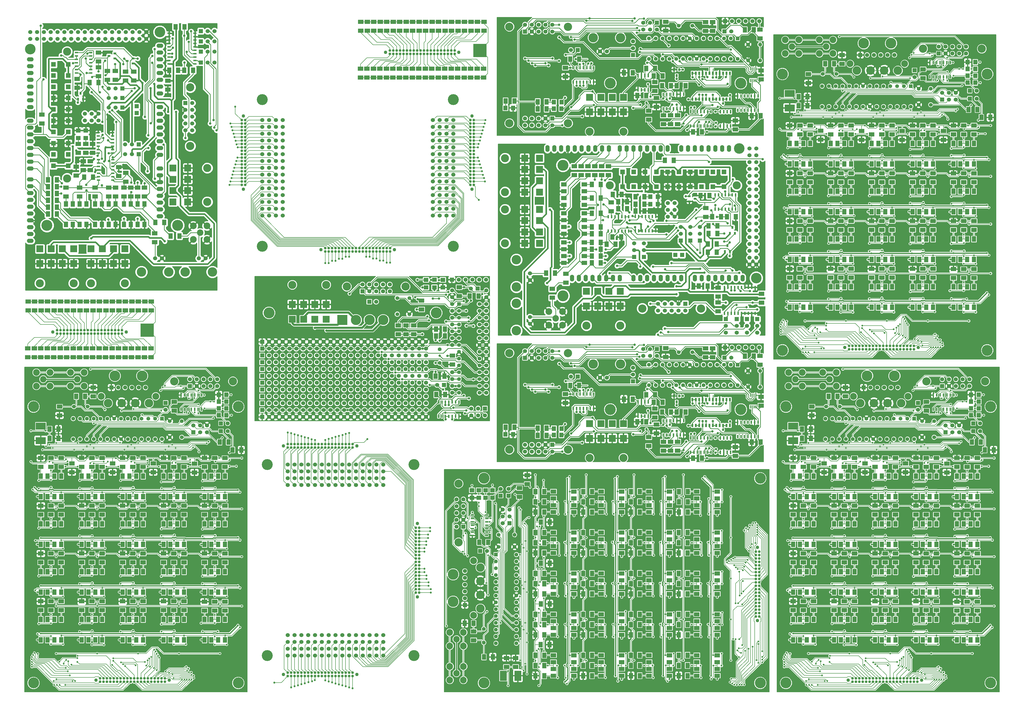
<source format=gtl>
G75*
G70*
%OFA0B0*%
%FSLAX25Y25*%
%IPPOS*%
%LPD*%
%AMOC8*
5,1,8,0,0,1.08239X$1,22.5*
%
%ADD10C,0.05500*%
%ADD100R,0.02000X0.04500*%
%ADD102C,0.00000*%
%ADD103C,0.09449*%
%ADD104C,0.00591*%
%ADD105C,0.12000*%
%ADD110C,0.06000*%
%ADD112C,0.01000*%
%ADD113R,0.03940X0.03150*%
%ADD114C,0.00790*%
%ADD115R,0.08000X0.06000*%
%ADD117R,0.07090X0.06290*%
%ADD12C,0.05600*%
%ADD120C,0.16000*%
%ADD122C,0.03000*%
%ADD125O,0.06000X0.10000*%
%ADD132R,0.04500X0.02000*%
%ADD133R,0.10040X0.14760*%
%ADD136O,0.10000X0.06000*%
%ADD137R,0.05000X0.02000*%
%ADD17C,0.00700*%
%ADD21R,0.15000X0.15000*%
%ADD23C,0.03940*%
%ADD24C,0.12500*%
%ADD25C,0.10000*%
%ADD28C,0.15000*%
%ADD32R,0.14760X0.10040*%
%ADD33C,0.09843*%
%ADD35C,0.11811*%
%ADD36R,0.02360X0.05510*%
%ADD37R,0.01500X0.05000*%
%ADD38R,0.06000X0.06000*%
%ADD39C,0.15500*%
%ADD49R,0.07000X0.07000*%
%ADD50C,0.03500*%
%ADD51C,0.11810*%
%ADD52C,0.02953*%
%ADD55R,0.02000X0.05000*%
%ADD56C,0.15710*%
%ADD59C,0.02362*%
%ADD62C,0.02500*%
%ADD63R,0.05500X0.05500*%
%ADD66C,0.13780*%
%ADD69C,0.00800*%
%ADD78R,0.10000X0.10000*%
%ADD81R,0.03000X0.05000*%
%ADD85R,0.06000X0.08000*%
%ADD88R,0.19290X0.19290*%
%ADD89R,0.03150X0.03940*%
%ADD90R,0.06290X0.07090*%
%ADD92C,0.05000*%
%ADD94C,0.01570*%
X0010000Y0010000D02*
G01*
D104*
D120*
X0025000Y0430000D03*
X0025000Y0025000D03*
X0325000Y0025000D03*
X0325000Y0430000D03*
D92*
X0223870Y0029130D03*
X0116370Y0029130D03*
D23*
X0212620Y0031630D03*
X0217620Y0031630D03*
X0217620Y0026630D03*
X0212620Y0026630D03*
X0197620Y0026630D03*
X0192620Y0026630D03*
X0202620Y0026630D03*
X0207620Y0026630D03*
X0207620Y0031630D03*
X0202620Y0031630D03*
X0192620Y0031630D03*
X0197620Y0031630D03*
X0142620Y0026630D03*
X0137620Y0026630D03*
X0127620Y0026630D03*
X0132620Y0026630D03*
X0132620Y0031630D03*
X0127620Y0031630D03*
X0137620Y0031630D03*
X0142620Y0031630D03*
X0122620Y0031630D03*
X0122620Y0026630D03*
X0147620Y0026630D03*
X0147620Y0031630D03*
X0177620Y0031630D03*
X0172620Y0031630D03*
X0182620Y0031630D03*
X0187620Y0031630D03*
X0167620Y0031630D03*
X0162620Y0031630D03*
X0152620Y0031630D03*
X0157620Y0031630D03*
X0157620Y0026630D03*
X0152620Y0026630D03*
X0162620Y0026630D03*
X0167620Y0026630D03*
X0187620Y0026630D03*
X0182620Y0026630D03*
X0172620Y0026630D03*
X0177620Y0026630D03*
D105*
X0317120Y0467130D03*
X0231120Y0467130D03*
D38*
X0254120Y0460130D03*
D110*
X0254120Y0470130D03*
X0264120Y0460130D03*
X0264120Y0470130D03*
X0274120Y0460130D03*
X0274120Y0470130D03*
X0284120Y0460130D03*
X0284120Y0470130D03*
X0294120Y0460130D03*
X0294120Y0470130D03*
D115*
X0050620Y0354630D03*
X0050620Y0341630D03*
X0065620Y0271630D03*
X0065620Y0284630D03*
X0050620Y0144630D03*
X0050620Y0131630D03*
X0035620Y0144630D03*
X0035620Y0131630D03*
X0125620Y0271630D03*
X0125620Y0284630D03*
X0125620Y0201630D03*
X0125620Y0214630D03*
X0095620Y0144630D03*
X0095620Y0131630D03*
X0035620Y0284630D03*
X0035620Y0271630D03*
X0065620Y0131630D03*
X0065620Y0144630D03*
X0065620Y0201630D03*
X0065620Y0214630D03*
X0035620Y0354630D03*
X0035620Y0341630D03*
X0290620Y0214630D03*
X0290620Y0201630D03*
X0290620Y0284630D03*
X0290620Y0271630D03*
X0035620Y0214630D03*
X0035620Y0201630D03*
X0050620Y0284630D03*
X0050620Y0271630D03*
X0050620Y0214630D03*
X0050620Y0201630D03*
X0110620Y0214630D03*
X0110620Y0201630D03*
X0170620Y0214630D03*
X0170620Y0201630D03*
X0170620Y0284630D03*
X0170620Y0271630D03*
X0230620Y0284630D03*
X0230620Y0271630D03*
X0230620Y0214630D03*
X0230620Y0201630D03*
X0110620Y0284630D03*
X0110620Y0271630D03*
X0170620Y0354630D03*
X0170620Y0341630D03*
X0155620Y0144630D03*
X0155620Y0131630D03*
X0245620Y0201630D03*
X0245620Y0214630D03*
X0245620Y0271630D03*
X0245620Y0284630D03*
X0245620Y0341630D03*
X0245620Y0354630D03*
X0275620Y0354630D03*
X0275620Y0341630D03*
X0305620Y0131130D03*
X0305620Y0144130D03*
X0275620Y0284630D03*
X0275620Y0271630D03*
X0290620Y0144130D03*
X0290620Y0131130D03*
X0215620Y0284630D03*
X0215620Y0271630D03*
X0215620Y0214630D03*
X0215620Y0201630D03*
X0185620Y0341630D03*
X0185620Y0354630D03*
X0185620Y0201630D03*
X0185620Y0214630D03*
X0230620Y0144630D03*
X0230620Y0131630D03*
X0215620Y0144630D03*
X0215620Y0131630D03*
X0185620Y0271630D03*
X0185620Y0284630D03*
X0215620Y0354630D03*
X0215620Y0341630D03*
X0245620Y0131630D03*
X0245620Y0144630D03*
X0230620Y0354630D03*
X0230620Y0341630D03*
X0275620Y0214630D03*
X0275620Y0201630D03*
X0290620Y0354630D03*
X0290620Y0341630D03*
X0275620Y0144130D03*
X0275620Y0131130D03*
X0305620Y0201630D03*
X0305620Y0214630D03*
X0305620Y0341630D03*
X0305620Y0354630D03*
X0305620Y0271630D03*
X0305620Y0284630D03*
X0110620Y0144630D03*
X0110620Y0131630D03*
X0095620Y0354630D03*
X0095620Y0341630D03*
X0065620Y0341630D03*
X0065620Y0354630D03*
X0170620Y0144630D03*
X0170620Y0131630D03*
X0155620Y0284630D03*
X0155620Y0271630D03*
X0095620Y0214630D03*
X0095620Y0201630D03*
X0095620Y0284630D03*
X0095620Y0271630D03*
X0110620Y0354630D03*
X0110620Y0341630D03*
X0185620Y0131630D03*
X0185620Y0144630D03*
X0155620Y0214630D03*
X0155620Y0201630D03*
X0155620Y0354630D03*
X0155620Y0341630D03*
X0125620Y0341630D03*
X0125620Y0354630D03*
X0125620Y0131630D03*
X0125620Y0144630D03*
D85*
X0125620Y0328130D03*
X0115620Y0328130D03*
X0105620Y0328130D03*
X0095620Y0328130D03*
X0095620Y0298130D03*
X0105620Y0298130D03*
X0115620Y0298130D03*
X0125620Y0298130D03*
X0065620Y0188130D03*
X0055620Y0188130D03*
X0045620Y0188130D03*
X0035620Y0188130D03*
X0035620Y0158130D03*
X0045620Y0158130D03*
X0055620Y0158130D03*
X0065620Y0158130D03*
X0185620Y0118130D03*
X0175620Y0118130D03*
X0165620Y0118130D03*
X0155620Y0118130D03*
X0155620Y0088130D03*
X0165620Y0088130D03*
X0175620Y0088130D03*
X0185620Y0088130D03*
X0245620Y0328130D03*
X0235620Y0328130D03*
X0225620Y0328130D03*
X0215620Y0328130D03*
X0215620Y0298130D03*
X0225620Y0298130D03*
X0235620Y0298130D03*
X0245620Y0298130D03*
X0185620Y0328130D03*
X0175620Y0328130D03*
X0165620Y0328130D03*
X0155620Y0328130D03*
X0155620Y0298130D03*
X0165620Y0298130D03*
X0175620Y0298130D03*
X0185620Y0298130D03*
X0065620Y0258130D03*
X0055620Y0258130D03*
X0045620Y0258130D03*
X0035620Y0258130D03*
X0035620Y0228130D03*
X0045620Y0228130D03*
X0055620Y0228130D03*
X0065620Y0228130D03*
X0185620Y0188130D03*
X0175620Y0188130D03*
X0165620Y0188130D03*
X0155620Y0188130D03*
X0155620Y0158130D03*
X0165620Y0158130D03*
X0175620Y0158130D03*
X0185620Y0158130D03*
X0065620Y0328130D03*
X0055620Y0328130D03*
X0045620Y0328130D03*
X0035620Y0328130D03*
X0035620Y0298130D03*
X0045620Y0298130D03*
X0055620Y0298130D03*
X0065620Y0298130D03*
X0245620Y0188130D03*
X0235620Y0188130D03*
X0225620Y0188130D03*
X0215620Y0188130D03*
X0215620Y0158130D03*
X0225620Y0158130D03*
X0235620Y0158130D03*
X0245620Y0158130D03*
X0245620Y0118130D03*
X0235620Y0118130D03*
X0225620Y0118130D03*
X0215620Y0118130D03*
X0215620Y0088130D03*
X0225620Y0088130D03*
X0235620Y0088130D03*
X0245620Y0088130D03*
X0305620Y0118130D03*
X0295620Y0118130D03*
X0285620Y0118130D03*
X0275620Y0118130D03*
X0275620Y0088130D03*
X0285620Y0088130D03*
X0295620Y0088130D03*
X0305620Y0088130D03*
X0245620Y0258130D03*
X0235620Y0258130D03*
X0225620Y0258130D03*
X0215620Y0258130D03*
X0215620Y0228130D03*
X0225620Y0228130D03*
X0235620Y0228130D03*
X0245620Y0228130D03*
X0125620Y0188130D03*
X0115620Y0188130D03*
X0105620Y0188130D03*
X0095620Y0188130D03*
X0095620Y0158130D03*
X0105620Y0158130D03*
X0115620Y0158130D03*
X0125620Y0158130D03*
X0305620Y0328130D03*
X0295620Y0328130D03*
X0285620Y0328130D03*
X0275620Y0328130D03*
X0275620Y0298130D03*
X0285620Y0298130D03*
X0295620Y0298130D03*
X0305620Y0298130D03*
X0125620Y0258130D03*
X0115620Y0258130D03*
X0105620Y0258130D03*
X0095620Y0258130D03*
X0095620Y0228130D03*
X0105620Y0228130D03*
X0115620Y0228130D03*
X0125620Y0228130D03*
X0305620Y0258130D03*
X0295620Y0258130D03*
X0285620Y0258130D03*
X0275620Y0258130D03*
X0275620Y0228130D03*
X0285620Y0228130D03*
X0295620Y0228130D03*
X0305620Y0228130D03*
X0125620Y0118130D03*
X0115620Y0118130D03*
X0105620Y0118130D03*
X0095620Y0118130D03*
X0095620Y0088130D03*
X0105620Y0088130D03*
X0115620Y0088130D03*
X0125620Y0088130D03*
X0305620Y0188130D03*
X0295620Y0188130D03*
X0285620Y0188130D03*
X0275620Y0188130D03*
X0275620Y0158130D03*
X0285620Y0158130D03*
X0295620Y0158130D03*
X0305620Y0158130D03*
X0185620Y0258130D03*
X0175620Y0258130D03*
X0165620Y0258130D03*
X0155620Y0258130D03*
X0155620Y0228130D03*
X0165620Y0228130D03*
X0175620Y0228130D03*
X0185620Y0228130D03*
X0065620Y0118130D03*
X0055620Y0118130D03*
X0045620Y0118130D03*
X0035620Y0118130D03*
X0035620Y0088130D03*
X0045620Y0088130D03*
X0055620Y0088130D03*
X0065620Y0088130D03*
D25*
X0204120Y0445130D03*
X0124120Y0445130D03*
D56*
X0184120Y0475130D03*
D24*
X0154120Y0435130D03*
X0174120Y0435130D03*
X0134120Y0435130D03*
X0194120Y0435130D03*
D56*
X0144120Y0475130D03*
D103*
X0089120Y0470130D03*
D33*
X0079120Y0480130D03*
X0099120Y0480130D03*
X0099120Y0460130D03*
X0079120Y0460130D03*
D103*
X0039120Y0470130D03*
D33*
X0029120Y0480130D03*
X0049120Y0480130D03*
X0049120Y0460130D03*
X0029120Y0460130D03*
D85*
X0100620Y0445130D03*
X0087620Y0445130D03*
X0297750Y0378000D03*
X0310750Y0378000D03*
D38*
X0259000Y0392500D03*
D110*
X0259000Y0402500D03*
X0269000Y0392500D03*
X0269000Y0402500D03*
X0279000Y0392500D03*
X0279000Y0402500D03*
D38*
X0139000Y0458000D03*
D110*
X0149000Y0458000D03*
X0159000Y0458000D03*
X0169000Y0458000D03*
X0179000Y0458000D03*
X0189000Y0458000D03*
D12*
X0084120Y0430130D03*
X0104120Y0430130D03*
D10*
X0203120Y0412380D03*
X0193120Y0412380D03*
X0183120Y0412380D03*
X0173120Y0412380D03*
X0163120Y0412380D03*
X0153120Y0412380D03*
X0143120Y0412380D03*
X0133120Y0412380D03*
X0123120Y0412380D03*
X0113120Y0412380D03*
X0103120Y0412380D03*
X0093120Y0412380D03*
X0083120Y0412380D03*
D63*
X0213120Y0412380D03*
D10*
X0083120Y0382380D03*
X0093120Y0382380D03*
X0103120Y0382380D03*
X0113120Y0382380D03*
X0123120Y0382380D03*
X0133120Y0382380D03*
X0143120Y0382380D03*
X0153120Y0382380D03*
X0163120Y0382380D03*
X0173120Y0382380D03*
X0183120Y0382380D03*
X0193120Y0382380D03*
X0203120Y0382380D03*
X0213120Y0382380D03*
D32*
X0035620Y0401510D03*
X0035620Y0380250D03*
D38*
X0218500Y0435500D03*
D110*
X0218500Y0425500D03*
D38*
X0299500Y0394000D03*
D110*
X0309500Y0394000D03*
D100*
X0271000Y0447000D03*
X0266000Y0447000D03*
X0261000Y0447000D03*
X0256000Y0447000D03*
X0251000Y0447000D03*
X0246000Y0447000D03*
X0241000Y0447000D03*
X0241000Y0426000D03*
X0246000Y0426000D03*
X0251000Y0426000D03*
X0256000Y0426000D03*
X0261000Y0426000D03*
X0266000Y0426000D03*
X0271000Y0426000D03*
D115*
X0231000Y0424000D03*
X0231000Y0437000D03*
D38*
X0299500Y0405500D03*
D110*
X0309500Y0405500D03*
D90*
X0307590Y0437500D03*
X0296410Y0437500D03*
X0307590Y0427500D03*
X0296410Y0427500D03*
D115*
X0112300Y0458100D03*
X0112300Y0445100D03*
X0140900Y0346700D03*
X0140900Y0333700D03*
X0063000Y0417000D03*
X0063000Y0430000D03*
D85*
X0048500Y0383500D03*
X0061500Y0383500D03*
X0316500Y0366500D03*
X0329500Y0366500D03*
D115*
X0260850Y0346600D03*
X0260850Y0333600D03*
D85*
X0048500Y0397000D03*
X0061500Y0397000D03*
D115*
X0200400Y0346700D03*
X0200400Y0333700D03*
X0081050Y0346850D03*
X0081050Y0333850D03*
D10*
X0242230Y0385070D03*
X0224510Y0385070D03*
X0242230Y0408690D03*
X0224510Y0408690D03*
D90*
X0307590Y0417500D03*
X0296410Y0417500D03*
X0307590Y0447500D03*
X0296410Y0447500D03*
D62*
X0312000Y0362500D03*
X0145500Y0354500D03*
X0021120Y0349380D03*
X0021120Y0394630D03*
X0058120Y0068130D03*
X0118120Y0068130D03*
X0042620Y0394630D03*
X0057620Y0354630D03*
X0117870Y0354630D03*
X0178120Y0068130D03*
X0298120Y0068130D03*
X0238120Y0068130D03*
X0177370Y0354630D03*
X0238120Y0354630D03*
X0297120Y0354630D03*
X0238120Y0280130D03*
X0177920Y0280130D03*
X0117920Y0280130D03*
X0057920Y0280130D03*
X0058120Y0210130D03*
X0118320Y0210130D03*
X0178320Y0210130D03*
X0238320Y0210130D03*
X0298320Y0210130D03*
X0237920Y0137730D03*
X0178120Y0137930D03*
X0118320Y0137730D03*
X0058120Y0137730D03*
X0298520Y0137730D03*
X0330120Y0354630D03*
X0330120Y0210130D03*
X0298720Y0280130D03*
X0330120Y0137730D03*
X0330120Y0280130D03*
X0171500Y0426500D03*
X0241000Y0442500D03*
X0273050Y0336100D03*
X0212950Y0335850D03*
X0152950Y0335650D03*
X0092750Y0336000D03*
X0053870Y0388630D03*
X0280370Y0414630D03*
X0221920Y0074730D03*
X0101720Y0074730D03*
X0019620Y0388630D03*
X0019620Y0354630D03*
X0042370Y0354630D03*
X0101870Y0355630D03*
X0035620Y0388380D03*
X0161870Y0354380D03*
X0222620Y0354630D03*
X0283120Y0354630D03*
X0036120Y0067630D03*
X0332620Y0359130D03*
X0332720Y0289130D03*
X0332720Y0218930D03*
X0332720Y0149330D03*
X0322320Y0074730D03*
X0161720Y0074930D03*
X0281920Y0074730D03*
X0041920Y0144530D03*
X0101920Y0144530D03*
X0161920Y0144730D03*
X0221920Y0144730D03*
X0041720Y0214530D03*
X0101720Y0214530D03*
X0161920Y0214530D03*
X0221920Y0214530D03*
X0041920Y0284530D03*
X0101720Y0284730D03*
X0161920Y0284530D03*
X0221920Y0284530D03*
X0282120Y0284630D03*
X0282120Y0214630D03*
X0282120Y0144130D03*
X0026620Y0311380D03*
X0035520Y0097330D03*
X0035520Y0167330D03*
X0095520Y0167330D03*
X0035320Y0237330D03*
X0035320Y0307330D03*
X0095520Y0307330D03*
X0095320Y0097330D03*
X0215320Y0097330D03*
X0214720Y0167330D03*
X0214920Y0237330D03*
X0215320Y0307330D03*
X0210520Y0297930D03*
X0155320Y0167330D03*
X0095520Y0237330D03*
X0155520Y0237330D03*
X0155520Y0307330D03*
X0324520Y0237930D03*
X0324520Y0167530D03*
X0324520Y0109530D03*
X0324520Y0307730D03*
X0155620Y0097430D03*
X0275620Y0097630D03*
X0275620Y0167630D03*
X0030520Y0088130D03*
X0090520Y0088130D03*
X0150520Y0088130D03*
X0210520Y0088130D03*
X0270520Y0088130D03*
X0030520Y0158130D03*
X0090520Y0158130D03*
X0150520Y0158130D03*
X0210520Y0158130D03*
X0270520Y0158130D03*
X0274920Y0236930D03*
X0030320Y0228130D03*
X0090520Y0228130D03*
X0150520Y0228130D03*
X0210320Y0228130D03*
X0270520Y0227930D03*
X0275020Y0307030D03*
X0030520Y0298130D03*
X0090520Y0298130D03*
X0150320Y0298130D03*
X0270120Y0297930D03*
X0023870Y0308380D03*
X0327520Y0234330D03*
X0327520Y0164330D03*
X0327320Y0106330D03*
X0327520Y0304530D03*
X0065720Y0094330D03*
X0125520Y0094330D03*
X0185520Y0094330D03*
X0245520Y0094330D03*
X0305720Y0094330D03*
X0065720Y0164330D03*
X0125720Y0164330D03*
X0185520Y0164330D03*
X0245520Y0164330D03*
X0305720Y0164330D03*
X0065520Y0234330D03*
X0125720Y0234330D03*
X0185720Y0234330D03*
X0245520Y0234330D03*
X0305720Y0234330D03*
X0065520Y0304330D03*
X0125520Y0304330D03*
X0185520Y0304330D03*
X0245720Y0304330D03*
X0305520Y0304330D03*
X0272720Y0100730D03*
X0290520Y0093330D03*
X0294920Y0100530D03*
X0259720Y0032130D03*
X0270520Y0112530D03*
X0259320Y0035530D03*
X0290520Y0112730D03*
X0230120Y0032130D03*
X0205620Y0067880D03*
X0230920Y0171530D03*
X0230920Y0163530D03*
X0212520Y0170530D03*
X0201370Y0046630D03*
X0230920Y0182130D03*
X0212120Y0181330D03*
X0203870Y0071130D03*
X0242620Y0029630D03*
X0231320Y0241730D03*
X0212320Y0240730D03*
X0230920Y0233730D03*
X0201870Y0073880D03*
X0230720Y0252330D03*
X0212320Y0250930D03*
X0195620Y0048630D03*
X0197370Y0063130D03*
X0246120Y0029630D03*
X0230920Y0311330D03*
X0212720Y0310330D03*
X0230720Y0303530D03*
X0194620Y0060880D03*
X0230520Y0322530D03*
X0212120Y0319730D03*
X0190120Y0050380D03*
X0192120Y0058130D03*
X0249620Y0029630D03*
X0153120Y0055130D03*
X0170720Y0101730D03*
X0152520Y0100530D03*
X0170720Y0093530D03*
X0156120Y0052530D03*
X0174620Y0050630D03*
X0170520Y0112130D03*
X0152520Y0111730D03*
X0253120Y0029630D03*
X0152520Y0170330D03*
X0170720Y0163930D03*
X0170920Y0171730D03*
X0159120Y0049930D03*
X0256620Y0029630D03*
X0188120Y0055880D03*
X0170720Y0182530D03*
X0152520Y0181930D03*
X0141920Y0061130D03*
X0256320Y0036930D03*
X0272520Y0170730D03*
X0291120Y0170730D03*
X0290720Y0163130D03*
X0170720Y0241330D03*
X0152720Y0240330D03*
X0141720Y0057530D03*
X0170720Y0233330D03*
X0082120Y0027930D03*
X0054520Y0027730D03*
X0055120Y0022130D03*
X0152520Y0251730D03*
X0170720Y0252730D03*
X0140120Y0051530D03*
X0170920Y0303730D03*
X0152720Y0310330D03*
X0170920Y0311530D03*
X0058520Y0030530D03*
X0059120Y0022130D03*
X0152520Y0321730D03*
X0170520Y0322730D03*
X0085720Y0027930D03*
X0110720Y0093330D03*
X0089520Y0064730D03*
X0092520Y0100330D03*
X0110720Y0101330D03*
X0063120Y0022130D03*
X0062870Y0056130D03*
X0092720Y0111930D03*
X0110520Y0112730D03*
X0089120Y0061330D03*
X0089120Y0055880D03*
X0110920Y0171530D03*
X0092520Y0170330D03*
X0110720Y0163530D03*
X0071620Y0022130D03*
X0092720Y0181930D03*
X0110520Y0182530D03*
X0110720Y0232930D03*
X0092720Y0240330D03*
X0110720Y0240730D03*
X0080370Y0051630D03*
X0110720Y0252530D03*
X0092520Y0251730D03*
X0228620Y0037630D03*
X0256120Y0040330D03*
X0290920Y0182330D03*
X0272520Y0181530D03*
X0110720Y0311130D03*
X0092720Y0310330D03*
X0110720Y0303330D03*
X0075870Y0056630D03*
X0110720Y0322730D03*
X0092720Y0321930D03*
X0069120Y0053130D03*
X0072870Y0058630D03*
X0050520Y0093730D03*
X0030920Y0096930D03*
X0031120Y0067630D03*
X0026120Y0069130D03*
X0072120Y0047130D03*
X0032720Y0111930D03*
X0050520Y0112530D03*
X0024120Y0066130D03*
X0050720Y0163530D03*
X0027520Y0160930D03*
X0075120Y0042130D03*
X0022620Y0063130D03*
X0032720Y0181930D03*
X0050920Y0182730D03*
X0022120Y0059630D03*
X0027720Y0233730D03*
X0050720Y0233330D03*
X0022620Y0055630D03*
X0032720Y0251930D03*
X0050520Y0252730D03*
X0078120Y0036130D03*
X0032620Y0310130D03*
X0050620Y0311630D03*
X0050720Y0303330D03*
X0022620Y0052130D03*
X0050520Y0322730D03*
X0032720Y0321930D03*
X0022620Y0048630D03*
X0252720Y0040730D03*
X0272720Y0239930D03*
X0290720Y0233130D03*
X0290920Y0240930D03*
X0250120Y0042930D03*
X0223620Y0039630D03*
X0290520Y0252930D03*
X0272520Y0250530D03*
X0251920Y0045930D03*
X0290720Y0303130D03*
X0272520Y0310730D03*
X0291120Y0311130D03*
X0218620Y0041630D03*
X0248720Y0048530D03*
X0290520Y0322930D03*
X0272520Y0321130D03*
X0230920Y0101330D03*
X0230720Y0093330D03*
X0209120Y0062130D03*
X0212320Y0100330D03*
X0212320Y0111130D03*
X0207320Y0064930D03*
X0230920Y0112530D03*
X0205370Y0043630D03*
X0266450Y0453900D03*
X0129620Y0425630D03*
X0089620Y0376880D03*
X0058120Y0376880D03*
X0118120Y0377130D03*
X0151870Y0377130D03*
X0178120Y0376880D03*
X0213120Y0377130D03*
X0302000Y0437500D03*
X0315000Y0417500D03*
X0266500Y0420200D03*
X0266500Y0433450D03*
X0275000Y0447000D03*
X0275500Y0427500D03*
X0261000Y0421500D03*
X0260500Y0442500D03*
X0302000Y0427500D03*
X0314500Y0447500D03*
X0233050Y0369350D03*
X0173100Y0369400D03*
X0113100Y0369400D03*
X0053100Y0369400D03*
X0267370Y0363880D03*
X0290620Y0124930D03*
X0312120Y0342630D03*
X0308120Y0081130D03*
X0290620Y0081130D03*
X0322120Y0342630D03*
X0230620Y0194930D03*
X0248120Y0151880D03*
X0230620Y0152130D03*
X0254370Y0348380D03*
X0233120Y0347630D03*
X0230620Y0264730D03*
X0230520Y0221730D03*
X0248120Y0221630D03*
X0228120Y0347380D03*
X0254620Y0352130D03*
X0230520Y0336630D03*
X0230720Y0291730D03*
X0248120Y0291880D03*
X0170620Y0125530D03*
X0170620Y0081130D03*
X0192120Y0342130D03*
X0188120Y0081130D03*
X0208620Y0342130D03*
X0170620Y0194530D03*
X0188120Y0151880D03*
X0170520Y0152130D03*
X0290620Y0194930D03*
X0170620Y0264730D03*
X0173120Y0347880D03*
X0192120Y0347380D03*
X0170520Y0221930D03*
X0168120Y0349380D03*
X0192120Y0350880D03*
X0188370Y0221880D03*
X0170620Y0336380D03*
X0170620Y0292330D03*
X0188120Y0291730D03*
X0110620Y0125530D03*
X0128120Y0080880D03*
X0131870Y0342130D03*
X0110520Y0080880D03*
X0149120Y0342130D03*
X0110620Y0195030D03*
X0110720Y0152130D03*
X0128120Y0151880D03*
X0113120Y0346880D03*
X0110620Y0265230D03*
X0133870Y0349380D03*
X0110620Y0222380D03*
X0108150Y0347250D03*
X0127950Y0349400D03*
X0129850Y0222350D03*
X0290620Y0151930D03*
X0308120Y0151880D03*
X0110620Y0336380D03*
X0110620Y0292380D03*
X0128120Y0291880D03*
X0050620Y0125330D03*
X0050320Y0081730D03*
X0071870Y0342130D03*
X0089370Y0342130D03*
X0068120Y0081630D03*
X0050620Y0195130D03*
X0050620Y0152380D03*
X0068120Y0151880D03*
X0050620Y0265730D03*
X0053120Y0347880D03*
X0074870Y0349880D03*
X0050620Y0221930D03*
X0068120Y0221880D03*
X0048120Y0349380D03*
X0072370Y0352630D03*
X0050620Y0336380D03*
X0050620Y0291880D03*
X0068120Y0291630D03*
X0290620Y0265130D03*
X0290620Y0221930D03*
X0291370Y0349380D03*
X0312120Y0351880D03*
X0308120Y0221880D03*
X0290620Y0336130D03*
X0308120Y0291880D03*
X0290620Y0291930D03*
X0230620Y0125130D03*
X0248120Y0081630D03*
X0230620Y0081530D03*
X0251870Y0342130D03*
X0269370Y0342130D03*
X0301500Y0384500D03*
X0252600Y0442200D03*
X0217370Y0460880D03*
X0240750Y0460150D03*
X0246000Y0421400D03*
X0214120Y0458380D03*
X0084620Y0366880D03*
X0038120Y0366880D03*
X0097870Y0366880D03*
X0158120Y0366880D03*
X0218120Y0366880D03*
X0258870Y0370130D03*
X0108500Y0485000D03*
X0288300Y0413200D03*
X0113050Y0405500D03*
X0043100Y0371900D03*
X0103100Y0371900D03*
X0163100Y0371900D03*
X0223120Y0371880D03*
X0278870Y0376130D03*
X0228120Y0374380D03*
X0281620Y0378630D03*
X0048100Y0374400D03*
X0168120Y0374380D03*
X0108100Y0374400D03*
X0184000Y0418000D03*
X0252100Y0420500D03*
X0244300Y0457000D03*
X0211300Y0453900D03*
X0289500Y0437500D03*
X0284000Y0437500D03*
X0212000Y0424000D03*
X0154000Y0424000D03*
D69*
X0048500Y0383500D02*
X0048500Y0397000D01*
X0042620Y0394630D02*
X0046120Y0394630D01*
X0046120Y0394630D02*
X0048500Y0397000D01*
X0260850Y0346600D02*
X0260850Y0353950D01*
X0260850Y0353950D02*
X0261520Y0354630D01*
X0200400Y0346700D02*
X0200400Y0354150D01*
X0200400Y0354150D02*
X0200870Y0354630D01*
X0140900Y0346700D02*
X0140900Y0354000D01*
X0140900Y0354000D02*
X0141520Y0354630D01*
X0081050Y0346850D02*
X0081050Y0354600D01*
X0081050Y0354600D02*
X0080520Y0355130D01*
X0309500Y0394000D02*
X0317000Y0386500D01*
X0317000Y0367000D02*
X0316500Y0366500D01*
X0317000Y0386500D02*
X0317000Y0367000D01*
X0316000Y0366500D02*
X0316500Y0366500D01*
X0312000Y0362500D02*
X0316000Y0366500D01*
X0145500Y0354500D02*
X0145500Y0354630D01*
X0110620Y0214630D02*
X0105620Y0214630D01*
X0086370Y0214630D02*
X0065620Y0214630D01*
X0090870Y0210130D02*
X0086370Y0214630D01*
X0101120Y0210130D02*
X0090870Y0210130D01*
X0105620Y0214630D02*
X0101120Y0210130D01*
X0170620Y0214630D02*
X0167120Y0214630D01*
X0146620Y0214630D02*
X0125620Y0214630D01*
X0150870Y0210380D02*
X0146620Y0214630D01*
X0162870Y0210380D02*
X0150870Y0210380D01*
X0167120Y0214630D02*
X0162870Y0210380D01*
X0042620Y0394630D02*
X0021120Y0394630D01*
X0049620Y0354630D02*
X0050620Y0354630D01*
X0041870Y0346880D02*
X0049620Y0354630D01*
X0023620Y0346880D02*
X0041870Y0346880D01*
X0021120Y0349380D02*
X0023620Y0346880D01*
X0065620Y0284630D02*
X0086870Y0284630D01*
X0105620Y0284630D02*
X0101120Y0280130D01*
X0101120Y0280130D02*
X0091370Y0280130D01*
X0091370Y0280130D02*
X0086870Y0284630D01*
X0105620Y0284630D02*
X0110620Y0284630D01*
X0161370Y0280130D02*
X0150870Y0280130D01*
X0165870Y0284630D02*
X0161370Y0280130D01*
X0170620Y0284630D02*
X0165870Y0284630D01*
X0146370Y0284630D02*
X0125620Y0284630D01*
X0150870Y0280130D02*
X0146370Y0284630D01*
X0118120Y0068130D02*
X0178120Y0068130D01*
X0058120Y0068130D02*
X0118120Y0068130D01*
X0118320Y0137730D02*
X0058120Y0137730D01*
X0178120Y0137930D02*
X0118520Y0137930D01*
X0118520Y0137930D02*
X0118320Y0137730D01*
X0237920Y0137730D02*
X0178320Y0137730D01*
X0178320Y0137730D02*
X0178120Y0137930D01*
X0298520Y0137730D02*
X0237920Y0137730D01*
X0091120Y0350130D02*
X0086120Y0355130D01*
X0104620Y0354630D02*
X0100120Y0350130D01*
X0100120Y0350130D02*
X0091120Y0350130D01*
X0110620Y0354630D02*
X0104620Y0354630D01*
X0066120Y0355130D02*
X0065620Y0354630D01*
X0086120Y0355130D02*
X0080520Y0355130D01*
X0080520Y0355130D02*
X0066120Y0355130D01*
X0042620Y0394630D02*
X0042500Y0394630D01*
X0042500Y0394630D02*
X0035620Y0401510D01*
X0125620Y0354630D02*
X0141520Y0354630D01*
X0141520Y0354630D02*
X0145500Y0354630D01*
X0145500Y0354630D02*
X0146620Y0354630D01*
X0166370Y0354630D02*
X0161870Y0350130D01*
X0161870Y0350130D02*
X0151120Y0350130D01*
X0166370Y0354630D02*
X0170620Y0354630D01*
X0146620Y0354630D02*
X0151120Y0350130D01*
X0238120Y0068130D02*
X0215370Y0068130D01*
X0215370Y0068130D02*
X0206620Y0076880D01*
X0206620Y0076880D02*
X0198620Y0076880D01*
X0198620Y0076880D02*
X0189870Y0068130D01*
X0189870Y0068130D02*
X0178120Y0068130D01*
X0298120Y0068130D02*
X0238120Y0068130D01*
X0230620Y0214630D02*
X0226120Y0214630D01*
X0206620Y0214630D02*
X0185620Y0214630D01*
X0211120Y0210130D02*
X0206620Y0214630D01*
X0221620Y0210130D02*
X0211120Y0210130D01*
X0226120Y0214630D02*
X0221620Y0210130D01*
X0290620Y0214630D02*
X0285870Y0214630D01*
X0266870Y0214630D02*
X0245620Y0214630D01*
X0271370Y0210130D02*
X0266870Y0214630D01*
X0281370Y0210130D02*
X0271370Y0210130D01*
X0285870Y0214630D02*
X0281370Y0210130D01*
X0230620Y0284630D02*
X0225870Y0284630D01*
X0206370Y0284630D02*
X0185620Y0284630D01*
X0210870Y0280130D02*
X0206370Y0284630D01*
X0221370Y0280130D02*
X0210870Y0280130D01*
X0225870Y0284630D02*
X0221370Y0280130D01*
X0290620Y0284630D02*
X0286370Y0284630D01*
X0265370Y0284630D02*
X0245620Y0284630D01*
X0269870Y0280130D02*
X0265370Y0284630D01*
X0281870Y0280130D02*
X0269870Y0280130D01*
X0286370Y0284630D02*
X0281870Y0280130D01*
X0185620Y0354630D02*
X0200870Y0354630D01*
X0200870Y0354630D02*
X0206620Y0354630D01*
X0226370Y0350380D02*
X0210870Y0350380D01*
X0210870Y0350380D02*
X0206620Y0354630D01*
X0226370Y0350380D02*
X0230620Y0354630D01*
X0245620Y0354630D02*
X0261520Y0354630D01*
X0261520Y0354630D02*
X0266620Y0354630D01*
X0287370Y0354630D02*
X0283120Y0350380D01*
X0283120Y0350380D02*
X0270870Y0350380D01*
X0270870Y0350380D02*
X0266620Y0354630D01*
X0287370Y0354630D02*
X0290620Y0354630D01*
X0290620Y0354630D02*
X0290620Y0352830D01*
X0245620Y0144630D02*
X0237920Y0144630D01*
X0230620Y0144630D02*
X0237920Y0144630D01*
X0178120Y0137930D02*
X0178120Y0144630D01*
X0185620Y0144630D02*
X0178120Y0144630D01*
X0178120Y0144630D02*
X0170620Y0144630D01*
X0305620Y0354630D02*
X0330120Y0354630D01*
X0238320Y0284630D02*
X0238320Y0280330D01*
X0238320Y0280330D02*
X0238120Y0280130D01*
X0177920Y0280130D02*
X0177920Y0284630D01*
X0177920Y0284630D02*
X0178120Y0284630D01*
X0117920Y0280130D02*
X0117920Y0284630D01*
X0057920Y0284630D02*
X0057920Y0280130D01*
X0058120Y0210130D02*
X0058120Y0214630D01*
X0118320Y0214630D02*
X0118320Y0210130D01*
X0178320Y0210130D02*
X0178320Y0214630D01*
X0238320Y0210130D02*
X0238320Y0214630D01*
X0298320Y0214630D02*
X0298320Y0210130D01*
X0305620Y0354630D02*
X0308420Y0354630D01*
X0237920Y0137730D02*
X0237920Y0144630D01*
X0118320Y0137730D02*
X0118320Y0144630D01*
X0058120Y0137730D02*
X0058120Y0144630D01*
X0298520Y0144130D02*
X0298520Y0137730D01*
X0065620Y0144630D02*
X0058120Y0144630D01*
X0058120Y0144630D02*
X0050620Y0144630D01*
X0125620Y0144630D02*
X0118320Y0144630D01*
X0118320Y0144630D02*
X0110620Y0144630D01*
X0065620Y0214630D02*
X0058120Y0214630D01*
X0058120Y0214630D02*
X0050620Y0214630D01*
X0125620Y0214630D02*
X0118320Y0214630D01*
X0118320Y0214630D02*
X0110620Y0214630D01*
X0185620Y0214630D02*
X0178320Y0214630D01*
X0178320Y0214630D02*
X0170620Y0214630D01*
X0245620Y0214630D02*
X0238320Y0214630D01*
X0238320Y0214630D02*
X0230620Y0214630D01*
X0245620Y0354630D02*
X0238120Y0354630D01*
X0238120Y0354630D02*
X0230620Y0354630D01*
X0185620Y0354630D02*
X0177370Y0354630D01*
X0177370Y0354630D02*
X0170620Y0354630D01*
X0125620Y0354630D02*
X0117870Y0354630D01*
X0117870Y0354630D02*
X0110620Y0354630D01*
X0065620Y0354630D02*
X0057620Y0354630D01*
X0057620Y0354630D02*
X0050620Y0354630D01*
X0245620Y0284630D02*
X0238320Y0284630D01*
X0238320Y0284630D02*
X0230620Y0284630D01*
X0170620Y0284630D02*
X0178120Y0284630D01*
X0178120Y0284630D02*
X0185620Y0284630D01*
X0110620Y0284630D02*
X0117920Y0284630D01*
X0117920Y0284630D02*
X0125620Y0284630D01*
X0050620Y0284630D02*
X0057920Y0284630D01*
X0057920Y0284630D02*
X0065620Y0284630D01*
X0305620Y0284630D02*
X0298720Y0284630D01*
X0298720Y0284630D02*
X0290620Y0284630D01*
X0305620Y0214630D02*
X0298320Y0214630D01*
X0298320Y0214630D02*
X0290620Y0214630D01*
X0305620Y0144130D02*
X0298520Y0144130D01*
X0298520Y0144130D02*
X0290620Y0144130D01*
X0305620Y0354630D02*
X0297120Y0354630D01*
X0297120Y0354630D02*
X0290620Y0354630D01*
X0298320Y0210130D02*
X0330120Y0210130D01*
X0298720Y0280130D02*
X0330120Y0280130D01*
X0298720Y0280130D02*
X0298720Y0284630D01*
X0298520Y0137730D02*
X0330120Y0137730D01*
X0171500Y0426500D02*
X0217500Y0426500D01*
X0217500Y0426500D02*
X0218500Y0425500D01*
X0093120Y0412380D02*
X0093420Y0412380D01*
X0224800Y0430800D02*
X0231000Y0437000D01*
X0224800Y0425100D02*
X0224800Y0430800D01*
X0220700Y0421000D02*
X0224800Y0425100D01*
X0213900Y0421000D02*
X0220700Y0421000D01*
X0208400Y0415500D02*
X0213900Y0421000D01*
X0208400Y0411500D02*
X0208400Y0415500D01*
X0205000Y0408100D02*
X0208400Y0411500D01*
X0097700Y0408100D02*
X0205000Y0408100D01*
X0093420Y0412380D02*
X0097700Y0408100D01*
X0266000Y0447000D02*
X0266000Y0444500D01*
X0258500Y0437000D02*
X0231000Y0437000D01*
X0266000Y0444500D02*
X0258500Y0437000D01*
X0241000Y0447000D02*
X0241000Y0442500D01*
X0296410Y0447500D02*
X0296410Y0437500D01*
X0112300Y0458100D02*
X0138900Y0458100D01*
X0138900Y0458100D02*
X0139000Y0458000D01*
X0260850Y0333600D02*
X0270550Y0333600D01*
X0270550Y0333600D02*
X0273050Y0336100D01*
X0200400Y0333700D02*
X0210800Y0333700D01*
X0210800Y0333700D02*
X0212950Y0335850D01*
X0140900Y0333700D02*
X0151000Y0333700D01*
X0151000Y0333700D02*
X0152950Y0335650D01*
X0081050Y0333850D02*
X0090600Y0333850D01*
X0090600Y0333850D02*
X0092750Y0336000D01*
X0241000Y0447000D02*
X0241000Y0448500D01*
X0259000Y0455000D02*
X0264120Y0460130D01*
X0247500Y0455000D02*
X0259000Y0455000D01*
X0241000Y0448500D02*
X0247500Y0455000D01*
X0329500Y0366500D02*
X0329500Y0359130D01*
X0061500Y0397000D02*
X0061500Y0415500D01*
X0061500Y0415500D02*
X0063000Y0417000D01*
X0056870Y0388630D02*
X0056870Y0388130D01*
X0056870Y0388130D02*
X0061500Y0383500D01*
X0056870Y0388630D02*
X0056870Y0392380D01*
X0053870Y0388630D02*
X0056870Y0388630D01*
X0056870Y0392380D02*
X0061500Y0397000D01*
X0174120Y0435130D02*
X0154120Y0435130D01*
X0249120Y0414630D02*
X0230450Y0414630D01*
X0230450Y0414630D02*
X0224510Y0408690D01*
X0249120Y0414630D02*
X0280370Y0414630D01*
X0101720Y0074730D02*
X0055120Y0074730D01*
X0221920Y0074730D02*
X0281920Y0074730D01*
X0161720Y0074930D02*
X0192420Y0074930D01*
X0218020Y0078630D02*
X0221920Y0074730D01*
X0196120Y0078630D02*
X0218020Y0078630D01*
X0192420Y0074930D02*
X0196120Y0078630D01*
X0101720Y0074730D02*
X0161520Y0074730D01*
X0161520Y0074730D02*
X0161720Y0074930D01*
X0101870Y0149330D02*
X0161920Y0149330D01*
X0045320Y0149330D02*
X0101870Y0149330D01*
X0101870Y0149330D02*
X0101920Y0149330D01*
X0045320Y0149330D02*
X0041920Y0145930D01*
X0041920Y0144530D02*
X0041920Y0145930D01*
X0101920Y0149330D02*
X0101920Y0144530D01*
X0095620Y0218900D02*
X0155600Y0218900D01*
X0155600Y0218900D02*
X0155620Y0218930D01*
X0046100Y0218900D02*
X0095620Y0218900D01*
X0095620Y0218900D02*
X0095620Y0214630D01*
X0035620Y0354630D02*
X0019620Y0354630D01*
X0019870Y0388380D02*
X0035620Y0388380D01*
X0019620Y0388630D02*
X0019870Y0388380D01*
X0161920Y0289130D02*
X0101870Y0289130D01*
X0101870Y0289130D02*
X0101720Y0288980D01*
X0045770Y0288980D02*
X0101720Y0288980D01*
X0101720Y0288980D02*
X0101720Y0284730D01*
X0035620Y0354630D02*
X0042370Y0354630D01*
X0095620Y0354630D02*
X0100870Y0354630D01*
X0100870Y0354630D02*
X0101870Y0355630D01*
X0035620Y0380250D02*
X0035620Y0388380D01*
X0095620Y0359130D02*
X0081120Y0359130D01*
X0081120Y0359130D02*
X0040120Y0359130D01*
X0040120Y0359130D02*
X0035620Y0354630D01*
X0155620Y0359130D02*
X0140870Y0359130D01*
X0140870Y0359130D02*
X0095620Y0359130D01*
X0095620Y0359130D02*
X0095620Y0354630D01*
X0221920Y0144730D02*
X0221920Y0149330D01*
X0279120Y0149330D02*
X0221920Y0149330D01*
X0221920Y0149330D02*
X0161920Y0149330D01*
X0221920Y0214530D02*
X0221920Y0218930D01*
X0280320Y0218930D02*
X0221920Y0218930D01*
X0221920Y0218930D02*
X0155620Y0218930D01*
X0221920Y0289130D02*
X0161920Y0289130D01*
X0279620Y0289130D02*
X0221920Y0289130D01*
X0221920Y0289130D02*
X0221920Y0284530D01*
X0275620Y0359130D02*
X0261620Y0359130D01*
X0261620Y0359130D02*
X0215620Y0359130D01*
X0215620Y0359130D02*
X0201120Y0359130D01*
X0201120Y0359130D02*
X0155520Y0359130D01*
X0215620Y0354630D02*
X0215620Y0359130D01*
X0161870Y0354380D02*
X0161620Y0354630D01*
X0161620Y0354630D02*
X0155620Y0354630D01*
X0222620Y0354630D02*
X0215620Y0354630D01*
X0283120Y0354630D02*
X0275620Y0354630D01*
X0055120Y0074730D02*
X0043220Y0074730D01*
X0043220Y0074730D02*
X0036120Y0067630D01*
X0332620Y0359130D02*
X0329500Y0359130D01*
X0329500Y0359130D02*
X0321620Y0359130D01*
X0321620Y0359130D02*
X0275620Y0359130D01*
X0279520Y0289130D02*
X0279620Y0289130D01*
X0279620Y0289130D02*
X0332720Y0289130D01*
X0280320Y0218930D02*
X0332720Y0218930D01*
X0278920Y0149330D02*
X0279120Y0149330D01*
X0279120Y0149330D02*
X0332720Y0149330D01*
X0322320Y0074730D02*
X0281920Y0074730D01*
X0161920Y0144730D02*
X0161920Y0149330D01*
X0282120Y0144130D02*
X0282120Y0146130D01*
X0282120Y0146130D02*
X0278920Y0149330D01*
X0161720Y0074930D02*
X0161720Y0074730D01*
X0055120Y0074730D02*
X0054920Y0074730D01*
X0035620Y0144630D02*
X0041820Y0144630D01*
X0041820Y0144630D02*
X0041920Y0144530D01*
X0095620Y0144630D02*
X0101820Y0144630D01*
X0101820Y0144630D02*
X0101920Y0144530D01*
X0155620Y0144630D02*
X0161820Y0144630D01*
X0161820Y0144630D02*
X0161920Y0144730D01*
X0215620Y0144630D02*
X0221820Y0144630D01*
X0221820Y0144630D02*
X0221920Y0144730D01*
X0046120Y0218930D02*
X0046100Y0218900D01*
X0046100Y0218900D02*
X0041720Y0214530D01*
X0035620Y0214630D02*
X0041620Y0214630D01*
X0041620Y0214630D02*
X0041720Y0214530D01*
X0095620Y0214630D02*
X0101620Y0214630D01*
X0101620Y0214630D02*
X0101720Y0214530D01*
X0155620Y0214630D02*
X0161820Y0214630D01*
X0161820Y0214630D02*
X0161920Y0214530D01*
X0215620Y0214630D02*
X0221820Y0214630D01*
X0221820Y0214630D02*
X0221920Y0214530D01*
X0215620Y0214630D02*
X0215620Y0218930D01*
X0215620Y0218930D02*
X0215720Y0218930D01*
X0155620Y0214630D02*
X0155620Y0218930D01*
X0282120Y0214630D02*
X0282120Y0217130D01*
X0282120Y0217130D02*
X0280320Y0218930D01*
X0155620Y0354630D02*
X0155620Y0359130D01*
X0155620Y0359130D02*
X0155520Y0359130D01*
X0275620Y0354630D02*
X0275620Y0359130D01*
X0275620Y0359130D02*
X0275620Y0359230D01*
X0275620Y0359230D02*
X0275520Y0359130D01*
X0161920Y0284530D02*
X0161920Y0289130D01*
X0041920Y0284530D02*
X0041920Y0285130D01*
X0041920Y0285130D02*
X0045770Y0288980D01*
X0045770Y0288980D02*
X0045920Y0289130D01*
X0282120Y0286530D02*
X0282120Y0284630D01*
X0279520Y0289130D02*
X0282120Y0286530D01*
X0035620Y0284630D02*
X0041820Y0284630D01*
X0041820Y0284630D02*
X0041920Y0284530D01*
X0095620Y0284630D02*
X0101620Y0284630D01*
X0101620Y0284630D02*
X0101720Y0284730D01*
X0155620Y0284630D02*
X0161820Y0284630D01*
X0161820Y0284630D02*
X0161920Y0284530D01*
X0215620Y0284630D02*
X0221820Y0284630D01*
X0221820Y0284630D02*
X0221920Y0284530D01*
X0275620Y0284630D02*
X0282120Y0284630D01*
X0275620Y0214630D02*
X0282120Y0214630D01*
X0275620Y0144130D02*
X0282120Y0144130D01*
D94*
X0039120Y0470130D02*
X0089120Y0470130D01*
X0026620Y0311380D02*
X0030870Y0307130D01*
X0030870Y0307130D02*
X0035120Y0307130D01*
X0035120Y0307130D02*
X0035320Y0307330D01*
X0095320Y0097330D02*
X0035520Y0097330D01*
X0095520Y0167330D02*
X0035520Y0167330D01*
X0155320Y0167330D02*
X0113920Y0167330D01*
X0107730Y0167330D02*
X0095520Y0167330D01*
X0108930Y0168530D02*
X0107730Y0167330D01*
X0112720Y0168530D02*
X0108930Y0168530D01*
X0113920Y0167330D02*
X0112720Y0168530D01*
X0155520Y0237330D02*
X0113520Y0237330D01*
X0113120Y0237730D02*
X0108920Y0237730D01*
X0108920Y0237730D02*
X0108520Y0237330D01*
X0108520Y0237330D02*
X0095520Y0237330D01*
X0113520Y0237330D02*
X0113120Y0237730D01*
X0095520Y0237330D02*
X0035320Y0237330D01*
X0095520Y0307330D02*
X0054420Y0307330D01*
X0047320Y0307330D02*
X0035320Y0307330D01*
X0048620Y0308630D02*
X0047320Y0307330D01*
X0053120Y0308630D02*
X0048620Y0308630D01*
X0054420Y0307330D02*
X0053120Y0308630D01*
X0155520Y0307330D02*
X0113720Y0307330D01*
X0107730Y0307330D02*
X0095520Y0307330D01*
X0108530Y0308130D02*
X0107730Y0307330D01*
X0112920Y0308130D02*
X0108530Y0308130D01*
X0113720Y0307330D02*
X0112920Y0308130D01*
X0155620Y0097430D02*
X0114420Y0097430D01*
X0107720Y0097330D02*
X0095320Y0097330D01*
X0108520Y0098130D02*
X0107720Y0097330D01*
X0113720Y0098130D02*
X0108520Y0098130D01*
X0114420Y0097430D02*
X0113720Y0098130D01*
X0215320Y0097330D02*
X0174920Y0097330D01*
X0174920Y0097330D02*
X0173720Y0098530D01*
X0173720Y0098530D02*
X0168720Y0098530D01*
X0168720Y0098530D02*
X0167620Y0097430D01*
X0167620Y0097430D02*
X0155620Y0097430D01*
X0275620Y0097630D02*
X0233820Y0097630D01*
X0233820Y0097630D02*
X0233120Y0098330D01*
X0233120Y0098330D02*
X0228720Y0098330D01*
X0228720Y0098330D02*
X0227720Y0097330D01*
X0227720Y0097330D02*
X0215320Y0097330D01*
X0214720Y0167330D02*
X0174120Y0167330D01*
X0174120Y0167330D02*
X0172930Y0168520D01*
X0172930Y0168520D02*
X0168520Y0168520D01*
X0168520Y0168520D02*
X0167330Y0167330D01*
X0167330Y0167330D02*
X0155320Y0167330D01*
X0275620Y0167630D02*
X0234020Y0167630D01*
X0229130Y0168330D02*
X0228130Y0167330D01*
X0228130Y0167330D02*
X0214720Y0167330D01*
X0234020Y0167630D02*
X0233320Y0168330D01*
X0233320Y0168330D02*
X0229130Y0168330D01*
X0214920Y0237330D02*
X0174320Y0237330D01*
X0174320Y0237330D02*
X0173320Y0238330D01*
X0173320Y0238330D02*
X0169130Y0238330D01*
X0169130Y0238330D02*
X0168130Y0237330D01*
X0168130Y0237330D02*
X0155520Y0237330D01*
X0274920Y0236930D02*
X0247520Y0236930D01*
X0247520Y0236930D02*
X0247120Y0237330D01*
X0247120Y0237330D02*
X0234320Y0237330D01*
X0234320Y0237330D02*
X0233120Y0238530D01*
X0233120Y0238530D02*
X0228720Y0238530D01*
X0228720Y0238530D02*
X0227520Y0237330D01*
X0227520Y0237330D02*
X0214920Y0237330D01*
X0215320Y0307330D02*
X0174320Y0307330D01*
X0174320Y0307330D02*
X0173120Y0308530D01*
X0173120Y0308530D02*
X0168920Y0308530D01*
X0168920Y0308530D02*
X0167720Y0307330D01*
X0167720Y0307330D02*
X0155520Y0307330D01*
X0275020Y0307030D02*
X0247020Y0307030D01*
X0247020Y0307030D02*
X0246720Y0307330D01*
X0246720Y0307330D02*
X0233920Y0307330D01*
X0233920Y0307330D02*
X0232920Y0308330D01*
X0232920Y0308330D02*
X0228720Y0308330D01*
X0228720Y0308330D02*
X0227720Y0307330D01*
X0227720Y0307330D02*
X0215320Y0307330D01*
X0210520Y0297930D02*
X0215420Y0297930D01*
X0215420Y0297930D02*
X0215620Y0298130D01*
X0274920Y0236930D02*
X0287520Y0236930D01*
X0288520Y0237930D02*
X0324520Y0237930D01*
X0287520Y0236930D02*
X0288520Y0237930D01*
X0293520Y0167530D02*
X0324520Y0167530D01*
X0288720Y0098530D02*
X0292310Y0098530D01*
X0292310Y0098530D02*
X0293510Y0097330D01*
X0293510Y0097330D02*
X0312320Y0097330D01*
X0275620Y0097630D02*
X0287820Y0097630D01*
X0287820Y0097630D02*
X0288720Y0098530D01*
X0324520Y0109530D02*
X0312320Y0097330D01*
X0324520Y0307730D02*
X0324320Y0307930D01*
X0324320Y0307930D02*
X0288920Y0307930D01*
X0288920Y0307930D02*
X0288020Y0307030D01*
X0275020Y0307030D02*
X0288020Y0307030D01*
X0275620Y0167630D02*
X0288620Y0167630D01*
X0293320Y0167730D02*
X0293520Y0167530D01*
X0288720Y0167730D02*
X0293320Y0167730D01*
X0288620Y0167630D02*
X0288720Y0167730D01*
X0030520Y0088130D02*
X0035620Y0088130D01*
X0090520Y0088130D02*
X0095620Y0088130D01*
X0150520Y0088130D02*
X0155620Y0088130D01*
X0210520Y0088130D02*
X0215620Y0088130D01*
X0270520Y0088130D02*
X0275620Y0088130D01*
X0030520Y0158130D02*
X0035620Y0158130D01*
X0090520Y0158130D02*
X0095620Y0158130D01*
X0150520Y0158130D02*
X0155620Y0158130D01*
X0210520Y0158130D02*
X0215620Y0158130D01*
X0270520Y0158130D02*
X0275620Y0158130D01*
X0030320Y0228130D02*
X0035620Y0228130D01*
X0090520Y0228130D02*
X0095620Y0228130D01*
X0150520Y0228130D02*
X0155620Y0228130D01*
X0210320Y0228130D02*
X0215620Y0228130D01*
X0270720Y0228130D02*
X0275620Y0228130D01*
X0270520Y0227930D02*
X0270720Y0228130D01*
X0030520Y0298130D02*
X0035620Y0298130D01*
X0090520Y0298130D02*
X0095620Y0298130D01*
X0150320Y0298130D02*
X0155620Y0298130D01*
X0270320Y0298130D02*
X0275620Y0298130D01*
X0270120Y0297930D02*
X0270320Y0298130D01*
D69*
X0052370Y0306130D02*
X0054170Y0304330D01*
X0049620Y0306130D02*
X0052370Y0306130D01*
X0048120Y0304630D02*
X0049620Y0306130D01*
X0027620Y0304630D02*
X0048120Y0304630D01*
X0054170Y0304330D02*
X0065520Y0304330D01*
X0023870Y0308380D02*
X0027620Y0304630D01*
X0079120Y0480130D02*
X0049120Y0480130D01*
X0049120Y0460130D02*
X0029120Y0460130D01*
X0049120Y0480130D02*
X0029120Y0480130D01*
X0099120Y0480130D02*
X0079120Y0480130D01*
X0079120Y0460130D02*
X0049120Y0460130D01*
X0099120Y0460130D02*
X0079120Y0460130D01*
X0065720Y0094330D02*
X0107720Y0094330D01*
X0114320Y0094330D02*
X0112720Y0095930D01*
X0112720Y0095930D02*
X0109320Y0095930D01*
X0109320Y0095930D02*
X0107720Y0094330D01*
X0114320Y0094330D02*
X0125520Y0094330D01*
X0065720Y0164330D02*
X0107920Y0164330D01*
X0113520Y0164330D02*
X0111720Y0166130D01*
X0111720Y0166130D02*
X0109720Y0166130D01*
X0109720Y0166130D02*
X0107920Y0164330D01*
X0113520Y0164330D02*
X0125720Y0164330D01*
X0125720Y0164330D02*
X0167520Y0164330D01*
X0174120Y0164330D02*
X0185520Y0164330D01*
X0169720Y0166530D02*
X0167520Y0164330D01*
X0171920Y0166530D02*
X0169720Y0166530D01*
X0174120Y0164330D02*
X0171920Y0166530D01*
X0125720Y0234330D02*
X0168120Y0234330D01*
X0173720Y0234330D02*
X0171920Y0236130D01*
X0171920Y0236130D02*
X0169920Y0236130D01*
X0169920Y0236130D02*
X0168120Y0234330D01*
X0173720Y0234330D02*
X0185720Y0234330D01*
X0108600Y0234400D02*
X0065600Y0234400D01*
X0065600Y0234400D02*
X0065520Y0234330D01*
X0107820Y0304430D02*
X0065620Y0304430D01*
X0065620Y0304430D02*
X0065520Y0304330D01*
X0125520Y0304330D02*
X0167720Y0304330D01*
X0174120Y0304330D02*
X0172120Y0306330D01*
X0172120Y0306330D02*
X0169720Y0306330D01*
X0169720Y0306330D02*
X0167720Y0304330D01*
X0174120Y0304330D02*
X0185520Y0304330D01*
X0125520Y0094330D02*
X0167720Y0094330D01*
X0174520Y0094330D02*
X0185520Y0094330D01*
X0174520Y0094330D02*
X0172520Y0096330D01*
X0172520Y0096330D02*
X0169720Y0096330D01*
X0169720Y0096330D02*
X0167720Y0094330D01*
X0228150Y0094350D02*
X0185550Y0094350D01*
X0185550Y0094350D02*
X0185520Y0094330D01*
X0245520Y0094330D02*
X0287520Y0094330D01*
X0293320Y0094330D02*
X0291520Y0096130D01*
X0291520Y0096130D02*
X0289320Y0096130D01*
X0289320Y0096130D02*
X0287520Y0094330D01*
X0293320Y0094330D02*
X0305720Y0094330D01*
X0245520Y0164330D02*
X0288320Y0164330D01*
X0293520Y0164330D02*
X0292120Y0165730D01*
X0292120Y0165730D02*
X0289720Y0165730D01*
X0289720Y0165730D02*
X0288320Y0164330D01*
X0293520Y0164330D02*
X0305720Y0164330D01*
X0185520Y0164330D02*
X0228120Y0164330D01*
X0233920Y0164330D02*
X0245520Y0164330D01*
X0229920Y0166130D02*
X0228120Y0164330D01*
X0232120Y0166130D02*
X0229920Y0166130D01*
X0233920Y0164330D02*
X0232120Y0166130D01*
X0185720Y0234330D02*
X0227720Y0234330D01*
X0234120Y0234330D02*
X0245520Y0234330D01*
X0229720Y0236330D02*
X0227720Y0234330D01*
X0232120Y0236330D02*
X0229720Y0236330D01*
X0234120Y0234330D02*
X0232120Y0236330D01*
X0245520Y0234330D02*
X0288320Y0234330D01*
X0293320Y0234330D02*
X0305720Y0234330D01*
X0289720Y0235730D02*
X0288320Y0234330D01*
X0291920Y0235730D02*
X0289720Y0235730D01*
X0293320Y0234330D02*
X0291920Y0235730D01*
X0185520Y0304330D02*
X0227920Y0304330D01*
X0233520Y0304330D02*
X0245720Y0304330D01*
X0229720Y0306130D02*
X0227920Y0304330D01*
X0231720Y0306130D02*
X0229720Y0306130D01*
X0233520Y0304330D02*
X0231720Y0306130D01*
X0245720Y0304330D02*
X0288320Y0304330D01*
X0293120Y0304330D02*
X0305520Y0304330D01*
X0293120Y0304330D02*
X0291720Y0305730D01*
X0291720Y0305730D02*
X0289720Y0305730D01*
X0289720Y0305730D02*
X0288320Y0304330D01*
X0125720Y0234330D02*
X0113320Y0234330D01*
X0109720Y0235530D02*
X0108600Y0234400D01*
X0112120Y0235530D02*
X0109720Y0235530D01*
X0113320Y0234330D02*
X0112120Y0235530D01*
X0125520Y0304330D02*
X0113520Y0304330D01*
X0113520Y0304330D02*
X0111920Y0305930D01*
X0111920Y0305930D02*
X0109320Y0305930D01*
X0109320Y0305930D02*
X0107820Y0304430D01*
X0305720Y0234330D02*
X0327520Y0234330D01*
X0305720Y0164330D02*
X0327520Y0164330D01*
X0305720Y0094330D02*
X0315320Y0094330D01*
X0315320Y0094330D02*
X0327320Y0106330D01*
X0327720Y0304330D02*
X0327520Y0304530D01*
X0327720Y0304330D02*
X0305520Y0304330D01*
X0245520Y0094330D02*
X0233320Y0094330D01*
X0229720Y0095930D02*
X0228150Y0094350D01*
X0231720Y0095930D02*
X0229720Y0095930D01*
X0233320Y0094330D02*
X0231720Y0095930D01*
X0065620Y0094230D02*
X0065620Y0088130D01*
X0065720Y0094330D02*
X0065620Y0094230D01*
X0125620Y0094230D02*
X0125620Y0088130D01*
X0125520Y0094330D02*
X0125620Y0094230D01*
X0185620Y0094230D02*
X0185620Y0088130D01*
X0185520Y0094330D02*
X0185620Y0094230D01*
X0245620Y0094230D02*
X0245620Y0088130D01*
X0245520Y0094330D02*
X0245620Y0094230D01*
X0305620Y0094230D02*
X0305620Y0088130D01*
X0305720Y0094330D02*
X0305620Y0094230D01*
X0065620Y0164230D02*
X0065620Y0158130D01*
X0065720Y0164330D02*
X0065620Y0164230D01*
X0125620Y0164230D02*
X0125620Y0158130D01*
X0125720Y0164330D02*
X0125620Y0164230D01*
X0185620Y0164230D02*
X0185620Y0158130D01*
X0185520Y0164330D02*
X0185620Y0164230D01*
X0245620Y0164230D02*
X0245620Y0158130D01*
X0245520Y0164330D02*
X0245620Y0164230D01*
X0305620Y0164230D02*
X0305620Y0158130D01*
X0305720Y0164330D02*
X0305620Y0164230D01*
X0065620Y0234230D02*
X0065620Y0228130D01*
X0065520Y0234330D02*
X0065620Y0234230D01*
X0125620Y0234230D02*
X0125620Y0228130D01*
X0125720Y0234330D02*
X0125620Y0234230D01*
X0185620Y0234230D02*
X0185620Y0228130D01*
X0185720Y0234330D02*
X0185620Y0234230D01*
X0245620Y0234230D02*
X0245620Y0228130D01*
X0245520Y0234330D02*
X0245620Y0234230D01*
X0305620Y0234230D02*
X0305620Y0228130D01*
X0305720Y0234330D02*
X0305620Y0234230D01*
X0065620Y0304230D02*
X0065620Y0298130D01*
X0065520Y0304330D02*
X0065620Y0304230D01*
X0125620Y0304230D02*
X0125620Y0298130D01*
X0125520Y0304330D02*
X0125620Y0304230D01*
X0185620Y0304230D02*
X0185620Y0298130D01*
X0185520Y0304330D02*
X0185620Y0304230D01*
X0245620Y0304230D02*
X0245620Y0298130D01*
X0245720Y0304330D02*
X0245620Y0304230D01*
X0305620Y0304230D02*
X0305620Y0298130D01*
X0305520Y0304330D02*
X0305620Y0304230D01*
X0259720Y0032130D02*
X0241620Y0032130D01*
X0272920Y0100530D02*
X0272720Y0100730D01*
X0294920Y0100530D02*
X0272920Y0100530D01*
X0222620Y0033130D02*
X0225620Y0033130D01*
X0217620Y0031630D02*
X0221120Y0031630D01*
X0221120Y0031630D02*
X0222620Y0033130D01*
X0229120Y0029630D02*
X0239120Y0029630D01*
X0225620Y0033130D02*
X0229120Y0029630D01*
X0241620Y0032130D02*
X0239120Y0029630D01*
X0290520Y0093330D02*
X0290520Y0088130D01*
X0295620Y0088130D02*
X0290520Y0088130D01*
X0290520Y0088130D02*
X0285620Y0088130D01*
X0257920Y0034130D02*
X0241120Y0034130D01*
X0270720Y0112730D02*
X0270520Y0112530D01*
X0259320Y0035530D02*
X0257920Y0034130D01*
X0230120Y0032130D02*
X0239120Y0032130D01*
X0239120Y0032130D02*
X0241120Y0034130D01*
X0290520Y0112730D02*
X0270720Y0112730D01*
X0204620Y0066880D02*
X0204620Y0046380D01*
X0204620Y0066880D02*
X0205620Y0067880D01*
X0230920Y0171530D02*
X0213520Y0171530D01*
X0230520Y0158130D02*
X0230520Y0163130D01*
X0230520Y0163130D02*
X0230920Y0163530D01*
X0213520Y0171530D02*
X0212520Y0170530D01*
X0192620Y0034380D02*
X0192620Y0031630D01*
X0204620Y0046380D02*
X0192620Y0034380D01*
X0192620Y0031630D02*
X0192620Y0031380D01*
X0235620Y0158130D02*
X0230520Y0158130D01*
X0230520Y0158130D02*
X0225620Y0158130D01*
X0202620Y0047880D02*
X0202620Y0069880D01*
X0201370Y0046630D02*
X0202620Y0047880D01*
X0212920Y0182130D02*
X0230920Y0182130D01*
X0212920Y0182130D02*
X0212120Y0181330D01*
X0202620Y0069880D02*
X0203870Y0071130D01*
X0196120Y0023130D02*
X0192620Y0026630D01*
X0236120Y0023130D02*
X0242620Y0029630D01*
X0196120Y0023130D02*
X0236120Y0023130D01*
X0199870Y0049380D02*
X0199870Y0071880D01*
X0231320Y0241730D02*
X0230320Y0240730D01*
X0230320Y0240730D02*
X0212320Y0240730D01*
X0230720Y0228130D02*
X0230720Y0233530D01*
X0230720Y0233530D02*
X0230920Y0233730D01*
X0187620Y0037130D02*
X0199870Y0049380D01*
X0187620Y0037130D02*
X0187620Y0031630D01*
X0199870Y0071880D02*
X0201870Y0073880D01*
X0235620Y0228130D02*
X0230720Y0228130D01*
X0230720Y0228130D02*
X0225620Y0228130D01*
X0230720Y0252330D02*
X0230720Y0250930D01*
X0230720Y0250930D02*
X0212320Y0250930D01*
X0197370Y0050380D02*
X0195620Y0048630D01*
X0197370Y0050380D02*
X0197370Y0063130D01*
X0193120Y0021130D02*
X0237620Y0021130D01*
X0237620Y0021130D02*
X0246120Y0029630D01*
X0193120Y0021130D02*
X0187620Y0026630D01*
X0230920Y0311330D02*
X0229920Y0310330D01*
X0229920Y0310330D02*
X0212720Y0310330D01*
X0230720Y0298130D02*
X0230720Y0303530D01*
X0182620Y0039130D02*
X0194870Y0051380D01*
X0194870Y0051380D02*
X0194870Y0060630D01*
X0194870Y0060630D02*
X0194620Y0060880D01*
X0182620Y0039130D02*
X0182620Y0031630D01*
X0235620Y0298130D02*
X0230720Y0298130D01*
X0230720Y0298130D02*
X0225620Y0298130D01*
X0230520Y0322530D02*
X0230520Y0320930D01*
X0229320Y0319730D02*
X0212120Y0319730D01*
X0230520Y0320930D02*
X0229320Y0319730D01*
X0190120Y0050380D02*
X0192120Y0052380D01*
X0192120Y0052380D02*
X0192120Y0058130D01*
X0190120Y0019130D02*
X0182620Y0026630D01*
X0239120Y0019130D02*
X0249620Y0029630D01*
X0190120Y0019130D02*
X0239120Y0019130D01*
X0153120Y0055130D02*
X0153170Y0055080D01*
X0153170Y0055080D02*
X0173970Y0055080D01*
X0177620Y0051430D02*
X0173970Y0055080D01*
X0170720Y0101730D02*
X0169520Y0100530D01*
X0169520Y0100530D02*
X0152520Y0100530D01*
X0170720Y0088130D02*
X0170720Y0093530D01*
X0175620Y0088130D02*
X0170720Y0088130D01*
X0170720Y0088130D02*
X0165620Y0088130D01*
X0177620Y0051430D02*
X0177620Y0031630D01*
X0156120Y0052530D02*
X0156520Y0052930D01*
X0156520Y0052930D02*
X0172320Y0052930D01*
X0172320Y0052930D02*
X0174620Y0050630D01*
X0170520Y0112130D02*
X0152920Y0112130D01*
X0152920Y0112130D02*
X0152520Y0111730D01*
X0187120Y0017130D02*
X0240620Y0017130D01*
X0240620Y0017130D02*
X0253120Y0029630D01*
X0177620Y0026630D02*
X0187120Y0017130D01*
X0153920Y0171730D02*
X0152520Y0170330D01*
X0170520Y0163730D02*
X0170720Y0163930D01*
X0170520Y0158130D02*
X0170520Y0163730D01*
X0170920Y0171730D02*
X0153920Y0171730D01*
X0172620Y0036430D02*
X0172620Y0031630D01*
X0172620Y0036430D02*
X0159120Y0049930D01*
X0175620Y0158130D02*
X0170520Y0158130D01*
X0170520Y0158130D02*
X0165620Y0158130D01*
X0256620Y0029630D02*
X0242120Y0015130D01*
X0184120Y0015130D02*
X0242120Y0015130D01*
X0172620Y0026630D02*
X0184120Y0015130D01*
X0187870Y0055630D02*
X0188120Y0055880D01*
X0170720Y0182530D02*
X0153120Y0182530D01*
X0153120Y0182530D02*
X0152520Y0181930D01*
X0170720Y0061130D02*
X0141920Y0061130D01*
X0176220Y0055630D02*
X0170720Y0061130D01*
X0176220Y0055630D02*
X0187870Y0055630D01*
X0240120Y0036130D02*
X0239120Y0035130D01*
X0239120Y0035130D02*
X0216120Y0035130D01*
X0212620Y0031630D02*
X0216120Y0035130D01*
X0256320Y0036930D02*
X0255520Y0036130D01*
X0255520Y0036130D02*
X0240120Y0036130D01*
X0290520Y0162930D02*
X0290520Y0158130D01*
X0290520Y0162930D02*
X0290720Y0163130D01*
X0291120Y0170730D02*
X0272520Y0170730D01*
X0295620Y0158130D02*
X0290520Y0158130D01*
X0290520Y0158130D02*
X0285620Y0158130D01*
X0167620Y0031630D02*
X0141720Y0057530D01*
X0170720Y0241330D02*
X0169720Y0240330D01*
X0169720Y0240330D02*
X0152720Y0240330D01*
X0170520Y0233130D02*
X0170520Y0228130D01*
X0170520Y0233130D02*
X0170720Y0233330D01*
X0175620Y0228130D02*
X0170520Y0228130D01*
X0170520Y0228130D02*
X0165620Y0228130D01*
X0081920Y0027730D02*
X0054520Y0027730D01*
X0082120Y0027930D02*
X0081920Y0027730D01*
X0167620Y0026630D02*
X0156120Y0015130D01*
X0062120Y0015130D02*
X0156120Y0015130D01*
X0062120Y0015130D02*
X0055120Y0022130D01*
X0153520Y0252730D02*
X0152520Y0251730D01*
X0170720Y0252730D02*
X0153520Y0252730D01*
X0140120Y0051530D02*
X0148120Y0043530D01*
X0148120Y0043530D02*
X0150720Y0043530D01*
X0162620Y0031630D02*
X0150720Y0043530D01*
X0170520Y0303330D02*
X0170920Y0303730D01*
X0170520Y0303330D02*
X0170520Y0298130D01*
X0153120Y0310730D02*
X0152720Y0310330D01*
X0170120Y0310730D02*
X0153120Y0310730D01*
X0170920Y0311530D02*
X0170120Y0310730D01*
X0175620Y0298130D02*
X0170520Y0298130D01*
X0170520Y0298130D02*
X0165620Y0298130D01*
X0064120Y0017130D02*
X0153120Y0017130D01*
X0064120Y0017130D02*
X0059120Y0022130D01*
X0162620Y0026630D02*
X0153120Y0017130D01*
X0153520Y0322730D02*
X0152520Y0321730D01*
X0170520Y0322730D02*
X0153520Y0322730D01*
X0085720Y0027930D02*
X0083120Y0030530D01*
X0083120Y0030530D02*
X0058520Y0030530D01*
X0137620Y0050380D02*
X0137620Y0058630D01*
X0110520Y0093130D02*
X0110720Y0093330D01*
X0110520Y0088130D02*
X0110520Y0093130D01*
X0109720Y0100330D02*
X0092520Y0100330D01*
X0110720Y0101330D02*
X0109720Y0100330D01*
X0146120Y0041880D02*
X0137620Y0050380D01*
X0157620Y0032030D02*
X0157620Y0031630D01*
X0157620Y0032030D02*
X0147920Y0041730D01*
X0147920Y0041730D02*
X0146120Y0041730D01*
X0146120Y0041730D02*
X0146120Y0041880D01*
X0131520Y0064730D02*
X0089520Y0064730D01*
X0137620Y0058630D02*
X0131520Y0064730D01*
X0157620Y0031630D02*
X0157620Y0031830D01*
X0115620Y0088130D02*
X0110520Y0088130D01*
X0110520Y0088130D02*
X0105620Y0088130D01*
X0065620Y0019630D02*
X0150620Y0019630D01*
X0065620Y0019630D02*
X0063120Y0022130D01*
X0157620Y0026630D02*
X0150620Y0019630D01*
X0062870Y0056130D02*
X0068070Y0061330D01*
X0093520Y0112730D02*
X0092720Y0111930D01*
X0110520Y0112730D02*
X0093520Y0112730D01*
X0089120Y0061330D02*
X0068070Y0061330D01*
X0131620Y0052630D02*
X0092370Y0052630D01*
X0152620Y0031630D02*
X0131620Y0052630D01*
X0092370Y0052630D02*
X0089120Y0055880D01*
X0110920Y0171530D02*
X0110120Y0170730D01*
X0110120Y0170730D02*
X0092920Y0170730D01*
X0092920Y0170730D02*
X0092520Y0170330D01*
X0110720Y0163530D02*
X0110720Y0158130D01*
X0115620Y0158130D02*
X0110720Y0158130D01*
X0110720Y0158130D02*
X0105620Y0158130D01*
X0093320Y0182530D02*
X0092720Y0181930D01*
X0110520Y0182530D02*
X0093320Y0182530D01*
X0148120Y0022130D02*
X0152620Y0026630D01*
X0071620Y0022130D02*
X0148120Y0022130D01*
X0081020Y0050630D02*
X0081020Y0050980D01*
X0081020Y0050630D02*
X0128620Y0050630D01*
X0147620Y0031630D02*
X0128620Y0050630D01*
X0110520Y0232730D02*
X0110720Y0232930D01*
X0110520Y0232730D02*
X0110520Y0228130D01*
X0110320Y0240330D02*
X0092720Y0240330D01*
X0110720Y0240730D02*
X0110320Y0240330D01*
X0081020Y0050980D02*
X0080370Y0051630D01*
X0115620Y0228130D02*
X0110520Y0228130D01*
X0110520Y0228130D02*
X0105620Y0228130D01*
X0110720Y0252530D02*
X0093320Y0252530D01*
X0093320Y0252530D02*
X0092520Y0251730D01*
X0229120Y0038130D02*
X0228620Y0037630D01*
X0256120Y0040330D02*
X0253920Y0038130D01*
X0253920Y0038130D02*
X0229120Y0038130D01*
X0290920Y0182330D02*
X0290120Y0181530D01*
X0290120Y0181530D02*
X0272520Y0181530D01*
X0075870Y0051380D02*
X0075870Y0056630D01*
X0110720Y0311130D02*
X0109920Y0310330D01*
X0109920Y0310330D02*
X0092720Y0310330D01*
X0110720Y0298130D02*
X0110720Y0303330D01*
X0125620Y0048630D02*
X0142620Y0031630D01*
X0078620Y0048630D02*
X0125620Y0048630D01*
X0078620Y0048630D02*
X0075870Y0051380D01*
X0115620Y0298130D02*
X0110720Y0298130D01*
X0110720Y0298130D02*
X0105620Y0298130D01*
X0069120Y0053130D02*
X0069120Y0054880D01*
X0110720Y0322730D02*
X0093520Y0322730D01*
X0093520Y0322730D02*
X0092720Y0321930D01*
X0069120Y0054880D02*
X0072870Y0058630D01*
X0032520Y0059730D02*
X0055770Y0059730D01*
X0031120Y0061130D02*
X0032520Y0059730D01*
X0050520Y0093730D02*
X0034120Y0093730D01*
X0050320Y0093530D02*
X0050520Y0093730D01*
X0050320Y0088130D02*
X0050320Y0093530D01*
X0034120Y0093730D02*
X0030920Y0096930D01*
X0031120Y0067630D02*
X0031120Y0061130D01*
X0055770Y0059730D02*
X0065370Y0050130D01*
X0137620Y0031630D02*
X0122620Y0046630D01*
X0065370Y0050130D02*
X0073620Y0050130D01*
X0073620Y0050130D02*
X0077120Y0046630D01*
X0077120Y0046630D02*
X0122620Y0046630D01*
X0055620Y0088130D02*
X0050320Y0088130D01*
X0050320Y0088130D02*
X0045620Y0088130D01*
X0031120Y0058130D02*
X0051870Y0058130D01*
X0026120Y0069130D02*
X0028120Y0067130D01*
X0028120Y0067130D02*
X0028120Y0061130D01*
X0028120Y0061130D02*
X0031120Y0058130D01*
X0051870Y0058130D02*
X0062870Y0047130D01*
X0062870Y0047130D02*
X0072120Y0047130D01*
X0033320Y0112530D02*
X0032720Y0111930D01*
X0050520Y0112530D02*
X0033320Y0112530D01*
X0047720Y0056530D02*
X0029780Y0056530D01*
X0024120Y0066130D02*
X0026400Y0063850D01*
X0026400Y0063850D02*
X0026400Y0059910D01*
X0026400Y0059910D02*
X0029780Y0056530D01*
X0050720Y0163530D02*
X0030120Y0163530D01*
X0050720Y0158130D02*
X0050720Y0163530D01*
X0030120Y0163530D02*
X0027520Y0160930D01*
X0047720Y0056530D02*
X0059620Y0044630D01*
X0119620Y0044630D02*
X0132620Y0031630D01*
X0059620Y0044630D02*
X0119620Y0044630D01*
X0055620Y0158130D02*
X0050720Y0158130D01*
X0050720Y0158130D02*
X0045620Y0158130D01*
X0029120Y0054930D02*
X0044070Y0054930D01*
X0022620Y0063130D02*
X0024750Y0061000D01*
X0024750Y0061000D02*
X0024750Y0059300D01*
X0024750Y0059300D02*
X0029120Y0054930D01*
X0033520Y0182730D02*
X0032720Y0181930D01*
X0050920Y0182730D02*
X0033520Y0182730D01*
X0056870Y0042130D02*
X0075120Y0042130D01*
X0044070Y0054930D02*
X0056870Y0042130D01*
X0028420Y0053330D02*
X0040920Y0053330D01*
X0022120Y0059630D02*
X0028420Y0053330D01*
X0050120Y0233330D02*
X0049720Y0233730D01*
X0049720Y0233730D02*
X0027720Y0233730D01*
X0050520Y0228130D02*
X0050520Y0233130D01*
X0050520Y0233130D02*
X0050720Y0233330D01*
X0050720Y0233330D02*
X0050120Y0233330D01*
X0055120Y0039130D02*
X0120120Y0039130D01*
X0040920Y0053330D02*
X0055120Y0039130D01*
X0120120Y0039130D02*
X0127620Y0031630D01*
X0055620Y0228130D02*
X0050520Y0228130D01*
X0050520Y0228130D02*
X0045620Y0228130D01*
X0026520Y0051730D02*
X0036270Y0051730D01*
X0022620Y0055630D02*
X0026520Y0051730D01*
X0033520Y0252730D02*
X0032720Y0251930D01*
X0050520Y0252730D02*
X0033520Y0252730D01*
X0051870Y0036130D02*
X0078120Y0036130D01*
X0036270Y0051730D02*
X0051870Y0036130D01*
X0067070Y0033130D02*
X0049620Y0033130D01*
X0049620Y0033130D02*
X0032650Y0050100D01*
X0067070Y0033130D02*
X0114620Y0033130D01*
X0120120Y0034130D02*
X0122620Y0031630D01*
X0114620Y0033130D02*
X0115620Y0034130D01*
X0115620Y0034130D02*
X0120120Y0034130D01*
X0032650Y0050100D02*
X0024650Y0050100D01*
X0024650Y0050100D02*
X0022620Y0052130D01*
X0033120Y0310630D02*
X0032620Y0310130D01*
X0050620Y0311630D02*
X0049620Y0310630D01*
X0049620Y0310630D02*
X0033120Y0310630D01*
X0050520Y0298130D02*
X0050520Y0303130D01*
X0050520Y0303130D02*
X0050720Y0303330D01*
X0055620Y0298130D02*
X0050520Y0298130D01*
X0050520Y0298130D02*
X0045620Y0298130D01*
X0050520Y0322730D02*
X0033520Y0322730D01*
X0033520Y0322730D02*
X0032720Y0321930D01*
X0030000Y0048500D02*
X0053370Y0025130D01*
X0022750Y0048500D02*
X0030000Y0048500D01*
X0022620Y0048630D02*
X0022750Y0048500D01*
X0115120Y0024330D02*
X0120320Y0024330D01*
X0053370Y0025130D02*
X0114320Y0025130D01*
X0120320Y0024330D02*
X0122620Y0026630D01*
X0114320Y0025130D02*
X0115120Y0024330D01*
X0227620Y0040130D02*
X0252120Y0040130D01*
X0252720Y0040730D02*
X0252120Y0040130D01*
X0224620Y0037130D02*
X0213120Y0037130D01*
X0227620Y0040130D02*
X0224620Y0037130D01*
X0207620Y0031630D02*
X0213120Y0037130D01*
X0273720Y0240930D02*
X0272720Y0239930D01*
X0273720Y0240930D02*
X0290920Y0240930D01*
X0290720Y0233130D02*
X0290720Y0228130D01*
X0295620Y0228130D02*
X0290720Y0228130D01*
X0290720Y0228130D02*
X0285620Y0228130D01*
X0250120Y0042930D02*
X0249320Y0042130D01*
X0249320Y0042130D02*
X0226120Y0042130D01*
X0226120Y0042130D02*
X0223620Y0039630D01*
X0290520Y0252930D02*
X0288320Y0250730D01*
X0272720Y0250730D02*
X0272520Y0250530D01*
X0288320Y0250730D02*
X0272720Y0250730D01*
X0251920Y0045930D02*
X0251520Y0045530D01*
X0251520Y0045530D02*
X0247020Y0045530D01*
X0247020Y0045530D02*
X0245620Y0044130D01*
X0245620Y0044130D02*
X0224620Y0044130D01*
X0202620Y0031630D02*
X0210120Y0039130D01*
X0219620Y0039130D02*
X0210120Y0039130D01*
X0224620Y0044130D02*
X0219620Y0039130D01*
X0290720Y0303130D02*
X0290720Y0298130D01*
X0290720Y0310730D02*
X0272520Y0310730D01*
X0291120Y0311130D02*
X0290720Y0310730D01*
X0295620Y0298130D02*
X0290720Y0298130D01*
X0290720Y0298130D02*
X0285620Y0298130D01*
X0247520Y0048530D02*
X0245120Y0046130D01*
X0245120Y0046130D02*
X0223120Y0046130D01*
X0223120Y0046130D02*
X0218620Y0041630D01*
X0248720Y0048530D02*
X0247520Y0048530D01*
X0290520Y0322930D02*
X0290520Y0322530D01*
X0289120Y0321130D02*
X0272520Y0321130D01*
X0290520Y0322530D02*
X0289120Y0321130D01*
X0209120Y0043130D02*
X0209120Y0062130D01*
X0230920Y0101330D02*
X0213320Y0101330D01*
X0230520Y0093130D02*
X0230720Y0093330D01*
X0230520Y0088130D02*
X0230520Y0093130D01*
X0213320Y0101330D02*
X0212320Y0100330D01*
X0209120Y0043130D02*
X0197620Y0031630D01*
X0235620Y0088130D02*
X0230520Y0088130D01*
X0230520Y0088130D02*
X0225620Y0088130D01*
X0206620Y0063130D02*
X0206620Y0044880D01*
X0207320Y0064930D02*
X0207320Y0063830D01*
X0230920Y0111530D02*
X0230520Y0111130D01*
X0230520Y0111130D02*
X0212320Y0111130D01*
X0230920Y0112530D02*
X0230920Y0111530D01*
X0207320Y0063830D02*
X0206620Y0063130D01*
X0206620Y0044880D02*
X0205370Y0043630D01*
X0287950Y0453950D02*
X0294120Y0460130D01*
X0266500Y0453950D02*
X0287950Y0453950D01*
X0266450Y0453900D02*
X0266500Y0453950D01*
X0113120Y0382380D02*
X0113120Y0389530D01*
X0253200Y0398300D02*
X0259000Y0392500D01*
X0219600Y0398300D02*
X0253200Y0398300D01*
X0215150Y0402750D02*
X0219600Y0398300D01*
X0126350Y0402750D02*
X0215150Y0402750D01*
X0113120Y0389530D02*
X0126350Y0402750D01*
X0103120Y0382380D02*
X0103120Y0387830D01*
X0264300Y0407200D02*
X0269000Y0402500D01*
X0257100Y0407200D02*
X0264300Y0407200D01*
X0250900Y0401000D02*
X0257100Y0407200D01*
X0219300Y0401000D02*
X0250900Y0401000D01*
X0215700Y0404600D02*
X0219300Y0401000D01*
X0119890Y0404600D02*
X0215700Y0404600D01*
X0103120Y0387830D02*
X0119890Y0404600D01*
X0063000Y0430000D02*
X0084000Y0430000D01*
X0084000Y0430000D02*
X0084120Y0430130D01*
X0084120Y0430130D02*
X0094870Y0430130D01*
X0111120Y0424380D02*
X0123120Y0412380D01*
X0100620Y0424380D02*
X0111120Y0424380D01*
X0094870Y0430130D02*
X0100620Y0424380D01*
X0087620Y0445130D02*
X0087620Y0433630D01*
X0087620Y0433630D02*
X0084120Y0430130D01*
X0104120Y0430130D02*
X0125120Y0430130D01*
X0125120Y0430130D02*
X0129620Y0425630D01*
X0100620Y0445130D02*
X0112270Y0445130D01*
X0112270Y0445130D02*
X0112300Y0445100D01*
X0112270Y0445130D02*
X0112300Y0445100D01*
X0100620Y0445130D02*
X0100620Y0433630D01*
X0100620Y0433630D02*
X0104120Y0430130D01*
X0245620Y0271630D02*
X0245620Y0258130D01*
X0185620Y0201630D02*
X0185620Y0188130D01*
X0245620Y0341630D02*
X0245620Y0328130D01*
X0245620Y0118130D02*
X0245620Y0131630D01*
X0215620Y0118130D02*
X0215620Y0131630D01*
X0245620Y0201630D02*
X0245620Y0188130D01*
X0155620Y0118130D02*
X0155620Y0131630D01*
X0155620Y0201630D02*
X0155620Y0188130D01*
X0185620Y0118130D02*
X0185620Y0131630D01*
X0275620Y0118130D02*
X0275620Y0131130D01*
X0305620Y0131130D02*
X0305620Y0118130D01*
X0305620Y0201630D02*
X0305620Y0188130D01*
X0275620Y0328130D02*
X0275620Y0341630D01*
X0305620Y0341630D02*
X0305620Y0328130D01*
X0275620Y0258130D02*
X0275620Y0271630D01*
X0305620Y0271630D02*
X0305620Y0258130D01*
X0275620Y0201630D02*
X0275620Y0188130D01*
X0215620Y0341630D02*
X0215620Y0328130D01*
X0215620Y0271630D02*
X0215620Y0258130D01*
X0215620Y0201630D02*
X0215620Y0188130D01*
X0065620Y0118130D02*
X0065620Y0131630D01*
X0065620Y0188130D02*
X0065620Y0201630D01*
X0125620Y0271630D02*
X0125620Y0258130D01*
X0095620Y0271630D02*
X0095620Y0258130D01*
X0125620Y0341630D02*
X0125620Y0328130D01*
X0065620Y0341630D02*
X0065620Y0328130D01*
X0035620Y0271630D02*
X0035620Y0258130D01*
X0035620Y0341630D02*
X0035620Y0328130D01*
X0065620Y0271630D02*
X0065620Y0258130D01*
X0155620Y0271630D02*
X0155620Y0258130D01*
X0185620Y0271630D02*
X0185620Y0258130D01*
X0185620Y0341630D02*
X0185620Y0328130D01*
X0125620Y0201630D02*
X0125620Y0188130D01*
X0095620Y0201630D02*
X0095620Y0188130D01*
X0125620Y0118130D02*
X0125620Y0131630D01*
X0095620Y0131630D02*
X0095620Y0118130D01*
X0155620Y0341630D02*
X0155620Y0328130D01*
X0035620Y0201630D02*
X0035620Y0188130D01*
X0035620Y0131630D02*
X0035620Y0118130D01*
X0095620Y0341630D02*
X0095620Y0328130D01*
X0089620Y0376880D02*
X0058120Y0376880D01*
X0151870Y0377130D02*
X0118120Y0377130D01*
X0212870Y0376880D02*
X0178120Y0376880D01*
X0213120Y0377130D02*
X0212870Y0376880D01*
X0307590Y0437500D02*
X0302000Y0437500D01*
X0296410Y0417500D02*
X0261500Y0417500D01*
X0256000Y0423000D02*
X0256000Y0426000D01*
X0261500Y0417500D02*
X0256000Y0423000D01*
X0296410Y0417500D02*
X0297500Y0417500D01*
X0297500Y0417500D02*
X0309500Y0405500D01*
X0307590Y0417500D02*
X0315000Y0417500D01*
X0241000Y0426000D02*
X0241000Y0428750D01*
X0266000Y0420700D02*
X0266000Y0426000D01*
X0266500Y0420200D02*
X0266000Y0420700D01*
X0245700Y0433450D02*
X0266500Y0433450D01*
X0241000Y0428750D02*
X0245700Y0433450D01*
X0246000Y0447000D02*
X0246000Y0448150D01*
X0271000Y0448450D02*
X0271000Y0447000D01*
X0268250Y0451200D02*
X0271000Y0448450D01*
X0265550Y0451200D02*
X0268250Y0451200D01*
X0263600Y0453150D02*
X0265550Y0451200D01*
X0251000Y0453150D02*
X0263600Y0453150D01*
X0246000Y0448150D02*
X0251000Y0453150D01*
X0296410Y0427500D02*
X0275500Y0427500D01*
X0275000Y0447000D02*
X0271000Y0447000D01*
X0261000Y0447000D02*
X0261000Y0450000D01*
X0251000Y0449050D02*
X0251000Y0447000D01*
X0253200Y0451250D02*
X0251000Y0449050D01*
X0259750Y0451250D02*
X0253200Y0451250D01*
X0261000Y0450000D02*
X0259750Y0451250D01*
X0261000Y0447000D02*
X0261000Y0443000D01*
X0261000Y0421500D02*
X0261000Y0426000D01*
X0261000Y0443000D02*
X0260500Y0442500D01*
X0251000Y0447000D02*
X0251000Y0445500D01*
X0302000Y0427500D02*
X0307590Y0427500D01*
X0314500Y0447500D02*
X0307590Y0447500D01*
X0233050Y0369350D02*
X0253350Y0369350D01*
X0267370Y0366280D02*
X0267370Y0363880D01*
X0260850Y0372800D02*
X0267370Y0366280D01*
X0256800Y0372800D02*
X0260850Y0372800D01*
X0253350Y0369350D02*
X0256800Y0372800D01*
X0233050Y0369350D02*
X0173150Y0369350D01*
X0173150Y0369350D02*
X0173100Y0369400D01*
X0113100Y0369400D02*
X0173100Y0369400D01*
X0053100Y0369400D02*
X0113100Y0369400D01*
X0267370Y0363880D02*
X0267120Y0364130D01*
X0290620Y0118130D02*
X0290620Y0124930D01*
X0290620Y0124930D02*
X0290620Y0131130D01*
X0295620Y0118130D02*
X0290620Y0118130D01*
X0290620Y0118130D02*
X0285620Y0118130D01*
X0312120Y0342630D02*
X0322120Y0342630D01*
X0290620Y0081130D02*
X0308120Y0081130D01*
X0230620Y0201630D02*
X0230620Y0194930D01*
X0230620Y0194930D02*
X0230620Y0188130D01*
X0235620Y0188130D02*
X0230620Y0188130D01*
X0230620Y0188130D02*
X0225620Y0188130D01*
X0247870Y0152130D02*
X0248120Y0151880D01*
X0230620Y0152130D02*
X0247870Y0152130D01*
X0254370Y0348380D02*
X0254120Y0348630D01*
X0254120Y0348630D02*
X0234120Y0348630D01*
X0234120Y0348630D02*
X0233120Y0347630D01*
X0230620Y0271630D02*
X0230620Y0264730D01*
X0230620Y0264730D02*
X0230620Y0258130D01*
X0235620Y0258130D02*
X0230620Y0258130D01*
X0230620Y0258130D02*
X0225620Y0258130D01*
X0230520Y0221730D02*
X0248020Y0221730D01*
X0248020Y0221730D02*
X0248120Y0221630D01*
X0254620Y0352130D02*
X0252870Y0350380D01*
X0252870Y0350380D02*
X0229870Y0350380D01*
X0228120Y0348630D02*
X0228120Y0347380D01*
X0229870Y0350380D02*
X0228120Y0348630D01*
X0230520Y0328130D02*
X0230520Y0336630D01*
X0230520Y0336630D02*
X0230520Y0341530D01*
X0230520Y0341530D02*
X0230620Y0341630D01*
X0235620Y0328130D02*
X0230520Y0328130D01*
X0230520Y0328130D02*
X0225620Y0328130D01*
X0230720Y0291730D02*
X0247970Y0291730D01*
X0247970Y0291730D02*
X0248120Y0291880D01*
X0170620Y0131630D02*
X0170620Y0125530D01*
X0170620Y0125530D02*
X0170620Y0118130D01*
X0170620Y0118130D02*
X0170120Y0118130D01*
X0175620Y0118130D02*
X0170120Y0118130D01*
X0170120Y0118130D02*
X0165620Y0118130D01*
X0188120Y0081130D02*
X0170620Y0081130D01*
X0208620Y0342130D02*
X0192120Y0342130D01*
X0170620Y0201630D02*
X0170620Y0194530D01*
X0170620Y0194530D02*
X0170620Y0188130D01*
X0175620Y0188130D02*
X0170620Y0188130D01*
X0170620Y0188130D02*
X0165620Y0188130D01*
X0187870Y0152130D02*
X0188120Y0151880D01*
X0170520Y0152130D02*
X0187870Y0152130D01*
X0290620Y0188130D02*
X0290620Y0194930D01*
X0290620Y0194930D02*
X0290620Y0201630D01*
X0295620Y0188130D02*
X0290620Y0188130D01*
X0290620Y0188130D02*
X0285620Y0188130D01*
X0191620Y0347880D02*
X0173120Y0347880D01*
X0192120Y0347380D02*
X0191620Y0347880D01*
X0170620Y0271630D02*
X0170620Y0264730D01*
X0170620Y0264730D02*
X0170620Y0258130D01*
X0175620Y0258130D02*
X0170620Y0258130D01*
X0170620Y0258130D02*
X0165620Y0258130D01*
X0170520Y0221930D02*
X0188320Y0221930D01*
X0169120Y0350380D02*
X0168120Y0349380D01*
X0191620Y0350380D02*
X0169120Y0350380D01*
X0192120Y0350880D02*
X0191620Y0350380D01*
X0188320Y0221930D02*
X0188370Y0221880D01*
X0170620Y0341630D02*
X0170620Y0336380D01*
X0170620Y0336380D02*
X0170620Y0328130D01*
X0170620Y0328130D02*
X0170520Y0328130D01*
X0175620Y0328130D02*
X0170520Y0328130D01*
X0170520Y0328130D02*
X0165620Y0328130D01*
X0171220Y0291730D02*
X0170620Y0292330D01*
X0171220Y0291730D02*
X0188120Y0291730D01*
X0110620Y0131630D02*
X0110620Y0125530D01*
X0110620Y0125530D02*
X0110620Y0118130D01*
X0110620Y0118130D02*
X0110520Y0118130D01*
X0115620Y0118130D02*
X0110520Y0118130D01*
X0110520Y0118130D02*
X0105620Y0118130D01*
X0110520Y0080880D02*
X0128120Y0080880D01*
X0149120Y0342130D02*
X0131870Y0342130D01*
X0110620Y0201630D02*
X0110620Y0195030D01*
X0110620Y0195030D02*
X0110620Y0188430D01*
X0110620Y0188430D02*
X0110320Y0188130D01*
X0115620Y0188130D02*
X0110320Y0188130D01*
X0110320Y0188130D02*
X0105620Y0188130D01*
X0110970Y0151880D02*
X0128120Y0151880D01*
X0110970Y0151880D02*
X0110720Y0152130D01*
X0131370Y0346880D02*
X0113120Y0346880D01*
X0133870Y0349380D02*
X0131370Y0346880D01*
X0110620Y0271630D02*
X0110620Y0265230D01*
X0110620Y0265230D02*
X0110620Y0258130D01*
X0110120Y0257930D02*
X0110120Y0258130D01*
X0110420Y0257930D02*
X0110120Y0257930D01*
X0110620Y0258130D02*
X0110420Y0257930D01*
X0115620Y0258130D02*
X0110120Y0258130D01*
X0110120Y0258130D02*
X0105620Y0258130D01*
X0110620Y0222380D02*
X0129820Y0222380D01*
X0110400Y0349500D02*
X0108150Y0347250D01*
X0127850Y0349500D02*
X0110400Y0349500D01*
X0127950Y0349400D02*
X0127850Y0349500D01*
X0129820Y0222380D02*
X0129850Y0222350D01*
X0290620Y0151930D02*
X0308070Y0151930D01*
X0308070Y0151930D02*
X0308120Y0151880D01*
X0115620Y0328130D02*
X0105620Y0328130D01*
X0110620Y0341630D02*
X0110620Y0336380D01*
X0110620Y0336380D02*
X0110620Y0328130D01*
X0110620Y0328130D02*
X0110520Y0328130D01*
X0115620Y0328130D02*
X0110520Y0328130D01*
X0110520Y0328130D02*
X0105620Y0328130D01*
X0111120Y0291880D02*
X0128120Y0291880D01*
X0111120Y0291880D02*
X0110620Y0292380D01*
X0050620Y0131630D02*
X0050620Y0125330D01*
X0050620Y0125330D02*
X0050620Y0118130D01*
X0050620Y0118130D02*
X0050520Y0118130D01*
X0055620Y0118130D02*
X0050520Y0118130D01*
X0050520Y0118130D02*
X0045620Y0118130D01*
X0050320Y0081730D02*
X0068020Y0081730D01*
X0089370Y0342130D02*
X0071870Y0342130D01*
X0068020Y0081730D02*
X0068120Y0081630D01*
X0055620Y0188130D02*
X0045620Y0188130D01*
X0050620Y0201630D02*
X0050620Y0195130D01*
X0050620Y0195130D02*
X0050620Y0188130D01*
X0050620Y0188130D02*
X0050720Y0188130D01*
X0055620Y0188130D02*
X0050720Y0188130D01*
X0050720Y0188130D02*
X0045620Y0188130D01*
X0051120Y0151880D02*
X0068120Y0151880D01*
X0051120Y0151880D02*
X0050620Y0152380D01*
X0072870Y0347880D02*
X0053120Y0347880D01*
X0074870Y0349880D02*
X0072870Y0347880D01*
X0050620Y0271630D02*
X0050620Y0265730D01*
X0050620Y0265730D02*
X0050620Y0258130D01*
X0050620Y0258130D02*
X0050320Y0258130D01*
X0055620Y0258130D02*
X0050320Y0258130D01*
X0050320Y0258130D02*
X0045620Y0258130D01*
X0050670Y0221880D02*
X0068120Y0221880D01*
X0050670Y0221880D02*
X0050620Y0221930D01*
X0049120Y0350380D02*
X0048120Y0349380D01*
X0070120Y0350380D02*
X0049120Y0350380D01*
X0072370Y0352630D02*
X0070120Y0350380D01*
X0050620Y0341630D02*
X0050620Y0336380D01*
X0050620Y0336380D02*
X0050620Y0328130D01*
X0055620Y0328130D02*
X0050620Y0328130D01*
X0050620Y0328130D02*
X0045620Y0328130D01*
X0050870Y0291630D02*
X0068120Y0291630D01*
X0050870Y0291630D02*
X0050620Y0291880D01*
X0290620Y0258130D02*
X0290620Y0265130D01*
X0290620Y0265130D02*
X0290620Y0271630D01*
X0295620Y0258130D02*
X0290620Y0258130D01*
X0290620Y0258130D02*
X0285620Y0258130D01*
X0290620Y0221930D02*
X0308070Y0221930D01*
X0291870Y0349880D02*
X0291370Y0349380D01*
X0310120Y0349880D02*
X0291870Y0349880D01*
X0312120Y0351880D02*
X0310120Y0349880D01*
X0308070Y0221930D02*
X0308120Y0221880D01*
X0290620Y0341630D02*
X0288870Y0341630D01*
X0290620Y0341630D02*
X0290620Y0336130D01*
X0290620Y0336130D02*
X0290620Y0328130D01*
X0295620Y0328130D02*
X0290620Y0328130D01*
X0290620Y0328130D02*
X0285620Y0328130D01*
X0308070Y0291930D02*
X0308120Y0291880D01*
X0290620Y0291930D02*
X0308070Y0291930D01*
X0230620Y0131630D02*
X0230620Y0125130D01*
X0230620Y0125130D02*
X0230620Y0118130D01*
X0230620Y0118130D02*
X0230320Y0118130D01*
X0235620Y0118130D02*
X0230320Y0118130D01*
X0230320Y0118130D02*
X0225620Y0118130D01*
X0248020Y0081530D02*
X0248120Y0081630D01*
X0230620Y0081530D02*
X0248020Y0081530D01*
X0269370Y0342130D02*
X0251870Y0342130D01*
X0297750Y0378000D02*
X0297750Y0380750D01*
X0297750Y0380750D02*
X0301500Y0384500D01*
X0242230Y0385070D02*
X0286430Y0385070D01*
X0286430Y0385070D02*
X0286500Y0385000D01*
X0297750Y0378000D02*
X0293500Y0378000D01*
X0293500Y0378000D02*
X0286500Y0385000D01*
X0286500Y0385000D02*
X0279000Y0392500D01*
X0242230Y0408690D02*
X0241180Y0408690D01*
X0221000Y0404500D02*
X0213120Y0412380D01*
X0237000Y0404500D02*
X0221000Y0404500D01*
X0241180Y0408690D02*
X0237000Y0404500D01*
X0123120Y0382380D02*
X0123120Y0389430D01*
X0264500Y0388000D02*
X0269000Y0392500D01*
X0254760Y0388000D02*
X0264500Y0388000D01*
X0246260Y0396500D02*
X0254760Y0388000D01*
X0219050Y0396500D02*
X0246260Y0396500D01*
X0214750Y0400800D02*
X0219050Y0396500D01*
X0134500Y0400800D02*
X0214750Y0400800D01*
X0123120Y0389430D02*
X0134500Y0400800D01*
X0252600Y0442200D02*
X0254900Y0442200D01*
X0256000Y0443300D02*
X0256000Y0447000D01*
X0254900Y0442200D02*
X0256000Y0443300D01*
X0263620Y0470130D02*
X0258620Y0475130D01*
X0258620Y0475130D02*
X0228370Y0475130D01*
X0228370Y0475130D02*
X0217370Y0464130D01*
X0217370Y0464130D02*
X0217370Y0460880D01*
X0263620Y0470130D02*
X0264120Y0470130D01*
X0246000Y0426000D02*
X0246000Y0421400D01*
X0240750Y0460150D02*
X0240750Y0460130D01*
X0233870Y0460130D02*
X0232120Y0458380D01*
X0232120Y0458380D02*
X0214120Y0458380D01*
X0254120Y0460130D02*
X0240750Y0460130D01*
X0240750Y0460130D02*
X0239700Y0460130D01*
X0239700Y0460130D02*
X0233870Y0460130D01*
X0097870Y0366880D02*
X0084620Y0366880D01*
X0084620Y0366880D02*
X0038120Y0366880D01*
X0158120Y0366880D02*
X0097870Y0366880D01*
X0218120Y0366880D02*
X0158120Y0366880D01*
X0255620Y0366880D02*
X0218120Y0366880D01*
X0258870Y0370130D02*
X0255620Y0366880D01*
X0294120Y0470130D02*
X0292870Y0470130D01*
X0109000Y0485500D02*
X0108500Y0485000D01*
X0277500Y0485500D02*
X0109000Y0485500D01*
X0292870Y0470130D02*
X0277500Y0485500D01*
X0287200Y0412100D02*
X0288300Y0413200D01*
X0252800Y0412100D02*
X0287200Y0412100D01*
X0243400Y0402700D02*
X0252800Y0412100D01*
X0220250Y0402700D02*
X0243400Y0402700D01*
X0216750Y0406200D02*
X0220250Y0402700D01*
X0113750Y0406200D02*
X0216750Y0406200D01*
X0113050Y0405500D02*
X0113750Y0406200D01*
X0103100Y0371900D02*
X0043100Y0371900D01*
X0163100Y0371900D02*
X0103100Y0371900D01*
X0223120Y0371880D02*
X0163120Y0371880D01*
X0163120Y0371880D02*
X0163100Y0371900D01*
X0256220Y0376130D02*
X0278870Y0376130D01*
X0251950Y0371850D02*
X0256220Y0376130D01*
X0223150Y0371850D02*
X0251950Y0371850D01*
X0223120Y0371880D02*
X0223150Y0371850D01*
X0278620Y0375880D02*
X0278870Y0376130D01*
X0228120Y0374380D02*
X0168120Y0374380D01*
X0228120Y0374380D02*
X0251620Y0374380D01*
X0251620Y0374380D02*
X0255870Y0378630D01*
X0255870Y0378630D02*
X0281620Y0378630D01*
X0108100Y0374400D02*
X0048100Y0374400D01*
X0168100Y0374400D02*
X0108100Y0374400D01*
X0168120Y0374380D02*
X0168100Y0374400D01*
X0199000Y0416500D02*
X0203120Y0412380D01*
X0185500Y0416500D02*
X0199000Y0416500D01*
X0184000Y0418000D02*
X0185500Y0416500D01*
X0231000Y0424000D02*
X0231000Y0423400D01*
X0250350Y0418750D02*
X0252100Y0420500D01*
X0235650Y0418750D02*
X0250350Y0418750D01*
X0231000Y0423400D02*
X0235650Y0418750D01*
X0251000Y0426000D02*
X0251000Y0421600D01*
X0251000Y0421600D02*
X0252100Y0420500D01*
X0271000Y0426000D02*
X0271000Y0431600D01*
X0276900Y0437500D02*
X0284000Y0437500D01*
X0271000Y0431600D02*
X0276900Y0437500D01*
X0253650Y0430200D02*
X0268600Y0430200D01*
X0251000Y0427550D02*
X0253650Y0430200D01*
X0251000Y0426000D02*
X0251000Y0427550D01*
X0271000Y0427800D02*
X0271000Y0426000D01*
X0268600Y0430200D02*
X0271000Y0427800D01*
X0242900Y0455600D02*
X0244300Y0457000D01*
X0213000Y0455600D02*
X0242900Y0455600D01*
X0211300Y0453900D02*
X0213000Y0455600D01*
X0299500Y0394000D02*
X0286500Y0394000D01*
X0264000Y0397500D02*
X0259000Y0402500D01*
X0283000Y0397500D02*
X0264000Y0397500D01*
X0286500Y0394000D02*
X0283000Y0397500D01*
X0299500Y0394000D02*
X0310000Y0383500D01*
X0310000Y0378750D02*
X0310750Y0378000D01*
X0310000Y0383500D02*
X0310000Y0378750D01*
X0289500Y0437500D02*
X0284000Y0437500D01*
X0212000Y0424000D02*
X0165000Y0424000D01*
X0165000Y0424000D02*
X0154000Y0424000D01*
X0310750Y0378000D02*
X0312000Y0378000D01*
D104*
G36*
X0338060Y0011940D02*
X0334890Y0011940D01*
X0334890Y0362980D01*
X0334890Y0370030D01*
X0334890Y0370980D01*
X0334520Y0371860D01*
X0334190Y0372200D01*
X0334190Y0431830D01*
X0332790Y0435210D01*
X0330210Y0437800D01*
X0326830Y0439200D01*
X0324320Y0439200D01*
X0324320Y0468550D01*
X0323220Y0471200D01*
X0321200Y0473230D01*
X0318560Y0474320D01*
X0315700Y0474330D01*
X0313050Y0473230D01*
X0311020Y0471210D01*
X0309930Y0468570D01*
X0309920Y0465710D01*
X0311020Y0463060D01*
X0313040Y0461030D01*
X0315680Y0459940D01*
X0318540Y0459930D01*
X0321190Y0461030D01*
X0323220Y0463050D01*
X0324310Y0465690D01*
X0324320Y0468550D01*
X0324320Y0439200D01*
X0323170Y0439200D01*
X0319790Y0437800D01*
X0317200Y0435220D01*
X0316940Y0434580D01*
X0316940Y0447990D01*
X0316570Y0448890D01*
X0315880Y0449580D01*
X0314980Y0449950D01*
X0314010Y0449950D01*
X0313110Y0449580D01*
X0312630Y0449100D01*
X0311930Y0449100D01*
X0311930Y0451290D01*
X0311740Y0451730D01*
X0311410Y0452060D01*
X0310970Y0452240D01*
X0310490Y0452250D01*
X0304200Y0452250D01*
X0303760Y0452060D01*
X0303430Y0451730D01*
X0303250Y0451290D01*
X0303240Y0450810D01*
X0303240Y0443720D01*
X0303430Y0443280D01*
X0303760Y0442950D01*
X0304200Y0442770D01*
X0304680Y0442760D01*
X0310970Y0442760D01*
X0311410Y0442950D01*
X0311740Y0443280D01*
X0311920Y0443720D01*
X0311930Y0444200D01*
X0311930Y0445910D01*
X0312630Y0445910D01*
X0313110Y0445430D01*
X0314010Y0445060D01*
X0314980Y0445060D01*
X0315880Y0445430D01*
X0316570Y0446120D01*
X0316940Y0447020D01*
X0316940Y0447990D01*
X0316940Y0434580D01*
X0315800Y0431840D01*
X0315800Y0428180D01*
X0317200Y0424800D01*
X0319780Y0422210D01*
X0323160Y0420810D01*
X0326820Y0420810D01*
X0330200Y0422210D01*
X0332790Y0424790D01*
X0334190Y0428170D01*
X0334190Y0431830D01*
X0334190Y0372200D01*
X0333850Y0372540D01*
X0332970Y0372900D01*
X0330700Y0372900D01*
X0330100Y0372300D01*
X0330100Y0367110D01*
X0334290Y0367110D01*
X0334890Y0367710D01*
X0334890Y0370030D01*
X0334890Y0362980D01*
X0334890Y0365300D01*
X0334290Y0365900D01*
X0330100Y0365900D01*
X0330100Y0360710D01*
X0330700Y0360110D01*
X0332970Y0360110D01*
X0333850Y0360470D01*
X0334520Y0361150D01*
X0334890Y0362030D01*
X0334890Y0362980D01*
X0334890Y0011940D01*
X0334190Y0011940D01*
X0334190Y0026830D01*
X0332790Y0030210D01*
X0332570Y0030440D01*
X0332570Y0138210D01*
X0332570Y0210610D01*
X0332570Y0280610D01*
X0332570Y0355110D01*
X0332190Y0356010D01*
X0331510Y0356700D01*
X0330610Y0357070D01*
X0329640Y0357080D01*
X0328890Y0356770D01*
X0328890Y0360710D01*
X0328890Y0365900D01*
X0328890Y0367110D01*
X0328890Y0372300D01*
X0328290Y0372900D01*
X0326020Y0372900D01*
X0325140Y0372540D01*
X0324470Y0371860D01*
X0324100Y0370980D01*
X0324100Y0370030D01*
X0324100Y0367710D01*
X0324700Y0367110D01*
X0328890Y0367110D01*
X0328890Y0365900D01*
X0324700Y0365900D01*
X0324100Y0365300D01*
X0324100Y0362980D01*
X0324100Y0362030D01*
X0324470Y0361150D01*
X0325140Y0360470D01*
X0326020Y0360110D01*
X0328290Y0360110D01*
X0328890Y0360710D01*
X0328890Y0356770D01*
X0328740Y0356700D01*
X0328260Y0356220D01*
X0320690Y0356220D01*
X0320690Y0362740D01*
X0320690Y0370740D01*
X0320510Y0371180D01*
X0320170Y0371520D01*
X0319730Y0371700D01*
X0319260Y0371700D01*
X0318590Y0371700D01*
X0318590Y0386500D01*
X0318590Y0386510D01*
X0318470Y0387120D01*
X0318120Y0387630D01*
X0318120Y0387630D01*
X0317440Y0388320D01*
X0317440Y0417990D01*
X0317070Y0418890D01*
X0316380Y0419580D01*
X0315480Y0419950D01*
X0314510Y0419950D01*
X0313610Y0419580D01*
X0313130Y0419100D01*
X0311930Y0419100D01*
X0311930Y0421290D01*
X0311740Y0421730D01*
X0311410Y0422060D01*
X0310970Y0422240D01*
X0310490Y0422250D01*
X0304200Y0422250D01*
X0303760Y0422060D01*
X0303430Y0421730D01*
X0303250Y0421290D01*
X0303240Y0420810D01*
X0303240Y0414010D01*
X0300750Y0416510D01*
X0300750Y0421290D01*
X0300560Y0421730D01*
X0300230Y0422060D01*
X0299790Y0422240D01*
X0299310Y0422250D01*
X0293020Y0422250D01*
X0292580Y0422060D01*
X0292250Y0421730D01*
X0292070Y0421290D01*
X0292060Y0420810D01*
X0292060Y0419100D01*
X0268680Y0419100D01*
X0268940Y0419720D01*
X0268940Y0420690D01*
X0268570Y0421590D01*
X0267880Y0422280D01*
X0267590Y0422400D01*
X0267590Y0422710D01*
X0267670Y0422740D01*
X0268010Y0423080D01*
X0268190Y0423520D01*
X0268190Y0423990D01*
X0268190Y0428350D01*
X0268800Y0427740D01*
X0268800Y0423520D01*
X0268980Y0423080D01*
X0269320Y0422740D01*
X0269760Y0422560D01*
X0270230Y0422560D01*
X0272230Y0422560D01*
X0272670Y0422740D01*
X0273010Y0423080D01*
X0273190Y0423520D01*
X0273190Y0423990D01*
X0273190Y0426680D01*
X0273420Y0426120D01*
X0274110Y0425430D01*
X0275010Y0425060D01*
X0275980Y0425060D01*
X0276880Y0425430D01*
X0277360Y0425910D01*
X0292060Y0425910D01*
X0292060Y0423720D01*
X0292250Y0423280D01*
X0292580Y0422950D01*
X0293020Y0422770D01*
X0293500Y0422760D01*
X0299790Y0422760D01*
X0300230Y0422950D01*
X0300560Y0423280D01*
X0300740Y0423720D01*
X0300750Y0424200D01*
X0300750Y0425380D01*
X0301510Y0425060D01*
X0302480Y0425060D01*
X0303240Y0425380D01*
X0303240Y0423720D01*
X0303430Y0423280D01*
X0303760Y0422950D01*
X0304200Y0422770D01*
X0304680Y0422760D01*
X0310970Y0422760D01*
X0311410Y0422950D01*
X0311740Y0423280D01*
X0311920Y0423720D01*
X0311930Y0424200D01*
X0311930Y0431290D01*
X0311740Y0431730D01*
X0311410Y0432060D01*
X0310970Y0432240D01*
X0310490Y0432250D01*
X0304200Y0432250D01*
X0303760Y0432060D01*
X0303430Y0431730D01*
X0303250Y0431290D01*
X0303240Y0430810D01*
X0303240Y0429630D01*
X0302480Y0429950D01*
X0301510Y0429950D01*
X0300750Y0429630D01*
X0300750Y0431290D01*
X0300560Y0431730D01*
X0300520Y0431770D01*
X0300900Y0431930D01*
X0301580Y0432600D01*
X0301940Y0433480D01*
X0301950Y0434430D01*
X0301950Y0435060D01*
X0302480Y0435060D01*
X0303240Y0435380D01*
X0303240Y0433720D01*
X0303430Y0433280D01*
X0303760Y0432950D01*
X0304200Y0432770D01*
X0304680Y0432760D01*
X0310970Y0432760D01*
X0311410Y0432950D01*
X0311740Y0433280D01*
X0311920Y0433720D01*
X0311930Y0434200D01*
X0311930Y0441290D01*
X0311740Y0441730D01*
X0311410Y0442060D01*
X0310970Y0442240D01*
X0310490Y0442250D01*
X0304200Y0442250D01*
X0303760Y0442060D01*
X0303430Y0441730D01*
X0303250Y0441290D01*
X0303240Y0440810D01*
X0303240Y0439630D01*
X0302480Y0439950D01*
X0301950Y0439950D01*
X0301950Y0440580D01*
X0301940Y0441530D01*
X0301580Y0442410D01*
X0301480Y0442500D01*
X0301580Y0442600D01*
X0301940Y0443480D01*
X0301950Y0444430D01*
X0301950Y0450580D01*
X0301940Y0451530D01*
X0301580Y0452410D01*
X0300900Y0453080D01*
X0300020Y0453450D01*
X0297610Y0453440D01*
X0297010Y0452850D01*
X0297010Y0448110D01*
X0301350Y0448110D01*
X0301950Y0448710D01*
X0301950Y0450580D01*
X0301950Y0444430D01*
X0301950Y0446300D01*
X0301350Y0446900D01*
X0297010Y0446900D01*
X0297010Y0442850D01*
X0297010Y0442160D01*
X0297010Y0438110D01*
X0297090Y0438110D01*
X0297090Y0436900D01*
X0297010Y0436900D01*
X0297010Y0436820D01*
X0295800Y0436820D01*
X0295800Y0436900D01*
X0295720Y0436900D01*
X0295720Y0438110D01*
X0295800Y0438110D01*
X0295800Y0442160D01*
X0295800Y0442850D01*
X0295800Y0446900D01*
X0295800Y0448110D01*
X0295800Y0452850D01*
X0295200Y0453440D01*
X0292790Y0453450D01*
X0291910Y0453080D01*
X0291230Y0452410D01*
X0290870Y0451530D01*
X0290860Y0450580D01*
X0290870Y0448710D01*
X0291460Y0448110D01*
X0295800Y0448110D01*
X0295800Y0446900D01*
X0291460Y0446900D01*
X0290870Y0446300D01*
X0290860Y0444430D01*
X0290870Y0443480D01*
X0291230Y0442600D01*
X0291330Y0442500D01*
X0291230Y0442410D01*
X0290870Y0441530D01*
X0290860Y0440580D01*
X0290860Y0439580D01*
X0289980Y0439950D01*
X0289010Y0439950D01*
X0288110Y0439580D01*
X0287630Y0439100D01*
X0285860Y0439100D01*
X0285380Y0439580D01*
X0284480Y0439950D01*
X0283510Y0439950D01*
X0282610Y0439580D01*
X0282130Y0439100D01*
X0276900Y0439100D01*
X0276280Y0438980D01*
X0275770Y0438630D01*
X0269870Y0432730D01*
X0269520Y0432220D01*
X0269400Y0431600D01*
X0269400Y0431550D01*
X0269210Y0431680D01*
X0268600Y0431800D01*
X0268300Y0431800D01*
X0268570Y0432070D01*
X0268940Y0432970D01*
X0268940Y0433940D01*
X0268570Y0434840D01*
X0267880Y0435530D01*
X0266980Y0435900D01*
X0266010Y0435900D01*
X0265110Y0435530D01*
X0264630Y0435050D01*
X0245700Y0435050D01*
X0245080Y0434930D01*
X0244570Y0434580D01*
X0239870Y0429880D01*
X0239520Y0429370D01*
X0239520Y0429350D01*
X0239320Y0429270D01*
X0238980Y0428930D01*
X0238800Y0428490D01*
X0238800Y0428020D01*
X0238800Y0423520D01*
X0238980Y0423080D01*
X0239320Y0422740D01*
X0239760Y0422560D01*
X0240230Y0422560D01*
X0242230Y0422560D01*
X0242670Y0422740D01*
X0243010Y0423080D01*
X0243190Y0423520D01*
X0243190Y0423990D01*
X0243190Y0428490D01*
X0243130Y0428640D01*
X0246360Y0431860D01*
X0264630Y0431860D01*
X0264690Y0431800D01*
X0253650Y0431800D01*
X0253030Y0431680D01*
X0252520Y0431330D01*
X0250630Y0429450D01*
X0249760Y0429450D01*
X0249320Y0429270D01*
X0248980Y0428930D01*
X0248800Y0428490D01*
X0248800Y0428020D01*
X0248800Y0423520D01*
X0248980Y0423080D01*
X0249320Y0422740D01*
X0249400Y0422710D01*
X0249400Y0421600D01*
X0249520Y0420990D01*
X0249650Y0420800D01*
X0249650Y0420800D01*
X0249650Y0420350D01*
X0248200Y0420350D01*
X0248440Y0420920D01*
X0248440Y0421890D01*
X0248070Y0422790D01*
X0247890Y0422960D01*
X0248010Y0423080D01*
X0248190Y0423520D01*
X0248190Y0423990D01*
X0248190Y0428490D01*
X0248010Y0428930D01*
X0247670Y0429270D01*
X0247230Y0429450D01*
X0246760Y0429450D01*
X0244760Y0429450D01*
X0244320Y0429270D01*
X0243980Y0428930D01*
X0243800Y0428490D01*
X0243800Y0428020D01*
X0243800Y0423520D01*
X0243980Y0423080D01*
X0244100Y0422960D01*
X0243920Y0422790D01*
X0243550Y0421890D01*
X0243550Y0420920D01*
X0243790Y0420350D01*
X0236310Y0420350D01*
X0236100Y0420550D01*
X0236190Y0420770D01*
X0236190Y0421240D01*
X0236190Y0427240D01*
X0236010Y0427680D01*
X0235670Y0428020D01*
X0235230Y0428200D01*
X0234760Y0428200D01*
X0226760Y0428200D01*
X0226390Y0428050D01*
X0226390Y0430140D01*
X0229060Y0432810D01*
X0235230Y0432810D01*
X0235670Y0432990D01*
X0236010Y0433330D01*
X0236190Y0433770D01*
X0236190Y0434240D01*
X0236190Y0435410D01*
X0258500Y0435410D01*
X0259110Y0435530D01*
X0259110Y0435530D01*
X0259620Y0435880D01*
X0267120Y0443380D01*
X0267120Y0443380D01*
X0267250Y0443570D01*
X0267250Y0443570D01*
X0267670Y0443740D01*
X0268010Y0444080D01*
X0268190Y0444520D01*
X0268190Y0444990D01*
X0268190Y0449000D01*
X0268800Y0448390D01*
X0268800Y0444520D01*
X0268980Y0444080D01*
X0269320Y0443740D01*
X0269760Y0443560D01*
X0270230Y0443560D01*
X0272230Y0443560D01*
X0272670Y0443740D01*
X0273010Y0444080D01*
X0273190Y0444520D01*
X0273190Y0444990D01*
X0273190Y0445350D01*
X0273610Y0444930D01*
X0274510Y0444560D01*
X0275480Y0444560D01*
X0276380Y0444930D01*
X0277070Y0445620D01*
X0277440Y0446520D01*
X0277440Y0447490D01*
X0277070Y0448390D01*
X0276380Y0449080D01*
X0275480Y0449450D01*
X0274510Y0449450D01*
X0273610Y0449080D01*
X0273190Y0448660D01*
X0273190Y0449490D01*
X0273010Y0449930D01*
X0272670Y0450270D01*
X0272230Y0450450D01*
X0271760Y0450450D01*
X0271260Y0450450D01*
X0269370Y0452330D01*
X0269330Y0452360D01*
X0287950Y0452360D01*
X0288560Y0452480D01*
X0288560Y0452480D01*
X0289070Y0452830D01*
X0292500Y0456260D01*
X0293280Y0455940D01*
X0294950Y0455930D01*
X0296490Y0456570D01*
X0297670Y0457750D01*
X0298310Y0459290D01*
X0298320Y0460960D01*
X0298320Y0470960D01*
X0297680Y0472500D01*
X0296500Y0473680D01*
X0294960Y0474320D01*
X0293290Y0474330D01*
X0291750Y0473690D01*
X0291660Y0473600D01*
X0278620Y0486630D01*
X0278110Y0486980D01*
X0277500Y0487100D01*
X0109830Y0487100D01*
X0108980Y0487450D01*
X0108010Y0487450D01*
X0107110Y0487080D01*
X0106420Y0486390D01*
X0106050Y0485490D01*
X0106050Y0484520D01*
X0106420Y0483620D01*
X0107110Y0482930D01*
X0108010Y0482560D01*
X0108980Y0482560D01*
X0109880Y0482930D01*
X0110570Y0483620D01*
X0110690Y0483910D01*
X0141670Y0483910D01*
X0139000Y0482810D01*
X0136450Y0480260D01*
X0135070Y0476940D01*
X0135070Y0473340D01*
X0136440Y0470010D01*
X0138990Y0467460D01*
X0142310Y0466080D01*
X0145910Y0466080D01*
X0149240Y0467450D01*
X0151790Y0470000D01*
X0153170Y0473320D01*
X0153170Y0476920D01*
X0151800Y0480250D01*
X0149250Y0482800D01*
X0146570Y0483910D01*
X0181670Y0483910D01*
X0179000Y0482810D01*
X0176450Y0480260D01*
X0175070Y0476940D01*
X0175070Y0473340D01*
X0176440Y0470010D01*
X0178990Y0467460D01*
X0182310Y0466080D01*
X0185910Y0466080D01*
X0189240Y0467450D01*
X0191790Y0470000D01*
X0193170Y0473320D01*
X0193170Y0476920D01*
X0191800Y0480250D01*
X0189250Y0482800D01*
X0186570Y0483910D01*
X0276830Y0483910D01*
X0289930Y0470820D01*
X0289920Y0469300D01*
X0290560Y0467760D01*
X0291740Y0466580D01*
X0293280Y0465940D01*
X0294950Y0465930D01*
X0296490Y0466570D01*
X0297670Y0467750D01*
X0298310Y0469290D01*
X0298320Y0470960D01*
X0298320Y0460960D01*
X0297680Y0462500D01*
X0296500Y0463680D01*
X0294960Y0464320D01*
X0293290Y0464330D01*
X0291750Y0463690D01*
X0290570Y0462510D01*
X0289930Y0460970D01*
X0289920Y0459300D01*
X0290250Y0458510D01*
X0288320Y0456580D01*
X0288320Y0460960D01*
X0288320Y0470960D01*
X0287680Y0472500D01*
X0286500Y0473680D01*
X0284960Y0474320D01*
X0283290Y0474330D01*
X0281750Y0473690D01*
X0280570Y0472510D01*
X0279930Y0470970D01*
X0279920Y0469300D01*
X0280560Y0467760D01*
X0281740Y0466580D01*
X0283280Y0465940D01*
X0284950Y0465930D01*
X0286490Y0466570D01*
X0287670Y0467750D01*
X0288310Y0469290D01*
X0288320Y0470960D01*
X0288320Y0460960D01*
X0287680Y0462500D01*
X0286500Y0463680D01*
X0284960Y0464320D01*
X0283290Y0464330D01*
X0281750Y0463690D01*
X0280570Y0462510D01*
X0279930Y0460970D01*
X0279920Y0459300D01*
X0280560Y0457760D01*
X0281740Y0456580D01*
X0283280Y0455940D01*
X0284950Y0455930D01*
X0286490Y0456570D01*
X0287670Y0457750D01*
X0288310Y0459290D01*
X0288320Y0460960D01*
X0288320Y0456580D01*
X0287280Y0455550D01*
X0278320Y0455550D01*
X0278320Y0460960D01*
X0278320Y0470960D01*
X0277680Y0472500D01*
X0276500Y0473680D01*
X0274960Y0474320D01*
X0273290Y0474330D01*
X0271750Y0473690D01*
X0270570Y0472510D01*
X0269930Y0470970D01*
X0269920Y0469300D01*
X0270560Y0467760D01*
X0271740Y0466580D01*
X0273280Y0465940D01*
X0274950Y0465930D01*
X0276490Y0466570D01*
X0277670Y0467750D01*
X0278310Y0469290D01*
X0278320Y0470960D01*
X0278320Y0460960D01*
X0277680Y0462500D01*
X0276500Y0463680D01*
X0274960Y0464320D01*
X0273290Y0464330D01*
X0271750Y0463690D01*
X0270570Y0462510D01*
X0269930Y0460970D01*
X0269920Y0459300D01*
X0270560Y0457760D01*
X0271740Y0456580D01*
X0273280Y0455940D01*
X0274950Y0455930D01*
X0276490Y0456570D01*
X0277670Y0457750D01*
X0278310Y0459290D01*
X0278320Y0460960D01*
X0278320Y0455550D01*
X0269580Y0455550D01*
X0269580Y0459440D01*
X0269430Y0461580D01*
X0268900Y0462850D01*
X0268320Y0463040D01*
X0268320Y0470960D01*
X0267680Y0472500D01*
X0266500Y0473680D01*
X0264960Y0474320D01*
X0263290Y0474330D01*
X0262150Y0473860D01*
X0259750Y0476260D01*
X0259230Y0476600D01*
X0258620Y0476720D01*
X0228370Y0476720D01*
X0227760Y0476600D01*
X0227500Y0476430D01*
X0227240Y0476260D01*
X0216240Y0465260D01*
X0215900Y0464740D01*
X0215780Y0464130D01*
X0215780Y0462740D01*
X0215300Y0462270D01*
X0214930Y0461370D01*
X0214920Y0460690D01*
X0214610Y0460820D01*
X0213640Y0460830D01*
X0212740Y0460450D01*
X0212050Y0459770D01*
X0211680Y0458870D01*
X0211670Y0457900D01*
X0212050Y0457000D01*
X0212130Y0456910D01*
X0212130Y0456910D01*
X0211870Y0456730D01*
X0211480Y0456350D01*
X0210810Y0456350D01*
X0209910Y0455980D01*
X0209220Y0455290D01*
X0208850Y0454390D01*
X0208850Y0453420D01*
X0209220Y0452520D01*
X0209910Y0451830D01*
X0210810Y0451460D01*
X0211780Y0451460D01*
X0212680Y0451830D01*
X0213370Y0452520D01*
X0213740Y0453420D01*
X0213740Y0454010D01*
X0242900Y0454010D01*
X0243510Y0454130D01*
X0243510Y0454130D01*
X0244020Y0454480D01*
X0244110Y0454560D01*
X0244780Y0454560D01*
X0245680Y0454930D01*
X0246370Y0455620D01*
X0246740Y0456520D01*
X0246740Y0457490D01*
X0246370Y0458390D01*
X0246220Y0458530D01*
X0249920Y0458530D01*
X0249920Y0456890D01*
X0250110Y0456450D01*
X0250440Y0456120D01*
X0250880Y0455940D01*
X0251360Y0455930D01*
X0257360Y0455930D01*
X0257800Y0456120D01*
X0258130Y0456450D01*
X0258310Y0456890D01*
X0258320Y0457370D01*
X0258320Y0463370D01*
X0258130Y0463810D01*
X0257800Y0464140D01*
X0257360Y0464320D01*
X0256880Y0464330D01*
X0250880Y0464330D01*
X0250440Y0464140D01*
X0250110Y0463810D01*
X0249930Y0463370D01*
X0249920Y0462890D01*
X0249920Y0461720D01*
X0242630Y0461720D01*
X0242130Y0462230D01*
X0241230Y0462600D01*
X0240260Y0462600D01*
X0239360Y0462230D01*
X0238860Y0461720D01*
X0235890Y0461720D01*
X0237220Y0463050D01*
X0238310Y0465690D01*
X0238320Y0468550D01*
X0237220Y0471200D01*
X0235200Y0473230D01*
X0234460Y0473530D01*
X0251590Y0473530D01*
X0250570Y0472510D01*
X0249930Y0470970D01*
X0249920Y0469300D01*
X0250560Y0467760D01*
X0251740Y0466580D01*
X0253280Y0465940D01*
X0254950Y0465930D01*
X0256490Y0466570D01*
X0257670Y0467750D01*
X0258310Y0469290D01*
X0258320Y0470960D01*
X0257680Y0472500D01*
X0256650Y0473530D01*
X0257960Y0473530D01*
X0260100Y0471390D01*
X0259930Y0470970D01*
X0259920Y0469300D01*
X0260560Y0467760D01*
X0261740Y0466580D01*
X0263280Y0465940D01*
X0264950Y0465930D01*
X0266490Y0466570D01*
X0267670Y0467750D01*
X0268310Y0469290D01*
X0268320Y0470960D01*
X0268320Y0463040D01*
X0267990Y0463140D01*
X0267130Y0462290D01*
X0267130Y0464000D01*
X0266840Y0464910D01*
X0264810Y0465590D01*
X0262670Y0465440D01*
X0261400Y0464910D01*
X0261110Y0464000D01*
X0264120Y0460990D01*
X0267130Y0464000D01*
X0267130Y0462290D01*
X0264980Y0460130D01*
X0267990Y0457120D01*
X0268900Y0457410D01*
X0269580Y0459440D01*
X0269580Y0455550D01*
X0268260Y0455550D01*
X0267830Y0455980D01*
X0267120Y0456270D01*
X0264120Y0459270D01*
X0263260Y0458420D01*
X0263260Y0460130D01*
X0260250Y0463140D01*
X0259340Y0462850D01*
X0258660Y0460820D01*
X0258810Y0458680D01*
X0259340Y0457410D01*
X0260250Y0457120D01*
X0263260Y0460130D01*
X0263260Y0458420D01*
X0261110Y0456260D01*
X0261400Y0455350D01*
X0263200Y0454750D01*
X0251000Y0454750D01*
X0250380Y0454630D01*
X0249870Y0454280D01*
X0246030Y0450450D01*
X0244760Y0450450D01*
X0244320Y0450270D01*
X0244210Y0450160D01*
X0244020Y0450610D01*
X0243350Y0451290D01*
X0242470Y0451650D01*
X0242090Y0451650D01*
X0241500Y0451050D01*
X0241500Y0447610D01*
X0241680Y0447610D01*
X0241680Y0446400D01*
X0241500Y0446400D01*
X0241500Y0442960D01*
X0242090Y0442360D01*
X0242470Y0442360D01*
X0243350Y0442720D01*
X0244020Y0443400D01*
X0244210Y0443850D01*
X0244320Y0443740D01*
X0244760Y0443560D01*
X0245230Y0443560D01*
X0247230Y0443560D01*
X0247670Y0443740D01*
X0248010Y0444080D01*
X0248190Y0444520D01*
X0248190Y0444990D01*
X0248190Y0448090D01*
X0248800Y0448700D01*
X0248800Y0444520D01*
X0248980Y0444080D01*
X0249320Y0443740D01*
X0249760Y0443560D01*
X0250230Y0443560D01*
X0250510Y0443560D01*
X0250150Y0442690D01*
X0250150Y0441720D01*
X0250520Y0440820D01*
X0251210Y0440130D01*
X0252110Y0439760D01*
X0253080Y0439760D01*
X0253980Y0440130D01*
X0254460Y0440610D01*
X0254900Y0440610D01*
X0255510Y0440730D01*
X0255510Y0440730D01*
X0256020Y0441080D01*
X0257120Y0442180D01*
X0257470Y0442690D01*
X0257470Y0442690D01*
X0257590Y0443300D01*
X0257590Y0443710D01*
X0257670Y0443740D01*
X0258010Y0444080D01*
X0258190Y0444520D01*
X0258190Y0444990D01*
X0258190Y0449490D01*
X0258120Y0449660D01*
X0258870Y0449660D01*
X0258800Y0449490D01*
X0258800Y0449020D01*
X0258800Y0444520D01*
X0258870Y0444340D01*
X0258420Y0443890D01*
X0258050Y0442990D01*
X0258050Y0442020D01*
X0258420Y0441120D01*
X0259110Y0440430D01*
X0259500Y0440270D01*
X0257830Y0438600D01*
X0240500Y0438600D01*
X0240500Y0442960D01*
X0240500Y0446400D01*
X0240500Y0447610D01*
X0240500Y0451050D01*
X0239900Y0451650D01*
X0239520Y0451650D01*
X0238640Y0451290D01*
X0237970Y0450610D01*
X0237600Y0449730D01*
X0237600Y0448780D01*
X0237600Y0448210D01*
X0238200Y0447610D01*
X0240500Y0447610D01*
X0240500Y0446400D01*
X0238200Y0446400D01*
X0237600Y0445800D01*
X0237600Y0445230D01*
X0237600Y0444280D01*
X0237970Y0443400D01*
X0238640Y0442720D01*
X0239520Y0442360D01*
X0239900Y0442360D01*
X0240500Y0442960D01*
X0240500Y0438600D01*
X0236190Y0438600D01*
X0236190Y0440240D01*
X0236010Y0440680D01*
X0235670Y0441020D01*
X0235230Y0441200D01*
X0234760Y0441200D01*
X0226760Y0441200D01*
X0226320Y0441020D01*
X0225980Y0440680D01*
X0225800Y0440240D01*
X0225800Y0439770D01*
X0225800Y0434070D01*
X0223670Y0431930D01*
X0223320Y0431420D01*
X0223200Y0430800D01*
X0223200Y0425770D01*
X0222690Y0425260D01*
X0222690Y0426340D01*
X0222690Y0426340D01*
X0222690Y0432740D01*
X0222690Y0438740D01*
X0222510Y0439180D01*
X0222170Y0439520D01*
X0221730Y0439700D01*
X0221260Y0439700D01*
X0215260Y0439700D01*
X0214820Y0439520D01*
X0214480Y0439180D01*
X0214300Y0438740D01*
X0214300Y0438270D01*
X0214300Y0432270D01*
X0214480Y0431830D01*
X0214820Y0431490D01*
X0215260Y0431310D01*
X0215730Y0431310D01*
X0221730Y0431310D01*
X0222170Y0431490D01*
X0222510Y0431830D01*
X0222690Y0432270D01*
X0222690Y0432740D01*
X0222690Y0426340D01*
X0222050Y0427880D01*
X0220870Y0429060D01*
X0219330Y0429700D01*
X0217660Y0429700D01*
X0216120Y0429060D01*
X0215160Y0428100D01*
X0210320Y0428100D01*
X0210320Y0446360D01*
X0209370Y0448630D01*
X0207630Y0450380D01*
X0205360Y0451320D01*
X0202890Y0451330D01*
X0200620Y0450380D01*
X0198870Y0448640D01*
X0197930Y0446370D01*
X0197920Y0443900D01*
X0198870Y0441630D01*
X0200610Y0439880D01*
X0202880Y0438940D01*
X0205350Y0438930D01*
X0207620Y0439880D01*
X0209370Y0441620D01*
X0210310Y0443890D01*
X0210320Y0446360D01*
X0210320Y0428100D01*
X0196600Y0428100D01*
X0198330Y0428810D01*
X0200430Y0430910D01*
X0201560Y0433640D01*
X0201570Y0436600D01*
X0200440Y0439340D01*
X0198340Y0441440D01*
X0195610Y0442570D01*
X0193190Y0442580D01*
X0193190Y0458840D01*
X0192550Y0460380D01*
X0191370Y0461560D01*
X0189830Y0462200D01*
X0188160Y0462200D01*
X0186620Y0461560D01*
X0185440Y0460380D01*
X0184800Y0458840D01*
X0184800Y0457170D01*
X0185440Y0455630D01*
X0186620Y0454450D01*
X0188160Y0453810D01*
X0189830Y0453810D01*
X0191370Y0454450D01*
X0192550Y0455630D01*
X0193190Y0457170D01*
X0193190Y0458840D01*
X0193190Y0442580D01*
X0192650Y0442580D01*
X0189910Y0441450D01*
X0187810Y0439350D01*
X0186680Y0436620D01*
X0186670Y0433660D01*
X0187800Y0430920D01*
X0189900Y0428820D01*
X0191640Y0428100D01*
X0183190Y0428100D01*
X0183190Y0458840D01*
X0182550Y0460380D01*
X0181370Y0461560D01*
X0179830Y0462200D01*
X0178160Y0462200D01*
X0176620Y0461560D01*
X0175440Y0460380D01*
X0174800Y0458840D01*
X0174800Y0457170D01*
X0175440Y0455630D01*
X0176620Y0454450D01*
X0178160Y0453810D01*
X0179830Y0453810D01*
X0181370Y0454450D01*
X0182550Y0455630D01*
X0183190Y0457170D01*
X0183190Y0458840D01*
X0183190Y0428100D01*
X0182810Y0428100D01*
X0182810Y0433670D01*
X0182710Y0437100D01*
X0181590Y0439810D01*
X0180340Y0440500D01*
X0179490Y0439640D01*
X0179490Y0441350D01*
X0178800Y0442600D01*
X0175580Y0443820D01*
X0173190Y0443750D01*
X0173190Y0458840D01*
X0172550Y0460380D01*
X0171370Y0461560D01*
X0169830Y0462200D01*
X0168160Y0462200D01*
X0166620Y0461560D01*
X0165440Y0460380D01*
X0164800Y0458840D01*
X0164800Y0457170D01*
X0165440Y0455630D01*
X0166620Y0454450D01*
X0168160Y0453810D01*
X0169830Y0453810D01*
X0171370Y0454450D01*
X0172550Y0455630D01*
X0173190Y0457170D01*
X0173190Y0458840D01*
X0173190Y0443750D01*
X0172150Y0443720D01*
X0169440Y0442600D01*
X0168750Y0441350D01*
X0174120Y0435990D01*
X0179490Y0441350D01*
X0179490Y0439640D01*
X0174980Y0435130D01*
X0180340Y0429760D01*
X0181590Y0430450D01*
X0182810Y0433670D01*
X0182810Y0428100D01*
X0179040Y0428100D01*
X0179490Y0428910D01*
X0174120Y0434270D01*
X0173260Y0433420D01*
X0173260Y0435130D01*
X0167900Y0440500D01*
X0166650Y0439810D01*
X0165430Y0436590D01*
X0165530Y0433160D01*
X0166650Y0430450D01*
X0167900Y0429760D01*
X0173260Y0435130D01*
X0173260Y0433420D01*
X0168750Y0428910D01*
X0169380Y0427780D01*
X0169050Y0426990D01*
X0169050Y0426020D01*
X0169220Y0425600D01*
X0165000Y0425600D01*
X0163190Y0425600D01*
X0163190Y0458840D01*
X0162550Y0460380D01*
X0161370Y0461560D01*
X0159830Y0462200D01*
X0158160Y0462200D01*
X0156620Y0461560D01*
X0155440Y0460380D01*
X0154800Y0458840D01*
X0154800Y0457170D01*
X0155440Y0455630D01*
X0156620Y0454450D01*
X0158160Y0453810D01*
X0159830Y0453810D01*
X0161370Y0454450D01*
X0162550Y0455630D01*
X0163190Y0457170D01*
X0163190Y0458840D01*
X0163190Y0425600D01*
X0162810Y0425600D01*
X0162810Y0433670D01*
X0162710Y0437100D01*
X0161590Y0439810D01*
X0160340Y0440500D01*
X0159490Y0439640D01*
X0159490Y0441350D01*
X0158800Y0442600D01*
X0155580Y0443820D01*
X0153190Y0443750D01*
X0153190Y0458840D01*
X0152550Y0460380D01*
X0151370Y0461560D01*
X0149830Y0462200D01*
X0148160Y0462200D01*
X0146620Y0461560D01*
X0145440Y0460380D01*
X0144800Y0458840D01*
X0144800Y0457170D01*
X0145440Y0455630D01*
X0146620Y0454450D01*
X0148160Y0453810D01*
X0149830Y0453810D01*
X0151370Y0454450D01*
X0152550Y0455630D01*
X0153190Y0457170D01*
X0153190Y0458840D01*
X0153190Y0443750D01*
X0152150Y0443720D01*
X0149440Y0442600D01*
X0148750Y0441350D01*
X0154120Y0435990D01*
X0159490Y0441350D01*
X0159490Y0439640D01*
X0154980Y0435130D01*
X0160340Y0429760D01*
X0161590Y0430450D01*
X0162810Y0433670D01*
X0162810Y0425600D01*
X0159490Y0425600D01*
X0159490Y0428910D01*
X0154120Y0434270D01*
X0153260Y0433420D01*
X0153260Y0435130D01*
X0147900Y0440500D01*
X0146650Y0439810D01*
X0145430Y0436590D01*
X0145530Y0433160D01*
X0146650Y0430450D01*
X0147900Y0429760D01*
X0153260Y0435130D01*
X0153260Y0433420D01*
X0148750Y0428910D01*
X0149440Y0427660D01*
X0152660Y0426440D01*
X0156090Y0426540D01*
X0158800Y0427660D01*
X0159490Y0428910D01*
X0159490Y0425600D01*
X0155860Y0425600D01*
X0155380Y0426080D01*
X0154480Y0426450D01*
X0153510Y0426450D01*
X0152610Y0426080D01*
X0151920Y0425390D01*
X0151550Y0424490D01*
X0151550Y0423520D01*
X0151920Y0422620D01*
X0152610Y0421930D01*
X0153510Y0421560D01*
X0154480Y0421560D01*
X0155380Y0421930D01*
X0155860Y0422410D01*
X0165000Y0422410D01*
X0210130Y0422410D01*
X0210610Y0421930D01*
X0211510Y0421560D01*
X0212190Y0421560D01*
X0207270Y0416630D01*
X0206920Y0416120D01*
X0206800Y0415500D01*
X0206800Y0413800D01*
X0206470Y0414610D01*
X0205360Y0415720D01*
X0203910Y0416320D01*
X0202340Y0416330D01*
X0201700Y0416060D01*
X0200120Y0417630D01*
X0199610Y0417980D01*
X0199000Y0418100D01*
X0186440Y0418100D01*
X0186440Y0418490D01*
X0186070Y0419390D01*
X0185380Y0420080D01*
X0184480Y0420450D01*
X0183510Y0420450D01*
X0182610Y0420080D01*
X0181920Y0419390D01*
X0181550Y0418490D01*
X0181550Y0417520D01*
X0181920Y0416620D01*
X0182250Y0416290D01*
X0180890Y0415730D01*
X0179780Y0414620D01*
X0179180Y0413170D01*
X0179170Y0411600D01*
X0179770Y0410150D01*
X0180220Y0409700D01*
X0176020Y0409700D01*
X0176460Y0410140D01*
X0177060Y0411590D01*
X0177070Y0413160D01*
X0176470Y0414610D01*
X0175360Y0415720D01*
X0173910Y0416320D01*
X0172340Y0416330D01*
X0170890Y0415730D01*
X0169780Y0414620D01*
X0169180Y0413170D01*
X0169170Y0411600D01*
X0169770Y0410150D01*
X0170220Y0409700D01*
X0166020Y0409700D01*
X0166460Y0410140D01*
X0167060Y0411590D01*
X0167070Y0413160D01*
X0166470Y0414610D01*
X0165360Y0415720D01*
X0163910Y0416320D01*
X0162340Y0416330D01*
X0160890Y0415730D01*
X0159780Y0414620D01*
X0159180Y0413170D01*
X0159170Y0411600D01*
X0159770Y0410150D01*
X0160220Y0409700D01*
X0156020Y0409700D01*
X0156460Y0410140D01*
X0157060Y0411590D01*
X0157070Y0413160D01*
X0156470Y0414610D01*
X0155360Y0415720D01*
X0153910Y0416320D01*
X0152340Y0416330D01*
X0150890Y0415730D01*
X0149780Y0414620D01*
X0149180Y0413170D01*
X0149170Y0411600D01*
X0149770Y0410150D01*
X0150220Y0409700D01*
X0147320Y0409700D01*
X0147690Y0409810D01*
X0148330Y0411750D01*
X0148170Y0413790D01*
X0147690Y0414950D01*
X0146810Y0415210D01*
X0145950Y0414350D01*
X0145950Y0416070D01*
X0145690Y0416950D01*
X0144390Y0417380D01*
X0144390Y0455480D01*
X0144390Y0460530D01*
X0144390Y0461480D01*
X0144020Y0462360D01*
X0143350Y0463040D01*
X0142470Y0463400D01*
X0140200Y0463400D01*
X0139600Y0462800D01*
X0139600Y0458610D01*
X0143790Y0458610D01*
X0144390Y0459210D01*
X0144390Y0460530D01*
X0144390Y0455480D01*
X0144390Y0456800D01*
X0143790Y0457400D01*
X0139600Y0457400D01*
X0139600Y0453210D01*
X0140200Y0452610D01*
X0142470Y0452610D01*
X0143350Y0452970D01*
X0144020Y0453650D01*
X0144390Y0454530D01*
X0144390Y0455480D01*
X0144390Y0417380D01*
X0143750Y0417590D01*
X0141710Y0417430D01*
X0141570Y0417370D01*
X0141570Y0436600D01*
X0140440Y0439340D01*
X0138390Y0441390D01*
X0138390Y0453210D01*
X0138390Y0457400D01*
X0138390Y0458610D01*
X0138390Y0462800D01*
X0137790Y0463400D01*
X0135520Y0463400D01*
X0134640Y0463040D01*
X0133970Y0462360D01*
X0133600Y0461480D01*
X0133600Y0460530D01*
X0133600Y0459210D01*
X0134200Y0458610D01*
X0138390Y0458610D01*
X0138390Y0457400D01*
X0134200Y0457400D01*
X0133600Y0456800D01*
X0133600Y0455480D01*
X0133600Y0454530D01*
X0133970Y0453650D01*
X0134640Y0452970D01*
X0135520Y0452610D01*
X0137790Y0452610D01*
X0138390Y0453210D01*
X0138390Y0441390D01*
X0138340Y0441440D01*
X0135610Y0442570D01*
X0132650Y0442580D01*
X0130320Y0441610D01*
X0130320Y0446360D01*
X0129370Y0448630D01*
X0127630Y0450380D01*
X0125360Y0451320D01*
X0122890Y0451330D01*
X0120620Y0450380D01*
X0118870Y0448640D01*
X0118690Y0448210D01*
X0118690Y0454630D01*
X0118690Y0461580D01*
X0118330Y0462460D01*
X0117650Y0463130D01*
X0116770Y0463500D01*
X0115820Y0463500D01*
X0113500Y0463500D01*
X0112900Y0462900D01*
X0112900Y0458710D01*
X0118090Y0458710D01*
X0118690Y0459310D01*
X0118690Y0461580D01*
X0118690Y0454630D01*
X0118690Y0456900D01*
X0118090Y0457500D01*
X0112900Y0457500D01*
X0112900Y0453310D01*
X0113500Y0452710D01*
X0115820Y0452710D01*
X0116770Y0452710D01*
X0117650Y0453080D01*
X0118330Y0453750D01*
X0118690Y0454630D01*
X0118690Y0448210D01*
X0117930Y0446370D01*
X0117920Y0443900D01*
X0118870Y0441630D01*
X0120610Y0439880D01*
X0122880Y0438940D01*
X0125350Y0438930D01*
X0127620Y0439880D01*
X0129370Y0441620D01*
X0130310Y0443890D01*
X0130320Y0446360D01*
X0130320Y0441610D01*
X0129910Y0441450D01*
X0127810Y0439350D01*
X0126680Y0436620D01*
X0126670Y0433660D01*
X0127800Y0430920D01*
X0129900Y0428820D01*
X0132630Y0427690D01*
X0135590Y0427680D01*
X0138330Y0428810D01*
X0140430Y0430910D01*
X0141560Y0433640D01*
X0141570Y0436600D01*
X0141570Y0417370D01*
X0140550Y0416950D01*
X0140290Y0416070D01*
X0143120Y0413240D01*
X0145950Y0416070D01*
X0145950Y0414350D01*
X0143980Y0412380D01*
X0144030Y0412320D01*
X0143180Y0411470D01*
X0143120Y0411520D01*
X0143060Y0411470D01*
X0142210Y0412320D01*
X0142260Y0412380D01*
X0139430Y0415210D01*
X0138550Y0414950D01*
X0137910Y0413010D01*
X0138070Y0410970D01*
X0138550Y0409810D01*
X0138920Y0409700D01*
X0136020Y0409700D01*
X0136460Y0410140D01*
X0137060Y0411590D01*
X0137070Y0413160D01*
X0136470Y0414610D01*
X0135360Y0415720D01*
X0133910Y0416320D01*
X0132340Y0416330D01*
X0132070Y0416210D01*
X0132070Y0426110D01*
X0131690Y0427010D01*
X0131010Y0427700D01*
X0130110Y0428070D01*
X0129430Y0428080D01*
X0126250Y0431260D01*
X0125730Y0431600D01*
X0125120Y0431720D01*
X0107780Y0431720D01*
X0107510Y0432390D01*
X0106390Y0433510D01*
X0104920Y0434120D01*
X0103330Y0434130D01*
X0102660Y0433850D01*
X0102220Y0434290D01*
X0102220Y0439930D01*
X0103860Y0439930D01*
X0104300Y0440120D01*
X0104630Y0440450D01*
X0104810Y0440890D01*
X0104820Y0441370D01*
X0104820Y0443530D01*
X0107100Y0443530D01*
X0107100Y0441870D01*
X0107280Y0441430D01*
X0107620Y0441090D01*
X0108060Y0440910D01*
X0108530Y0440910D01*
X0116530Y0440910D01*
X0116970Y0441090D01*
X0117310Y0441430D01*
X0117490Y0441870D01*
X0117490Y0442340D01*
X0117490Y0448340D01*
X0117310Y0448780D01*
X0116970Y0449120D01*
X0116530Y0449300D01*
X0116060Y0449300D01*
X0111690Y0449300D01*
X0111690Y0453310D01*
X0111690Y0457500D01*
X0111690Y0458710D01*
X0111690Y0462900D01*
X0111090Y0463500D01*
X0108770Y0463500D01*
X0107820Y0463500D01*
X0106940Y0463130D01*
X0106260Y0462460D01*
X0105900Y0461580D01*
X0105900Y0459310D01*
X0106500Y0458710D01*
X0111690Y0458710D01*
X0111690Y0457500D01*
X0106500Y0457500D01*
X0105900Y0456900D01*
X0105900Y0454630D01*
X0106260Y0453750D01*
X0106940Y0453080D01*
X0107820Y0452710D01*
X0108770Y0452710D01*
X0111090Y0452710D01*
X0111690Y0453310D01*
X0111690Y0449300D01*
X0108060Y0449300D01*
X0107620Y0449120D01*
X0107280Y0448780D01*
X0107100Y0448340D01*
X0107100Y0447870D01*
X0107100Y0446720D01*
X0105240Y0446720D01*
X0105240Y0461340D01*
X0105240Y0481340D01*
X0104310Y0483590D01*
X0102590Y0485310D01*
X0100340Y0486250D01*
X0097910Y0486250D01*
X0095660Y0485320D01*
X0093940Y0483600D01*
X0093160Y0481720D01*
X0085080Y0481720D01*
X0084310Y0483590D01*
X0082590Y0485310D01*
X0080340Y0486250D01*
X0077910Y0486250D01*
X0075660Y0485320D01*
X0073940Y0483600D01*
X0073160Y0481720D01*
X0055080Y0481720D01*
X0054310Y0483590D01*
X0052590Y0485310D01*
X0050340Y0486250D01*
X0047910Y0486250D01*
X0045660Y0485320D01*
X0043940Y0483600D01*
X0043160Y0481720D01*
X0035080Y0481720D01*
X0034310Y0483590D01*
X0032590Y0485310D01*
X0030340Y0486250D01*
X0027910Y0486250D01*
X0025660Y0485320D01*
X0023940Y0483600D01*
X0023000Y0481350D01*
X0023000Y0478920D01*
X0023930Y0476670D01*
X0025650Y0474950D01*
X0027900Y0474010D01*
X0030330Y0474010D01*
X0032580Y0474940D01*
X0034300Y0476660D01*
X0035080Y0478530D01*
X0043160Y0478530D01*
X0043930Y0476670D01*
X0045650Y0474950D01*
X0047900Y0474010D01*
X0050330Y0474010D01*
X0052580Y0474940D01*
X0054300Y0476660D01*
X0055080Y0478530D01*
X0073160Y0478530D01*
X0073930Y0476670D01*
X0075650Y0474950D01*
X0077900Y0474010D01*
X0080330Y0474010D01*
X0082580Y0474940D01*
X0084300Y0476660D01*
X0085080Y0478530D01*
X0093160Y0478530D01*
X0093930Y0476670D01*
X0095650Y0474950D01*
X0097900Y0474010D01*
X0100330Y0474010D01*
X0102580Y0474940D01*
X0104300Y0476660D01*
X0105240Y0478910D01*
X0105240Y0481340D01*
X0105240Y0461340D01*
X0104310Y0463590D01*
X0102590Y0465310D01*
X0100340Y0466250D01*
X0097910Y0466250D01*
X0095660Y0465320D01*
X0095040Y0464700D01*
X0095040Y0471300D01*
X0094140Y0473480D01*
X0092480Y0475150D01*
X0090300Y0476050D01*
X0087950Y0476050D01*
X0085770Y0475150D01*
X0084100Y0473490D01*
X0083530Y0472110D01*
X0044710Y0472110D01*
X0044140Y0473480D01*
X0042480Y0475150D01*
X0040300Y0476050D01*
X0037950Y0476050D01*
X0035770Y0475150D01*
X0034100Y0473490D01*
X0033200Y0471310D01*
X0033200Y0468960D01*
X0034100Y0466780D01*
X0035760Y0465110D01*
X0037940Y0464210D01*
X0040290Y0464210D01*
X0042470Y0465110D01*
X0044140Y0466770D01*
X0044710Y0468150D01*
X0083530Y0468150D01*
X0084100Y0466780D01*
X0085760Y0465110D01*
X0087940Y0464210D01*
X0090290Y0464210D01*
X0092470Y0465110D01*
X0094140Y0466770D01*
X0095040Y0468950D01*
X0095040Y0471300D01*
X0095040Y0464700D01*
X0093940Y0463600D01*
X0093160Y0461720D01*
X0085080Y0461720D01*
X0084310Y0463590D01*
X0082590Y0465310D01*
X0080340Y0466250D01*
X0077910Y0466250D01*
X0075660Y0465320D01*
X0073940Y0463600D01*
X0073160Y0461720D01*
X0055080Y0461720D01*
X0054310Y0463590D01*
X0052590Y0465310D01*
X0050340Y0466250D01*
X0047910Y0466250D01*
X0045660Y0465320D01*
X0043940Y0463600D01*
X0043160Y0461720D01*
X0035080Y0461720D01*
X0034310Y0463590D01*
X0032590Y0465310D01*
X0030340Y0466250D01*
X0027910Y0466250D01*
X0025660Y0465320D01*
X0023940Y0463600D01*
X0023000Y0461350D01*
X0023000Y0458920D01*
X0023930Y0456670D01*
X0025650Y0454950D01*
X0027900Y0454010D01*
X0030330Y0454010D01*
X0032580Y0454940D01*
X0034300Y0456660D01*
X0035080Y0458530D01*
X0043160Y0458530D01*
X0043930Y0456670D01*
X0045650Y0454950D01*
X0047900Y0454010D01*
X0050330Y0454010D01*
X0052580Y0454940D01*
X0054300Y0456660D01*
X0055080Y0458530D01*
X0073160Y0458530D01*
X0073930Y0456670D01*
X0075650Y0454950D01*
X0077900Y0454010D01*
X0080330Y0454010D01*
X0082580Y0454940D01*
X0084300Y0456660D01*
X0085080Y0458530D01*
X0093160Y0458530D01*
X0093930Y0456670D01*
X0095650Y0454950D01*
X0097900Y0454010D01*
X0100330Y0454010D01*
X0102580Y0454940D01*
X0104300Y0456660D01*
X0105240Y0458910D01*
X0105240Y0461340D01*
X0105240Y0446720D01*
X0104820Y0446720D01*
X0104820Y0449370D01*
X0104630Y0449810D01*
X0104300Y0450140D01*
X0103860Y0450320D01*
X0103380Y0450330D01*
X0097380Y0450330D01*
X0096940Y0450140D01*
X0096610Y0449810D01*
X0096430Y0449370D01*
X0096420Y0448890D01*
X0096420Y0440890D01*
X0096610Y0440450D01*
X0096940Y0440120D01*
X0097380Y0439940D01*
X0097860Y0439930D01*
X0099030Y0439930D01*
X0099030Y0433630D01*
X0099150Y0433020D01*
X0099490Y0432500D01*
X0100400Y0431590D01*
X0100130Y0430930D01*
X0100120Y0429340D01*
X0100730Y0427870D01*
X0101850Y0426750D01*
X0103320Y0426140D01*
X0104910Y0426130D01*
X0106380Y0426740D01*
X0107500Y0427860D01*
X0107780Y0428530D01*
X0124460Y0428530D01*
X0127180Y0425820D01*
X0127170Y0425150D01*
X0127550Y0424250D01*
X0128230Y0423560D01*
X0129130Y0423190D01*
X0130100Y0423180D01*
X0131000Y0423560D01*
X0131690Y0424240D01*
X0132060Y0425140D01*
X0132070Y0426110D01*
X0132070Y0416210D01*
X0130890Y0415730D01*
X0129780Y0414620D01*
X0129180Y0413170D01*
X0129170Y0411600D01*
X0129770Y0410150D01*
X0130220Y0409700D01*
X0126020Y0409700D01*
X0126460Y0410140D01*
X0127060Y0411590D01*
X0127070Y0413160D01*
X0126470Y0414610D01*
X0125360Y0415720D01*
X0123910Y0416320D01*
X0122340Y0416330D01*
X0121700Y0416060D01*
X0112250Y0425510D01*
X0111730Y0425850D01*
X0111120Y0425970D01*
X0101280Y0425970D01*
X0096000Y0431260D01*
X0095480Y0431600D01*
X0094870Y0431720D01*
X0087970Y0431720D01*
X0088750Y0432500D01*
X0088750Y0432500D01*
X0089090Y0433020D01*
X0089210Y0433630D01*
X0089220Y0433630D01*
X0089220Y0439930D01*
X0090860Y0439930D01*
X0091300Y0440120D01*
X0091630Y0440450D01*
X0091810Y0440890D01*
X0091820Y0441370D01*
X0091820Y0449370D01*
X0091630Y0449810D01*
X0091300Y0450140D01*
X0090860Y0450320D01*
X0090380Y0450330D01*
X0084380Y0450330D01*
X0083940Y0450140D01*
X0083610Y0449810D01*
X0083430Y0449370D01*
X0083420Y0448890D01*
X0083420Y0440890D01*
X0083610Y0440450D01*
X0083940Y0440120D01*
X0084380Y0439940D01*
X0084860Y0439930D01*
X0086030Y0439930D01*
X0086030Y0434290D01*
X0085580Y0433850D01*
X0084920Y0434120D01*
X0083330Y0434130D01*
X0081860Y0433520D01*
X0080740Y0432400D01*
X0080400Y0431600D01*
X0068190Y0431600D01*
X0068190Y0433240D01*
X0068010Y0433680D01*
X0067670Y0434020D01*
X0067230Y0434200D01*
X0066760Y0434200D01*
X0058760Y0434200D01*
X0058320Y0434020D01*
X0057980Y0433680D01*
X0057800Y0433240D01*
X0057800Y0432770D01*
X0057800Y0426770D01*
X0057980Y0426330D01*
X0058320Y0425990D01*
X0058760Y0425810D01*
X0059230Y0425810D01*
X0067230Y0425810D01*
X0067670Y0425990D01*
X0068010Y0426330D01*
X0068190Y0426770D01*
X0068190Y0427240D01*
X0068190Y0428410D01*
X0080510Y0428410D01*
X0080730Y0427870D01*
X0081850Y0426750D01*
X0083320Y0426140D01*
X0084910Y0426130D01*
X0086380Y0426740D01*
X0087500Y0427860D01*
X0087780Y0428530D01*
X0094210Y0428530D01*
X0099490Y0423250D01*
X0099490Y0423250D01*
X0100010Y0422910D01*
X0100620Y0422790D01*
X0100620Y0422780D01*
X0110460Y0422780D01*
X0119440Y0413800D01*
X0119180Y0413170D01*
X0119170Y0411600D01*
X0119770Y0410150D01*
X0120220Y0409700D01*
X0116020Y0409700D01*
X0116460Y0410140D01*
X0117060Y0411590D01*
X0117070Y0413160D01*
X0116470Y0414610D01*
X0115360Y0415720D01*
X0113910Y0416320D01*
X0112340Y0416330D01*
X0110890Y0415730D01*
X0109780Y0414620D01*
X0109180Y0413170D01*
X0109170Y0411600D01*
X0109770Y0410150D01*
X0110220Y0409700D01*
X0106020Y0409700D01*
X0106460Y0410140D01*
X0107060Y0411590D01*
X0107070Y0413160D01*
X0106470Y0414610D01*
X0105360Y0415720D01*
X0103910Y0416320D01*
X0102340Y0416330D01*
X0100890Y0415730D01*
X0099780Y0414620D01*
X0099180Y0413170D01*
X0099170Y0411600D01*
X0099770Y0410150D01*
X0100220Y0409700D01*
X0098360Y0409700D01*
X0096890Y0411170D01*
X0097060Y0411590D01*
X0097070Y0413160D01*
X0096470Y0414610D01*
X0095360Y0415720D01*
X0093910Y0416320D01*
X0092340Y0416330D01*
X0090890Y0415730D01*
X0089780Y0414620D01*
X0089180Y0413170D01*
X0089170Y0411600D01*
X0089770Y0410150D01*
X0090880Y0409040D01*
X0092330Y0408440D01*
X0093900Y0408430D01*
X0094760Y0408790D01*
X0096570Y0406980D01*
X0096570Y0406980D01*
X0097080Y0406630D01*
X0097690Y0406510D01*
X0097700Y0406510D01*
X0110810Y0406510D01*
X0110600Y0405990D01*
X0110600Y0405020D01*
X0110970Y0404120D01*
X0111660Y0403430D01*
X0112560Y0403060D01*
X0113530Y0403060D01*
X0114430Y0403430D01*
X0115120Y0404120D01*
X0115320Y0404610D01*
X0117640Y0404610D01*
X0101990Y0388960D01*
X0101650Y0388440D01*
X0101530Y0387830D01*
X0101530Y0385990D01*
X0100890Y0385730D01*
X0099780Y0384620D01*
X0099180Y0383170D01*
X0099170Y0381600D01*
X0099770Y0380150D01*
X0100880Y0379040D01*
X0102330Y0378440D01*
X0103900Y0378430D01*
X0105350Y0379030D01*
X0106460Y0380140D01*
X0107060Y0381590D01*
X0107070Y0383160D01*
X0106470Y0384610D01*
X0105360Y0385720D01*
X0104720Y0385990D01*
X0104720Y0387170D01*
X0120560Y0403010D01*
X0124340Y0403010D01*
X0111990Y0390660D01*
X0111650Y0390140D01*
X0111530Y0389530D01*
X0111530Y0385990D01*
X0110890Y0385730D01*
X0109780Y0384620D01*
X0109180Y0383170D01*
X0109170Y0381600D01*
X0109770Y0380150D01*
X0110880Y0379040D01*
X0112330Y0378440D01*
X0113900Y0378430D01*
X0115350Y0379030D01*
X0116460Y0380140D01*
X0117060Y0381590D01*
X0117070Y0383160D01*
X0116470Y0384610D01*
X0115360Y0385720D01*
X0114720Y0385990D01*
X0114720Y0388870D01*
X0127010Y0401160D01*
X0132590Y0401160D01*
X0121990Y0390560D01*
X0121650Y0390040D01*
X0121530Y0389430D01*
X0121530Y0385990D01*
X0120890Y0385730D01*
X0119780Y0384620D01*
X0119180Y0383170D01*
X0119170Y0381600D01*
X0119770Y0380150D01*
X0120880Y0379040D01*
X0121640Y0378720D01*
X0119980Y0378720D01*
X0119510Y0379200D01*
X0118610Y0379570D01*
X0117640Y0379580D01*
X0116740Y0379200D01*
X0116050Y0378520D01*
X0115680Y0377620D01*
X0115670Y0376650D01*
X0115940Y0376000D01*
X0109960Y0376000D01*
X0109480Y0376480D01*
X0108580Y0376850D01*
X0107610Y0376850D01*
X0106710Y0376480D01*
X0106230Y0376000D01*
X0097070Y0376000D01*
X0097070Y0383160D01*
X0096470Y0384610D01*
X0095360Y0385720D01*
X0093910Y0386320D01*
X0092340Y0386330D01*
X0090890Y0385730D01*
X0089780Y0384620D01*
X0089180Y0383170D01*
X0089170Y0381600D01*
X0089770Y0380150D01*
X0090880Y0379040D01*
X0092330Y0378440D01*
X0093900Y0378430D01*
X0095350Y0379030D01*
X0096460Y0380140D01*
X0097060Y0381590D01*
X0097070Y0383160D01*
X0097070Y0376000D01*
X0091900Y0376000D01*
X0092060Y0376390D01*
X0092070Y0377360D01*
X0091690Y0378260D01*
X0091010Y0378950D01*
X0090110Y0379320D01*
X0089140Y0379330D01*
X0088240Y0378950D01*
X0087760Y0378470D01*
X0084000Y0378470D01*
X0085350Y0379030D01*
X0086460Y0380140D01*
X0087060Y0381590D01*
X0087070Y0383160D01*
X0087070Y0413160D01*
X0086470Y0414610D01*
X0085360Y0415720D01*
X0083910Y0416320D01*
X0082340Y0416330D01*
X0080890Y0415730D01*
X0079780Y0414620D01*
X0079180Y0413170D01*
X0079170Y0411600D01*
X0079770Y0410150D01*
X0080880Y0409040D01*
X0082330Y0408440D01*
X0083900Y0408430D01*
X0085350Y0409030D01*
X0086460Y0410140D01*
X0087060Y0411590D01*
X0087070Y0413160D01*
X0087070Y0383160D01*
X0086470Y0384610D01*
X0085360Y0385720D01*
X0083910Y0386320D01*
X0082340Y0386330D01*
X0080890Y0385730D01*
X0079780Y0384620D01*
X0079180Y0383170D01*
X0079170Y0381600D01*
X0079770Y0380150D01*
X0080880Y0379040D01*
X0082240Y0378470D01*
X0069390Y0378470D01*
X0069390Y0413530D01*
X0069390Y0420480D01*
X0069030Y0421360D01*
X0068350Y0422030D01*
X0067470Y0422400D01*
X0066520Y0422400D01*
X0064200Y0422400D01*
X0063600Y0421800D01*
X0063600Y0417610D01*
X0068790Y0417610D01*
X0069390Y0418210D01*
X0069390Y0420480D01*
X0069390Y0413530D01*
X0069390Y0415800D01*
X0068790Y0416400D01*
X0063600Y0416400D01*
X0063600Y0412210D01*
X0064200Y0411610D01*
X0066520Y0411610D01*
X0067470Y0411610D01*
X0068350Y0411980D01*
X0069030Y0412650D01*
X0069390Y0413530D01*
X0069390Y0378470D01*
X0066660Y0378470D01*
X0066890Y0379030D01*
X0066890Y0379980D01*
X0066890Y0387030D01*
X0066890Y0393480D01*
X0066890Y0400530D01*
X0066890Y0401480D01*
X0066520Y0402360D01*
X0065850Y0403040D01*
X0064970Y0403400D01*
X0062700Y0403400D01*
X0062390Y0403090D01*
X0062390Y0412210D01*
X0062390Y0416400D01*
X0062390Y0417610D01*
X0062390Y0421800D01*
X0061790Y0422400D01*
X0059470Y0422400D01*
X0058520Y0422400D01*
X0057640Y0422030D01*
X0056960Y0421360D01*
X0056600Y0420480D01*
X0056600Y0418210D01*
X0057200Y0417610D01*
X0062390Y0417610D01*
X0062390Y0416400D01*
X0057200Y0416400D01*
X0056600Y0415800D01*
X0056600Y0413530D01*
X0056960Y0412650D01*
X0057640Y0411980D01*
X0058520Y0411610D01*
X0059470Y0411610D01*
X0061790Y0411610D01*
X0062390Y0412210D01*
X0062390Y0403090D01*
X0062100Y0402800D01*
X0062100Y0397610D01*
X0066290Y0397610D01*
X0066890Y0398210D01*
X0066890Y0400530D01*
X0066890Y0393480D01*
X0066890Y0395800D01*
X0066290Y0396400D01*
X0062100Y0396400D01*
X0062100Y0391210D01*
X0062700Y0390610D01*
X0064970Y0390610D01*
X0065850Y0390970D01*
X0066520Y0391650D01*
X0066890Y0392530D01*
X0066890Y0393480D01*
X0066890Y0387030D01*
X0066890Y0387980D01*
X0066520Y0388860D01*
X0065850Y0389540D01*
X0064970Y0389900D01*
X0062700Y0389900D01*
X0062100Y0389300D01*
X0062100Y0384110D01*
X0066290Y0384110D01*
X0066890Y0384710D01*
X0066890Y0387030D01*
X0066890Y0379980D01*
X0066890Y0382300D01*
X0066290Y0382900D01*
X0062100Y0382900D01*
X0062100Y0382820D01*
X0060890Y0382820D01*
X0060890Y0382900D01*
X0060890Y0384110D01*
X0060890Y0389300D01*
X0060890Y0391210D01*
X0060890Y0396400D01*
X0060890Y0397610D01*
X0060890Y0402800D01*
X0060290Y0403400D01*
X0058020Y0403400D01*
X0057140Y0403040D01*
X0056470Y0402360D01*
X0056100Y0401480D01*
X0056100Y0400530D01*
X0056100Y0398210D01*
X0056700Y0397610D01*
X0060890Y0397610D01*
X0060890Y0396400D01*
X0056700Y0396400D01*
X0056100Y0395800D01*
X0056100Y0393480D01*
X0056100Y0392530D01*
X0056470Y0391650D01*
X0057140Y0390970D01*
X0058020Y0390610D01*
X0060290Y0390610D01*
X0060890Y0391210D01*
X0060890Y0389300D01*
X0060290Y0389900D01*
X0058020Y0389900D01*
X0057140Y0389540D01*
X0056470Y0388860D01*
X0056100Y0387980D01*
X0056100Y0387030D01*
X0056100Y0384710D01*
X0056700Y0384110D01*
X0060890Y0384110D01*
X0060890Y0382900D01*
X0056700Y0382900D01*
X0056100Y0382300D01*
X0056100Y0379980D01*
X0056100Y0379030D01*
X0056310Y0378530D01*
X0056050Y0378270D01*
X0055680Y0377370D01*
X0055670Y0376400D01*
X0055840Y0376000D01*
X0049960Y0376000D01*
X0049480Y0376480D01*
X0048580Y0376850D01*
X0047610Y0376850D01*
X0046710Y0376480D01*
X0046020Y0375790D01*
X0045650Y0374890D01*
X0045650Y0373920D01*
X0045820Y0373500D01*
X0044960Y0373500D01*
X0044810Y0373650D01*
X0045030Y0373880D01*
X0045400Y0374760D01*
X0045400Y0378310D01*
X0045730Y0378310D01*
X0051730Y0378310D01*
X0052170Y0378490D01*
X0052510Y0378830D01*
X0052690Y0379270D01*
X0052690Y0379740D01*
X0052690Y0387740D01*
X0052510Y0388180D01*
X0052170Y0388520D01*
X0051730Y0388700D01*
X0051260Y0388700D01*
X0050090Y0388700D01*
X0050090Y0391810D01*
X0051730Y0391810D01*
X0052170Y0391990D01*
X0052510Y0392330D01*
X0052690Y0392770D01*
X0052690Y0393240D01*
X0052690Y0401240D01*
X0052510Y0401680D01*
X0052170Y0402020D01*
X0051730Y0402200D01*
X0051260Y0402200D01*
X0045260Y0402200D01*
X0044820Y0402020D01*
X0044480Y0401680D01*
X0044300Y0401240D01*
X0044300Y0400770D01*
X0044300Y0396410D01*
X0044200Y0396510D01*
X0044200Y0396730D01*
X0044200Y0406770D01*
X0044010Y0407210D01*
X0043680Y0407540D01*
X0043240Y0407720D01*
X0042760Y0407730D01*
X0034190Y0407730D01*
X0034190Y0431830D01*
X0032790Y0435210D01*
X0030210Y0437800D01*
X0026830Y0439200D01*
X0023170Y0439200D01*
X0019790Y0437800D01*
X0017200Y0435220D01*
X0015800Y0431840D01*
X0015800Y0428180D01*
X0017200Y0424800D01*
X0019780Y0422210D01*
X0023160Y0420810D01*
X0026820Y0420810D01*
X0030200Y0422210D01*
X0032790Y0424790D01*
X0034190Y0428170D01*
X0034190Y0431830D01*
X0034190Y0407730D01*
X0028000Y0407730D01*
X0027560Y0407540D01*
X0027230Y0407210D01*
X0027050Y0406770D01*
X0027040Y0406290D01*
X0027040Y0396250D01*
X0027060Y0396220D01*
X0022980Y0396220D01*
X0022510Y0396700D01*
X0021610Y0397070D01*
X0020640Y0397080D01*
X0019740Y0396700D01*
X0019050Y0396020D01*
X0018680Y0395120D01*
X0018670Y0394150D01*
X0019050Y0393250D01*
X0019730Y0392560D01*
X0020630Y0392190D01*
X0021600Y0392180D01*
X0022500Y0392560D01*
X0022980Y0393030D01*
X0040760Y0393030D01*
X0041230Y0392560D01*
X0042130Y0392190D01*
X0043100Y0392180D01*
X0044000Y0392560D01*
X0044300Y0392850D01*
X0044300Y0392770D01*
X0044480Y0392330D01*
X0044820Y0391990D01*
X0045260Y0391810D01*
X0045730Y0391810D01*
X0046900Y0391810D01*
X0046900Y0388700D01*
X0045260Y0388700D01*
X0044820Y0388520D01*
X0044480Y0388180D01*
X0044300Y0387740D01*
X0044300Y0387320D01*
X0043480Y0387660D01*
X0042530Y0387670D01*
X0036820Y0387660D01*
X0036230Y0387070D01*
X0036230Y0380850D01*
X0036300Y0380850D01*
X0036300Y0379640D01*
X0036230Y0379640D01*
X0036230Y0373430D01*
X0036820Y0372830D01*
X0040830Y0372830D01*
X0040650Y0372390D01*
X0040650Y0371420D01*
X0041020Y0370520D01*
X0041710Y0369830D01*
X0042610Y0369460D01*
X0043580Y0369460D01*
X0044480Y0369830D01*
X0044960Y0370310D01*
X0050820Y0370310D01*
X0050650Y0369890D01*
X0050650Y0368920D01*
X0050830Y0368470D01*
X0039980Y0368470D01*
X0039510Y0368950D01*
X0038610Y0369320D01*
X0037640Y0369330D01*
X0036740Y0368950D01*
X0036050Y0368270D01*
X0035680Y0367370D01*
X0035670Y0366400D01*
X0036050Y0365500D01*
X0036730Y0364810D01*
X0037630Y0364440D01*
X0038600Y0364430D01*
X0039500Y0364810D01*
X0039980Y0365280D01*
X0082760Y0365280D01*
X0083230Y0364810D01*
X0084130Y0364440D01*
X0085100Y0364430D01*
X0086000Y0364810D01*
X0086480Y0365280D01*
X0096010Y0365280D01*
X0096480Y0364810D01*
X0097380Y0364440D01*
X0098350Y0364430D01*
X0099250Y0364810D01*
X0099730Y0365280D01*
X0156260Y0365280D01*
X0156730Y0364810D01*
X0157630Y0364440D01*
X0158600Y0364430D01*
X0159500Y0364810D01*
X0159980Y0365280D01*
X0216260Y0365280D01*
X0216730Y0364810D01*
X0217630Y0364440D01*
X0218600Y0364430D01*
X0219500Y0364810D01*
X0219980Y0365280D01*
X0255620Y0365280D01*
X0256230Y0365410D01*
X0256230Y0365410D01*
X0256750Y0365750D01*
X0258680Y0367690D01*
X0259350Y0367680D01*
X0260250Y0368060D01*
X0260940Y0368740D01*
X0261310Y0369640D01*
X0261310Y0370080D01*
X0265710Y0365680D01*
X0265300Y0365270D01*
X0264930Y0364370D01*
X0264920Y0363400D01*
X0265300Y0362500D01*
X0265980Y0361810D01*
X0266880Y0361440D01*
X0267850Y0361430D01*
X0268750Y0361810D01*
X0269440Y0362490D01*
X0269810Y0363390D01*
X0269820Y0364360D01*
X0269440Y0365260D01*
X0268970Y0365740D01*
X0268970Y0366280D01*
X0268960Y0366280D01*
X0268840Y0366890D01*
X0268500Y0367410D01*
X0268500Y0367410D01*
X0261970Y0373930D01*
X0261460Y0374280D01*
X0260850Y0374400D01*
X0256800Y0374400D01*
X0256730Y0374390D01*
X0256880Y0374530D01*
X0277010Y0374530D01*
X0277480Y0374060D01*
X0278380Y0373690D01*
X0279350Y0373680D01*
X0280250Y0374060D01*
X0280940Y0374740D01*
X0281310Y0375640D01*
X0281320Y0376190D01*
X0282100Y0376180D01*
X0283000Y0376560D01*
X0283690Y0377240D01*
X0284060Y0378140D01*
X0284070Y0379110D01*
X0283690Y0380010D01*
X0283010Y0380700D01*
X0282110Y0381070D01*
X0281140Y0381080D01*
X0280240Y0380700D01*
X0279760Y0380220D01*
X0255870Y0380220D01*
X0255260Y0380100D01*
X0255000Y0379930D01*
X0254740Y0379760D01*
X0250960Y0375970D01*
X0229980Y0375970D01*
X0229720Y0376240D01*
X0229720Y0384440D01*
X0229560Y0386480D01*
X0229080Y0387640D01*
X0228200Y0387900D01*
X0227340Y0387040D01*
X0227340Y0388760D01*
X0227080Y0389640D01*
X0225140Y0390280D01*
X0223100Y0390120D01*
X0221940Y0389640D01*
X0221680Y0388760D01*
X0224510Y0385930D01*
X0227340Y0388760D01*
X0227340Y0387040D01*
X0225370Y0385070D01*
X0228200Y0382240D01*
X0229080Y0382500D01*
X0229720Y0384440D01*
X0229720Y0376240D01*
X0229510Y0376450D01*
X0228610Y0376820D01*
X0227640Y0376830D01*
X0227340Y0376700D01*
X0227340Y0381380D01*
X0224510Y0384210D01*
X0223650Y0383360D01*
X0223650Y0385070D01*
X0220820Y0387900D01*
X0219940Y0387640D01*
X0219300Y0385700D01*
X0219460Y0383660D01*
X0219940Y0382500D01*
X0220820Y0382240D01*
X0223650Y0385070D01*
X0223650Y0383360D01*
X0221680Y0381380D01*
X0221940Y0380500D01*
X0223880Y0379860D01*
X0225920Y0380020D01*
X0227080Y0380500D01*
X0227340Y0381380D01*
X0227340Y0376700D01*
X0226740Y0376450D01*
X0226260Y0375970D01*
X0215290Y0375970D01*
X0215560Y0376640D01*
X0215570Y0377610D01*
X0215190Y0378510D01*
X0214870Y0378840D01*
X0215350Y0379030D01*
X0216460Y0380140D01*
X0217060Y0381590D01*
X0217070Y0383160D01*
X0216470Y0384610D01*
X0215360Y0385720D01*
X0213910Y0386320D01*
X0212340Y0386330D01*
X0210890Y0385730D01*
X0209780Y0384620D01*
X0209180Y0383170D01*
X0209170Y0381600D01*
X0209770Y0380150D01*
X0210880Y0379040D01*
X0211370Y0378840D01*
X0211050Y0378520D01*
X0211030Y0378470D01*
X0204000Y0378470D01*
X0205350Y0379030D01*
X0206460Y0380140D01*
X0207060Y0381590D01*
X0207070Y0383160D01*
X0206470Y0384610D01*
X0205360Y0385720D01*
X0203910Y0386320D01*
X0202340Y0386330D01*
X0200890Y0385730D01*
X0199780Y0384620D01*
X0199180Y0383170D01*
X0199170Y0381600D01*
X0199770Y0380150D01*
X0200880Y0379040D01*
X0202240Y0378470D01*
X0194000Y0378470D01*
X0195350Y0379030D01*
X0196460Y0380140D01*
X0197060Y0381590D01*
X0197070Y0383160D01*
X0196470Y0384610D01*
X0195360Y0385720D01*
X0193910Y0386320D01*
X0192340Y0386330D01*
X0190890Y0385730D01*
X0189780Y0384620D01*
X0189180Y0383170D01*
X0189170Y0381600D01*
X0189770Y0380150D01*
X0190880Y0379040D01*
X0192240Y0378470D01*
X0184000Y0378470D01*
X0185350Y0379030D01*
X0186460Y0380140D01*
X0187060Y0381590D01*
X0187070Y0383160D01*
X0186470Y0384610D01*
X0185360Y0385720D01*
X0183910Y0386320D01*
X0182340Y0386330D01*
X0180890Y0385730D01*
X0179780Y0384620D01*
X0179180Y0383170D01*
X0179170Y0381600D01*
X0179770Y0380150D01*
X0180880Y0379040D01*
X0182240Y0378470D01*
X0179980Y0378470D01*
X0179510Y0378950D01*
X0178610Y0379320D01*
X0177640Y0379330D01*
X0177070Y0379090D01*
X0177070Y0383160D01*
X0176470Y0384610D01*
X0175360Y0385720D01*
X0173910Y0386320D01*
X0172340Y0386330D01*
X0170890Y0385730D01*
X0169780Y0384620D01*
X0169180Y0383170D01*
X0169170Y0381600D01*
X0169770Y0380150D01*
X0170880Y0379040D01*
X0172330Y0378440D01*
X0173900Y0378430D01*
X0175350Y0379030D01*
X0176460Y0380140D01*
X0177060Y0381590D01*
X0177070Y0383160D01*
X0177070Y0379090D01*
X0176740Y0378950D01*
X0176050Y0378270D01*
X0175680Y0377370D01*
X0175670Y0376400D01*
X0175850Y0375970D01*
X0169980Y0375970D01*
X0169510Y0376450D01*
X0168610Y0376820D01*
X0167640Y0376830D01*
X0167070Y0376590D01*
X0167070Y0383160D01*
X0166470Y0384610D01*
X0165360Y0385720D01*
X0163910Y0386320D01*
X0162340Y0386330D01*
X0160890Y0385730D01*
X0159780Y0384620D01*
X0159180Y0383170D01*
X0159170Y0381600D01*
X0159770Y0380150D01*
X0160880Y0379040D01*
X0162330Y0378440D01*
X0163900Y0378430D01*
X0165350Y0379030D01*
X0166460Y0380140D01*
X0167060Y0381590D01*
X0167070Y0383160D01*
X0167070Y0376590D01*
X0166740Y0376450D01*
X0166280Y0376000D01*
X0158330Y0376000D01*
X0158330Y0381750D01*
X0158170Y0383790D01*
X0157690Y0384950D01*
X0156810Y0385210D01*
X0155950Y0384350D01*
X0155950Y0386070D01*
X0155690Y0386950D01*
X0153750Y0387590D01*
X0151710Y0387430D01*
X0150550Y0386950D01*
X0150290Y0386070D01*
X0153120Y0383240D01*
X0155950Y0386070D01*
X0155950Y0384350D01*
X0153980Y0382380D01*
X0156810Y0379550D01*
X0157690Y0379810D01*
X0158330Y0381750D01*
X0158330Y0376000D01*
X0154050Y0376000D01*
X0154310Y0376640D01*
X0154320Y0377310D01*
X0154530Y0377330D01*
X0155690Y0377810D01*
X0155950Y0378690D01*
X0153120Y0381520D01*
X0153060Y0381470D01*
X0152260Y0382270D01*
X0152210Y0382320D01*
X0152260Y0382380D01*
X0149430Y0385210D01*
X0148550Y0384950D01*
X0147910Y0383010D01*
X0148070Y0380970D01*
X0148550Y0379810D01*
X0149430Y0379550D01*
X0148990Y0379100D01*
X0149370Y0378720D01*
X0144600Y0378720D01*
X0145350Y0379030D01*
X0146460Y0380140D01*
X0147060Y0381590D01*
X0147070Y0383160D01*
X0146470Y0384610D01*
X0145360Y0385720D01*
X0143910Y0386320D01*
X0142340Y0386330D01*
X0140890Y0385730D01*
X0139780Y0384620D01*
X0139180Y0383170D01*
X0139170Y0381600D01*
X0139770Y0380150D01*
X0140880Y0379040D01*
X0141640Y0378720D01*
X0134600Y0378720D01*
X0135350Y0379030D01*
X0136460Y0380140D01*
X0137060Y0381590D01*
X0137070Y0383160D01*
X0136470Y0384610D01*
X0135360Y0385720D01*
X0133910Y0386320D01*
X0132340Y0386330D01*
X0130890Y0385730D01*
X0129780Y0384620D01*
X0129180Y0383170D01*
X0129170Y0381600D01*
X0129770Y0380150D01*
X0130880Y0379040D01*
X0131640Y0378720D01*
X0124600Y0378720D01*
X0125350Y0379030D01*
X0126460Y0380140D01*
X0127060Y0381590D01*
X0127070Y0383160D01*
X0126470Y0384610D01*
X0125360Y0385720D01*
X0124720Y0385990D01*
X0124720Y0388770D01*
X0135160Y0399210D01*
X0214080Y0399210D01*
X0217920Y0395380D01*
X0218430Y0395030D01*
X0218430Y0395030D01*
X0219050Y0394910D01*
X0245600Y0394910D01*
X0253630Y0386880D01*
X0253950Y0386660D01*
X0245840Y0386660D01*
X0245580Y0387300D01*
X0244470Y0388410D01*
X0243020Y0389010D01*
X0241450Y0389020D01*
X0240000Y0388420D01*
X0238890Y0387310D01*
X0238290Y0385860D01*
X0238280Y0384290D01*
X0238880Y0382840D01*
X0239990Y0381730D01*
X0241440Y0381130D01*
X0243010Y0381120D01*
X0244460Y0381720D01*
X0245570Y0382830D01*
X0245840Y0383470D01*
X0285770Y0383470D01*
X0292370Y0376880D01*
X0292370Y0376880D01*
X0292630Y0376700D01*
X0292880Y0376530D01*
X0292880Y0376530D01*
X0293490Y0376410D01*
X0293500Y0376410D01*
X0293550Y0376410D01*
X0293550Y0373770D01*
X0293730Y0373330D01*
X0294070Y0372990D01*
X0294510Y0372810D01*
X0294980Y0372810D01*
X0300980Y0372810D01*
X0301420Y0372990D01*
X0301760Y0373330D01*
X0301940Y0373770D01*
X0301940Y0374240D01*
X0301940Y0382060D01*
X0301980Y0382060D01*
X0302880Y0382430D01*
X0303570Y0383120D01*
X0303940Y0384020D01*
X0303940Y0384990D01*
X0303570Y0385890D01*
X0302880Y0386580D01*
X0301980Y0386950D01*
X0301010Y0386950D01*
X0300110Y0386580D01*
X0299420Y0385890D01*
X0299050Y0384990D01*
X0299050Y0384320D01*
X0297930Y0383200D01*
X0294510Y0383200D01*
X0294070Y0383020D01*
X0293730Y0382680D01*
X0293550Y0382240D01*
X0293550Y0381770D01*
X0293550Y0380210D01*
X0287620Y0386130D01*
X0287620Y0386130D01*
X0287620Y0386130D01*
X0287560Y0386200D01*
X0282870Y0390890D01*
X0283190Y0391670D01*
X0283190Y0393340D01*
X0282550Y0394880D01*
X0281520Y0395910D01*
X0282330Y0395910D01*
X0285370Y0392880D01*
X0285370Y0392880D01*
X0285880Y0392530D01*
X0286490Y0392410D01*
X0286500Y0392410D01*
X0295300Y0392410D01*
X0295300Y0390770D01*
X0295480Y0390330D01*
X0295820Y0389990D01*
X0296260Y0389810D01*
X0296730Y0389810D01*
X0301430Y0389810D01*
X0308040Y0383200D01*
X0307510Y0383200D01*
X0307070Y0383020D01*
X0306730Y0382680D01*
X0306550Y0382240D01*
X0306550Y0381770D01*
X0306550Y0373770D01*
X0306730Y0373330D01*
X0307070Y0372990D01*
X0307510Y0372810D01*
X0307980Y0372810D01*
X0313980Y0372810D01*
X0314420Y0372990D01*
X0314760Y0373330D01*
X0314940Y0373770D01*
X0314940Y0374240D01*
X0314940Y0382240D01*
X0314760Y0382680D01*
X0314420Y0383020D01*
X0313980Y0383200D01*
X0313510Y0383200D01*
X0311590Y0383200D01*
X0311590Y0383500D01*
X0311470Y0384120D01*
X0311470Y0384120D01*
X0311300Y0384370D01*
X0311120Y0384630D01*
X0311120Y0384630D01*
X0303690Y0392070D01*
X0303690Y0397240D01*
X0303690Y0402740D01*
X0303690Y0408740D01*
X0303510Y0409180D01*
X0303170Y0409520D01*
X0302730Y0409700D01*
X0302260Y0409700D01*
X0296260Y0409700D01*
X0295820Y0409520D01*
X0295480Y0409180D01*
X0295300Y0408740D01*
X0295300Y0408270D01*
X0295300Y0402270D01*
X0295480Y0401830D01*
X0295820Y0401490D01*
X0296260Y0401310D01*
X0296730Y0401310D01*
X0302730Y0401310D01*
X0303170Y0401490D01*
X0303510Y0401830D01*
X0303690Y0402270D01*
X0303690Y0402740D01*
X0303690Y0397240D01*
X0303510Y0397680D01*
X0303170Y0398020D01*
X0302730Y0398200D01*
X0302260Y0398200D01*
X0296260Y0398200D01*
X0295820Y0398020D01*
X0295480Y0397680D01*
X0295300Y0397240D01*
X0295300Y0396770D01*
X0295300Y0395600D01*
X0287160Y0395600D01*
X0284450Y0398300D01*
X0284120Y0398630D01*
X0283610Y0398980D01*
X0283300Y0399040D01*
X0283310Y0399050D01*
X0282860Y0399490D01*
X0283770Y0399780D01*
X0284450Y0401820D01*
X0284300Y0403960D01*
X0283770Y0405230D01*
X0282860Y0405520D01*
X0282010Y0404660D01*
X0282010Y0406370D01*
X0281720Y0407280D01*
X0279680Y0407960D01*
X0277540Y0407810D01*
X0276270Y0407280D01*
X0275980Y0406370D01*
X0279000Y0403360D01*
X0282010Y0406370D01*
X0282010Y0404660D01*
X0279850Y0402500D01*
X0279910Y0402450D01*
X0279050Y0401590D01*
X0279000Y0401650D01*
X0278940Y0401590D01*
X0278140Y0402390D01*
X0278080Y0402450D01*
X0278140Y0402500D01*
X0275130Y0405520D01*
X0274220Y0405230D01*
X0273540Y0403190D01*
X0273690Y0401050D01*
X0274220Y0399780D01*
X0275130Y0399490D01*
X0274730Y0399100D01*
X0271520Y0399100D01*
X0272550Y0400130D01*
X0273190Y0401670D01*
X0273190Y0403340D01*
X0272550Y0404880D01*
X0271370Y0406060D01*
X0269830Y0406700D01*
X0268160Y0406700D01*
X0267380Y0406380D01*
X0265420Y0408330D01*
X0264910Y0408680D01*
X0264300Y0408800D01*
X0257100Y0408800D01*
X0256480Y0408680D01*
X0256230Y0408510D01*
X0255970Y0408330D01*
X0250230Y0402600D01*
X0245550Y0402600D01*
X0253460Y0410510D01*
X0287200Y0410510D01*
X0287810Y0410630D01*
X0287810Y0410630D01*
X0288000Y0410760D01*
X0288000Y0410760D01*
X0288780Y0410760D01*
X0289680Y0411130D01*
X0290370Y0411820D01*
X0290740Y0412720D01*
X0290740Y0413690D01*
X0290370Y0414590D01*
X0289680Y0415280D01*
X0288780Y0415650D01*
X0287810Y0415650D01*
X0286910Y0415280D01*
X0286220Y0414590D01*
X0285850Y0413700D01*
X0252800Y0413700D01*
X0252180Y0413580D01*
X0251670Y0413230D01*
X0246060Y0407630D01*
X0246170Y0407900D01*
X0246180Y0409470D01*
X0245580Y0410920D01*
X0244470Y0412030D01*
X0243020Y0412630D01*
X0241450Y0412640D01*
X0240000Y0412040D01*
X0238890Y0410930D01*
X0238290Y0409480D01*
X0238280Y0408050D01*
X0236330Y0406100D01*
X0229020Y0406100D01*
X0229080Y0406120D01*
X0229720Y0408060D01*
X0229560Y0410100D01*
X0229080Y0411260D01*
X0228200Y0411520D01*
X0227340Y0410660D01*
X0227340Y0412380D01*
X0227080Y0413260D01*
X0225140Y0413900D01*
X0223100Y0413740D01*
X0221940Y0413260D01*
X0221680Y0412380D01*
X0224510Y0409550D01*
X0227340Y0412380D01*
X0227340Y0410660D01*
X0225370Y0408690D01*
X0225420Y0408630D01*
X0224570Y0407780D01*
X0224510Y0407830D01*
X0224450Y0407780D01*
X0223600Y0408630D01*
X0223650Y0408690D01*
X0220820Y0411520D01*
X0219940Y0411260D01*
X0219300Y0409320D01*
X0219370Y0408380D01*
X0217070Y0410690D01*
X0217070Y0415370D01*
X0216880Y0415810D01*
X0216550Y0416140D01*
X0216110Y0416320D01*
X0215630Y0416330D01*
X0211470Y0416330D01*
X0214560Y0419410D01*
X0220700Y0419410D01*
X0221310Y0419530D01*
X0221310Y0419530D01*
X0221820Y0419880D01*
X0225800Y0423850D01*
X0225800Y0420770D01*
X0225980Y0420330D01*
X0226320Y0419990D01*
X0226760Y0419810D01*
X0227230Y0419810D01*
X0232330Y0419810D01*
X0234520Y0417630D01*
X0234520Y0417630D01*
X0234780Y0417450D01*
X0235030Y0417280D01*
X0235030Y0417280D01*
X0235650Y0417160D01*
X0250350Y0417160D01*
X0250960Y0417280D01*
X0250960Y0417280D01*
X0251470Y0417630D01*
X0251910Y0418060D01*
X0252580Y0418060D01*
X0253480Y0418430D01*
X0254170Y0419120D01*
X0254540Y0420020D01*
X0254540Y0420990D01*
X0254170Y0421890D01*
X0253480Y0422580D01*
X0252790Y0422860D01*
X0253010Y0423080D01*
X0253190Y0423520D01*
X0253190Y0423990D01*
X0253190Y0427490D01*
X0253800Y0428100D01*
X0253800Y0428020D01*
X0253800Y0423520D01*
X0253980Y0423080D01*
X0254320Y0422740D01*
X0254460Y0422680D01*
X0254460Y0422680D01*
X0254520Y0422390D01*
X0254870Y0421880D01*
X0260370Y0416380D01*
X0260880Y0416030D01*
X0260880Y0416030D01*
X0261500Y0415910D01*
X0292060Y0415910D01*
X0292060Y0413720D01*
X0292250Y0413280D01*
X0292580Y0412950D01*
X0293020Y0412770D01*
X0293500Y0412760D01*
X0299790Y0412760D01*
X0299920Y0412820D01*
X0305620Y0407120D01*
X0305300Y0406340D01*
X0305300Y0404670D01*
X0305940Y0403130D01*
X0307120Y0401950D01*
X0308660Y0401310D01*
X0310330Y0401310D01*
X0311870Y0401950D01*
X0313050Y0403130D01*
X0313690Y0404670D01*
X0313690Y0406340D01*
X0313050Y0407880D01*
X0311870Y0409060D01*
X0310330Y0409700D01*
X0308660Y0409700D01*
X0307880Y0409380D01*
X0304490Y0412760D01*
X0304680Y0412760D01*
X0310970Y0412760D01*
X0311410Y0412950D01*
X0311740Y0413280D01*
X0311920Y0413720D01*
X0311930Y0414200D01*
X0311930Y0415910D01*
X0313130Y0415910D01*
X0313610Y0415430D01*
X0314510Y0415060D01*
X0315480Y0415060D01*
X0316380Y0415430D01*
X0317070Y0416120D01*
X0317440Y0417020D01*
X0317440Y0417990D01*
X0317440Y0388320D01*
X0313370Y0392390D01*
X0313690Y0393170D01*
X0313690Y0394840D01*
X0313050Y0396380D01*
X0311870Y0397560D01*
X0310330Y0398200D01*
X0308660Y0398200D01*
X0307120Y0397560D01*
X0305940Y0396380D01*
X0305300Y0394840D01*
X0305300Y0393170D01*
X0305940Y0391630D01*
X0307120Y0390450D01*
X0308660Y0389810D01*
X0310330Y0389810D01*
X0311110Y0390130D01*
X0315400Y0385840D01*
X0315400Y0371700D01*
X0313260Y0371700D01*
X0312820Y0371520D01*
X0312480Y0371180D01*
X0312300Y0370740D01*
X0312300Y0370270D01*
X0312300Y0365070D01*
X0312180Y0364950D01*
X0311510Y0364950D01*
X0310610Y0364580D01*
X0309920Y0363890D01*
X0309550Y0362990D01*
X0309550Y0362020D01*
X0309920Y0361120D01*
X0310610Y0360430D01*
X0311510Y0360060D01*
X0312480Y0360060D01*
X0313380Y0360430D01*
X0314070Y0361120D01*
X0314150Y0361310D01*
X0319730Y0361310D01*
X0320170Y0361490D01*
X0320510Y0361830D01*
X0320690Y0362270D01*
X0320690Y0362740D01*
X0320690Y0356220D01*
X0310820Y0356220D01*
X0310820Y0357870D01*
X0310630Y0358310D01*
X0310300Y0358640D01*
X0309860Y0358820D01*
X0309380Y0358830D01*
X0301380Y0358830D01*
X0300940Y0358640D01*
X0300610Y0358310D01*
X0300430Y0357870D01*
X0300420Y0357390D01*
X0300420Y0356220D01*
X0298980Y0356220D01*
X0298510Y0356700D01*
X0297610Y0357070D01*
X0296640Y0357080D01*
X0295820Y0356740D01*
X0295820Y0357870D01*
X0295630Y0358310D01*
X0295300Y0358640D01*
X0294860Y0358820D01*
X0294380Y0358830D01*
X0286380Y0358830D01*
X0285940Y0358640D01*
X0285610Y0358310D01*
X0285430Y0357870D01*
X0285420Y0357390D01*
X0285420Y0354940D01*
X0282460Y0351970D01*
X0282020Y0351970D01*
X0282020Y0358100D01*
X0281650Y0358980D01*
X0280980Y0359660D01*
X0280100Y0360020D01*
X0279150Y0360030D01*
X0276820Y0360020D01*
X0276230Y0359430D01*
X0276230Y0355230D01*
X0281420Y0355230D01*
X0282020Y0355830D01*
X0282020Y0358100D01*
X0282020Y0351970D01*
X0282020Y0351970D01*
X0282020Y0353430D01*
X0281420Y0354020D01*
X0276230Y0354020D01*
X0276230Y0353950D01*
X0275020Y0353950D01*
X0275020Y0354020D01*
X0275020Y0355230D01*
X0275020Y0359430D01*
X0274420Y0360020D01*
X0272090Y0360030D01*
X0271140Y0360020D01*
X0270260Y0359660D01*
X0269590Y0358980D01*
X0269220Y0358100D01*
X0269230Y0355830D01*
X0269820Y0355230D01*
X0275020Y0355230D01*
X0275020Y0354020D01*
X0269820Y0354020D01*
X0269650Y0353850D01*
X0267750Y0355760D01*
X0267230Y0356100D01*
X0266620Y0356220D01*
X0261520Y0356220D01*
X0250820Y0356220D01*
X0250820Y0357870D01*
X0250630Y0358310D01*
X0250300Y0358640D01*
X0249860Y0358820D01*
X0249380Y0358830D01*
X0241380Y0358830D01*
X0240940Y0358640D01*
X0240610Y0358310D01*
X0240430Y0357870D01*
X0240420Y0357390D01*
X0240420Y0356220D01*
X0239980Y0356220D01*
X0239510Y0356700D01*
X0238610Y0357070D01*
X0237640Y0357080D01*
X0236740Y0356700D01*
X0236260Y0356220D01*
X0235820Y0356220D01*
X0235820Y0357870D01*
X0235630Y0358310D01*
X0235300Y0358640D01*
X0234860Y0358820D01*
X0234380Y0358830D01*
X0226380Y0358830D01*
X0225940Y0358640D01*
X0225610Y0358310D01*
X0225430Y0357870D01*
X0225420Y0357390D01*
X0225420Y0351970D01*
X0222020Y0351970D01*
X0222020Y0358100D01*
X0221650Y0358980D01*
X0220980Y0359660D01*
X0220100Y0360020D01*
X0219150Y0360030D01*
X0216820Y0360020D01*
X0216230Y0359430D01*
X0216230Y0355230D01*
X0221420Y0355230D01*
X0222020Y0355830D01*
X0222020Y0358100D01*
X0222020Y0351970D01*
X0222020Y0351970D01*
X0222020Y0353430D01*
X0221420Y0354020D01*
X0216230Y0354020D01*
X0216230Y0353950D01*
X0215020Y0353950D01*
X0215020Y0354020D01*
X0215020Y0355230D01*
X0215020Y0359430D01*
X0214420Y0360020D01*
X0212090Y0360030D01*
X0211140Y0360020D01*
X0210260Y0359660D01*
X0209590Y0358980D01*
X0209220Y0358100D01*
X0209230Y0355830D01*
X0209820Y0355230D01*
X0215020Y0355230D01*
X0215020Y0354020D01*
X0209820Y0354020D01*
X0209650Y0353850D01*
X0207750Y0355760D01*
X0207230Y0356100D01*
X0206620Y0356220D01*
X0200870Y0356220D01*
X0190820Y0356220D01*
X0190820Y0357870D01*
X0190630Y0358310D01*
X0190300Y0358640D01*
X0189860Y0358820D01*
X0189380Y0358830D01*
X0181380Y0358830D01*
X0180940Y0358640D01*
X0180610Y0358310D01*
X0180430Y0357870D01*
X0180420Y0357390D01*
X0180420Y0356220D01*
X0179230Y0356220D01*
X0178760Y0356700D01*
X0177860Y0357070D01*
X0176890Y0357080D01*
X0175990Y0356700D01*
X0175820Y0356530D01*
X0175820Y0357870D01*
X0175630Y0358310D01*
X0175300Y0358640D01*
X0174860Y0358820D01*
X0174380Y0358830D01*
X0166380Y0358830D01*
X0165940Y0358640D01*
X0165610Y0358310D01*
X0165430Y0357870D01*
X0165420Y0357390D01*
X0165420Y0355880D01*
X0165240Y0355760D01*
X0162020Y0352530D01*
X0162020Y0358100D01*
X0161650Y0358980D01*
X0160980Y0359660D01*
X0160100Y0360020D01*
X0159150Y0360030D01*
X0156820Y0360020D01*
X0156230Y0359430D01*
X0156230Y0355230D01*
X0161420Y0355230D01*
X0162020Y0355830D01*
X0162020Y0358100D01*
X0162020Y0352530D01*
X0162020Y0352530D01*
X0162020Y0353430D01*
X0161420Y0354020D01*
X0156230Y0354020D01*
X0156230Y0353950D01*
X0155020Y0353950D01*
X0155020Y0354020D01*
X0155020Y0355230D01*
X0155020Y0359430D01*
X0154420Y0360020D01*
X0152090Y0360030D01*
X0151140Y0360020D01*
X0150260Y0359660D01*
X0149590Y0358980D01*
X0149220Y0358100D01*
X0149230Y0355830D01*
X0149820Y0355230D01*
X0155020Y0355230D01*
X0155020Y0354020D01*
X0149820Y0354020D01*
X0149650Y0353850D01*
X0147750Y0355760D01*
X0147580Y0355870D01*
X0147570Y0355890D01*
X0146880Y0356580D01*
X0145980Y0356950D01*
X0145010Y0356950D01*
X0144110Y0356580D01*
X0143760Y0356220D01*
X0141520Y0356220D01*
X0130820Y0356220D01*
X0130820Y0357870D01*
X0130630Y0358310D01*
X0130300Y0358640D01*
X0129860Y0358820D01*
X0129380Y0358830D01*
X0121380Y0358830D01*
X0120940Y0358640D01*
X0120610Y0358310D01*
X0120430Y0357870D01*
X0120420Y0357390D01*
X0120420Y0356220D01*
X0119730Y0356220D01*
X0119260Y0356700D01*
X0118360Y0357070D01*
X0117390Y0357080D01*
X0116490Y0356700D01*
X0116010Y0356220D01*
X0115820Y0356220D01*
X0115820Y0357870D01*
X0115630Y0358310D01*
X0115300Y0358640D01*
X0114860Y0358820D01*
X0114380Y0358830D01*
X0106380Y0358830D01*
X0105940Y0358640D01*
X0105610Y0358310D01*
X0105430Y0357870D01*
X0105420Y0357390D01*
X0105420Y0356220D01*
X0104620Y0356220D01*
X0104010Y0356100D01*
X0103490Y0355760D01*
X0102020Y0354280D01*
X0102020Y0358100D01*
X0101650Y0358980D01*
X0100980Y0359660D01*
X0100100Y0360020D01*
X0099150Y0360030D01*
X0096820Y0360020D01*
X0096230Y0359430D01*
X0096230Y0355230D01*
X0101420Y0355230D01*
X0102020Y0355830D01*
X0102020Y0358100D01*
X0102020Y0354280D01*
X0101590Y0353850D01*
X0101420Y0354020D01*
X0096230Y0354020D01*
X0096230Y0353950D01*
X0095020Y0353950D01*
X0095020Y0354020D01*
X0095020Y0355230D01*
X0095020Y0359430D01*
X0094420Y0360020D01*
X0092090Y0360030D01*
X0091140Y0360020D01*
X0090260Y0359660D01*
X0089590Y0358980D01*
X0089220Y0358100D01*
X0089230Y0355830D01*
X0089820Y0355230D01*
X0095020Y0355230D01*
X0095020Y0354020D01*
X0089820Y0354020D01*
X0089650Y0353850D01*
X0087250Y0356260D01*
X0086730Y0356600D01*
X0086120Y0356720D01*
X0080520Y0356720D01*
X0070820Y0356720D01*
X0070820Y0357870D01*
X0070630Y0358310D01*
X0070300Y0358640D01*
X0069860Y0358820D01*
X0069380Y0358830D01*
X0061380Y0358830D01*
X0060940Y0358640D01*
X0060610Y0358310D01*
X0060430Y0357870D01*
X0060420Y0357390D01*
X0060420Y0356220D01*
X0059480Y0356220D01*
X0059010Y0356700D01*
X0058110Y0357070D01*
X0057140Y0357080D01*
X0056240Y0356700D01*
X0055820Y0356280D01*
X0055820Y0357870D01*
X0055630Y0358310D01*
X0055300Y0358640D01*
X0054860Y0358820D01*
X0054380Y0358830D01*
X0046380Y0358830D01*
X0045940Y0358640D01*
X0045610Y0358310D01*
X0045430Y0357870D01*
X0045420Y0357390D01*
X0045420Y0352690D01*
X0042020Y0349280D01*
X0042020Y0351160D01*
X0042020Y0358100D01*
X0041650Y0358980D01*
X0040980Y0359660D01*
X0040100Y0360020D01*
X0039150Y0360030D01*
X0036820Y0360020D01*
X0036230Y0359430D01*
X0036230Y0355230D01*
X0041420Y0355230D01*
X0042020Y0355830D01*
X0042020Y0358100D01*
X0042020Y0351160D01*
X0042020Y0353430D01*
X0041420Y0354020D01*
X0036230Y0354020D01*
X0036230Y0349830D01*
X0036820Y0349230D01*
X0039150Y0349230D01*
X0040100Y0349240D01*
X0040980Y0349600D01*
X0041650Y0350280D01*
X0042020Y0351160D01*
X0042020Y0349280D01*
X0041210Y0348470D01*
X0035020Y0348470D01*
X0035020Y0349830D01*
X0035020Y0354020D01*
X0035020Y0355230D01*
X0035020Y0359430D01*
X0035020Y0373430D01*
X0035020Y0379640D01*
X0035020Y0380850D01*
X0035020Y0387070D01*
X0034420Y0387660D01*
X0028710Y0387670D01*
X0027760Y0387660D01*
X0026880Y0387300D01*
X0026210Y0386620D01*
X0025840Y0385740D01*
X0025850Y0381450D01*
X0026440Y0380850D01*
X0035020Y0380850D01*
X0035020Y0379640D01*
X0026440Y0379640D01*
X0025850Y0379050D01*
X0025840Y0374760D01*
X0026210Y0373880D01*
X0026880Y0373200D01*
X0027760Y0372840D01*
X0028710Y0372830D01*
X0034420Y0372830D01*
X0035020Y0373430D01*
X0035020Y0359430D01*
X0034420Y0360020D01*
X0032090Y0360030D01*
X0031140Y0360020D01*
X0030260Y0359660D01*
X0029590Y0358980D01*
X0029220Y0358100D01*
X0029230Y0355830D01*
X0029820Y0355230D01*
X0035020Y0355230D01*
X0035020Y0354020D01*
X0029820Y0354020D01*
X0029230Y0353430D01*
X0029220Y0351160D01*
X0029590Y0350280D01*
X0030260Y0349600D01*
X0031140Y0349240D01*
X0032090Y0349230D01*
X0034420Y0349230D01*
X0035020Y0349830D01*
X0035020Y0348470D01*
X0024280Y0348470D01*
X0023560Y0349190D01*
X0023570Y0349860D01*
X0023190Y0350760D01*
X0022510Y0351450D01*
X0021610Y0351820D01*
X0020640Y0351830D01*
X0019740Y0351450D01*
X0019050Y0350770D01*
X0018680Y0349870D01*
X0018670Y0348900D01*
X0019050Y0348000D01*
X0019730Y0347310D01*
X0020630Y0346940D01*
X0021310Y0346930D01*
X0022490Y0345750D01*
X0022490Y0345750D01*
X0022750Y0345580D01*
X0023010Y0345410D01*
X0023010Y0345410D01*
X0023620Y0345280D01*
X0030600Y0345280D01*
X0030430Y0344870D01*
X0030420Y0344390D01*
X0030420Y0338390D01*
X0030610Y0337950D01*
X0030940Y0337620D01*
X0031380Y0337440D01*
X0031860Y0337430D01*
X0034030Y0337430D01*
X0034030Y0333330D01*
X0032380Y0333330D01*
X0031940Y0333140D01*
X0031610Y0332810D01*
X0031430Y0332370D01*
X0031420Y0331890D01*
X0031420Y0324040D01*
X0031340Y0324000D01*
X0030650Y0323320D01*
X0030280Y0322420D01*
X0030270Y0321450D01*
X0030650Y0320550D01*
X0031330Y0319860D01*
X0032230Y0319490D01*
X0033200Y0319480D01*
X0034100Y0319860D01*
X0034790Y0320540D01*
X0035040Y0321130D01*
X0048660Y0321130D01*
X0049130Y0320660D01*
X0050030Y0320290D01*
X0051000Y0320280D01*
X0051900Y0320660D01*
X0052590Y0321340D01*
X0052960Y0322240D01*
X0052970Y0322930D01*
X0058860Y0322930D01*
X0059300Y0323120D01*
X0059630Y0323450D01*
X0059810Y0323890D01*
X0059820Y0324370D01*
X0059820Y0332370D01*
X0059630Y0332810D01*
X0059300Y0333140D01*
X0058860Y0333320D01*
X0058380Y0333330D01*
X0052380Y0333330D01*
X0052220Y0333260D01*
X0052220Y0334520D01*
X0052690Y0334990D01*
X0053060Y0335890D01*
X0053070Y0336860D01*
X0052830Y0337430D01*
X0054860Y0337430D01*
X0055300Y0337620D01*
X0055630Y0337950D01*
X0055810Y0338390D01*
X0055820Y0338870D01*
X0055820Y0344870D01*
X0055630Y0345310D01*
X0055300Y0345640D01*
X0054860Y0345820D01*
X0054520Y0345830D01*
X0054980Y0346280D01*
X0072870Y0346280D01*
X0073480Y0346410D01*
X0073480Y0346410D01*
X0074000Y0346750D01*
X0074680Y0347440D01*
X0075350Y0347430D01*
X0075850Y0347640D01*
X0075850Y0343720D01*
X0073730Y0343720D01*
X0073260Y0344200D01*
X0072360Y0344570D01*
X0071390Y0344580D01*
X0070820Y0344340D01*
X0070820Y0344870D01*
X0070630Y0345310D01*
X0070300Y0345640D01*
X0069860Y0345820D01*
X0069380Y0345830D01*
X0061380Y0345830D01*
X0060940Y0345640D01*
X0060610Y0345310D01*
X0060430Y0344870D01*
X0060420Y0344390D01*
X0060420Y0338390D01*
X0060610Y0337950D01*
X0060940Y0337620D01*
X0061380Y0337440D01*
X0061860Y0337430D01*
X0064030Y0337430D01*
X0064030Y0333330D01*
X0062380Y0333330D01*
X0061940Y0333140D01*
X0061610Y0332810D01*
X0061430Y0332370D01*
X0061420Y0331890D01*
X0061420Y0323890D01*
X0061610Y0323450D01*
X0061940Y0323120D01*
X0062380Y0322940D01*
X0062860Y0322930D01*
X0068860Y0322930D01*
X0069300Y0323120D01*
X0069630Y0323450D01*
X0069810Y0323890D01*
X0069820Y0324370D01*
X0069820Y0332370D01*
X0069630Y0332810D01*
X0069300Y0333140D01*
X0068860Y0333320D01*
X0068380Y0333330D01*
X0067220Y0333330D01*
X0067220Y0337430D01*
X0069860Y0337430D01*
X0070300Y0337620D01*
X0070630Y0337950D01*
X0070810Y0338390D01*
X0070820Y0338870D01*
X0070820Y0339920D01*
X0071380Y0339690D01*
X0072350Y0339680D01*
X0073250Y0340060D01*
X0073730Y0340530D01*
X0087510Y0340530D01*
X0087980Y0340060D01*
X0088880Y0339690D01*
X0089850Y0339680D01*
X0090420Y0339920D01*
X0090420Y0338390D01*
X0090610Y0337950D01*
X0090940Y0337620D01*
X0091380Y0337440D01*
X0091860Y0337430D01*
X0094030Y0337430D01*
X0094030Y0333330D01*
X0092380Y0333330D01*
X0091940Y0333140D01*
X0091610Y0332810D01*
X0091430Y0332370D01*
X0091420Y0331890D01*
X0091420Y0324040D01*
X0091340Y0324000D01*
X0090650Y0323320D01*
X0090280Y0322420D01*
X0090270Y0321450D01*
X0090650Y0320550D01*
X0091330Y0319860D01*
X0092230Y0319490D01*
X0093200Y0319480D01*
X0094100Y0319860D01*
X0094790Y0320540D01*
X0095040Y0321130D01*
X0108860Y0321130D01*
X0109330Y0320660D01*
X0110230Y0320290D01*
X0111200Y0320280D01*
X0112100Y0320660D01*
X0112790Y0321340D01*
X0113160Y0322240D01*
X0113170Y0322930D01*
X0118860Y0322930D01*
X0119300Y0323120D01*
X0119630Y0323450D01*
X0119810Y0323890D01*
X0119820Y0324370D01*
X0119820Y0332370D01*
X0119630Y0332810D01*
X0119300Y0333140D01*
X0118860Y0333320D01*
X0118380Y0333330D01*
X0112380Y0333330D01*
X0112220Y0333260D01*
X0112220Y0334520D01*
X0112690Y0334990D01*
X0113060Y0335890D01*
X0113070Y0336860D01*
X0112830Y0337430D01*
X0114860Y0337430D01*
X0115300Y0337620D01*
X0115630Y0337950D01*
X0115810Y0338390D01*
X0115820Y0338870D01*
X0115820Y0344870D01*
X0115640Y0345280D01*
X0120600Y0345280D01*
X0120430Y0344870D01*
X0120420Y0344390D01*
X0120420Y0338390D01*
X0120610Y0337950D01*
X0120940Y0337620D01*
X0121380Y0337440D01*
X0121860Y0337430D01*
X0124030Y0337430D01*
X0124030Y0333330D01*
X0122380Y0333330D01*
X0121940Y0333140D01*
X0121610Y0332810D01*
X0121430Y0332370D01*
X0121420Y0331890D01*
X0121420Y0323890D01*
X0121610Y0323450D01*
X0121940Y0323120D01*
X0122380Y0322940D01*
X0122860Y0322930D01*
X0128860Y0322930D01*
X0129300Y0323120D01*
X0129630Y0323450D01*
X0129810Y0323890D01*
X0129820Y0324370D01*
X0129820Y0332370D01*
X0129630Y0332810D01*
X0129300Y0333140D01*
X0128860Y0333320D01*
X0128380Y0333330D01*
X0127220Y0333330D01*
X0127220Y0337430D01*
X0129860Y0337430D01*
X0130300Y0337620D01*
X0130630Y0337950D01*
X0130810Y0338390D01*
X0130820Y0338870D01*
X0130820Y0339920D01*
X0131380Y0339690D01*
X0132350Y0339680D01*
X0133250Y0340060D01*
X0133730Y0340530D01*
X0147260Y0340530D01*
X0147730Y0340060D01*
X0148630Y0339690D01*
X0149600Y0339680D01*
X0150420Y0340020D01*
X0150420Y0338390D01*
X0150610Y0337950D01*
X0150940Y0337620D01*
X0151380Y0337440D01*
X0151860Y0337430D01*
X0154030Y0337430D01*
X0154030Y0333330D01*
X0152380Y0333330D01*
X0151940Y0333140D01*
X0151610Y0332810D01*
X0151430Y0332370D01*
X0151420Y0331890D01*
X0151420Y0323920D01*
X0151140Y0323800D01*
X0150450Y0323120D01*
X0150080Y0322220D01*
X0150070Y0321250D01*
X0150450Y0320350D01*
X0151130Y0319660D01*
X0152030Y0319290D01*
X0153000Y0319280D01*
X0153900Y0319660D01*
X0154590Y0320340D01*
X0154920Y0321130D01*
X0168660Y0321130D01*
X0169130Y0320660D01*
X0170030Y0320290D01*
X0171000Y0320280D01*
X0171900Y0320660D01*
X0172590Y0321340D01*
X0172960Y0322240D01*
X0172970Y0322930D01*
X0178860Y0322930D01*
X0179300Y0323120D01*
X0179630Y0323450D01*
X0179810Y0323890D01*
X0179820Y0324370D01*
X0179820Y0332370D01*
X0179630Y0332810D01*
X0179300Y0333140D01*
X0178860Y0333320D01*
X0178380Y0333330D01*
X0172380Y0333330D01*
X0172220Y0333260D01*
X0172220Y0334520D01*
X0172690Y0334990D01*
X0173060Y0335890D01*
X0173070Y0336860D01*
X0172830Y0337430D01*
X0174860Y0337430D01*
X0175300Y0337620D01*
X0175630Y0337950D01*
X0175810Y0338390D01*
X0175820Y0338870D01*
X0175820Y0344870D01*
X0175630Y0345310D01*
X0175300Y0345640D01*
X0174860Y0345820D01*
X0174520Y0345830D01*
X0174980Y0346280D01*
X0189930Y0346280D01*
X0190050Y0346000D01*
X0190730Y0345310D01*
X0191630Y0344940D01*
X0192600Y0344930D01*
X0193500Y0345310D01*
X0194190Y0345990D01*
X0194560Y0346890D01*
X0194570Y0347860D01*
X0194190Y0348760D01*
X0193830Y0349130D01*
X0194190Y0349490D01*
X0194560Y0350390D01*
X0194570Y0351360D01*
X0194190Y0352260D01*
X0193510Y0352950D01*
X0193310Y0353030D01*
X0198800Y0353030D01*
X0198800Y0350900D01*
X0196160Y0350900D01*
X0195720Y0350720D01*
X0195380Y0350380D01*
X0195200Y0349940D01*
X0195200Y0349470D01*
X0195200Y0343720D01*
X0193980Y0343720D01*
X0193510Y0344200D01*
X0192610Y0344570D01*
X0191640Y0344580D01*
X0190820Y0344240D01*
X0190820Y0344870D01*
X0190630Y0345310D01*
X0190300Y0345640D01*
X0189860Y0345820D01*
X0189380Y0345830D01*
X0181380Y0345830D01*
X0180940Y0345640D01*
X0180610Y0345310D01*
X0180430Y0344870D01*
X0180420Y0344390D01*
X0180420Y0338390D01*
X0180610Y0337950D01*
X0180940Y0337620D01*
X0181380Y0337440D01*
X0181860Y0337430D01*
X0184030Y0337430D01*
X0184030Y0333330D01*
X0182380Y0333330D01*
X0181940Y0333140D01*
X0181610Y0332810D01*
X0181430Y0332370D01*
X0181420Y0331890D01*
X0181420Y0323890D01*
X0181610Y0323450D01*
X0181940Y0323120D01*
X0182380Y0322940D01*
X0182860Y0322930D01*
X0188860Y0322930D01*
X0189300Y0323120D01*
X0189630Y0323450D01*
X0189810Y0323890D01*
X0189820Y0324370D01*
X0189820Y0332370D01*
X0189630Y0332810D01*
X0189300Y0333140D01*
X0188860Y0333320D01*
X0188380Y0333330D01*
X0187220Y0333330D01*
X0187220Y0337430D01*
X0189860Y0337430D01*
X0190300Y0337620D01*
X0190630Y0337950D01*
X0190810Y0338390D01*
X0190820Y0338870D01*
X0190820Y0340020D01*
X0191630Y0339690D01*
X0192600Y0339680D01*
X0193500Y0340060D01*
X0193980Y0340530D01*
X0206760Y0340530D01*
X0207230Y0340060D01*
X0208130Y0339690D01*
X0209100Y0339680D01*
X0210000Y0340060D01*
X0210420Y0340480D01*
X0210420Y0338390D01*
X0210610Y0337950D01*
X0210940Y0337620D01*
X0211380Y0337440D01*
X0211860Y0337430D01*
X0214030Y0337430D01*
X0214030Y0333330D01*
X0212380Y0333330D01*
X0211940Y0333140D01*
X0211610Y0332810D01*
X0211430Y0332370D01*
X0211420Y0331890D01*
X0211420Y0323890D01*
X0211610Y0323450D01*
X0211940Y0323120D01*
X0212380Y0322940D01*
X0212860Y0322930D01*
X0218860Y0322930D01*
X0219300Y0323120D01*
X0219630Y0323450D01*
X0219810Y0323890D01*
X0219820Y0324370D01*
X0219820Y0332370D01*
X0219630Y0332810D01*
X0219300Y0333140D01*
X0218860Y0333320D01*
X0218380Y0333330D01*
X0217220Y0333330D01*
X0217220Y0337430D01*
X0219860Y0337430D01*
X0220300Y0337620D01*
X0220630Y0337950D01*
X0220810Y0338390D01*
X0220820Y0338870D01*
X0220820Y0344870D01*
X0220630Y0345310D01*
X0220300Y0345640D01*
X0219860Y0345820D01*
X0219380Y0345830D01*
X0211380Y0345830D01*
X0210940Y0345640D01*
X0210610Y0345310D01*
X0210430Y0344870D01*
X0210420Y0344390D01*
X0210420Y0343780D01*
X0210010Y0344200D01*
X0209110Y0344570D01*
X0208140Y0344580D01*
X0207240Y0344200D01*
X0206760Y0343720D01*
X0205590Y0343720D01*
X0205590Y0343940D01*
X0205590Y0349940D01*
X0205410Y0350380D01*
X0205070Y0350720D01*
X0204630Y0350900D01*
X0204160Y0350900D01*
X0201990Y0350900D01*
X0201990Y0353030D01*
X0205960Y0353030D01*
X0209740Y0349250D01*
X0209740Y0349250D01*
X0210000Y0349080D01*
X0210260Y0348910D01*
X0210260Y0348910D01*
X0210870Y0348780D01*
X0226070Y0348780D01*
X0226050Y0348770D01*
X0225680Y0347870D01*
X0225670Y0346900D01*
X0226050Y0346000D01*
X0226270Y0345780D01*
X0225940Y0345640D01*
X0225610Y0345310D01*
X0225430Y0344870D01*
X0225420Y0344390D01*
X0225420Y0338390D01*
X0225610Y0337950D01*
X0225940Y0337620D01*
X0226380Y0337440D01*
X0226860Y0337430D01*
X0228210Y0337430D01*
X0228080Y0337120D01*
X0228070Y0336150D01*
X0228450Y0335250D01*
X0228930Y0334770D01*
X0228930Y0333300D01*
X0228860Y0333320D01*
X0228380Y0333330D01*
X0222380Y0333330D01*
X0221940Y0333140D01*
X0221610Y0332810D01*
X0221430Y0332370D01*
X0221420Y0331890D01*
X0221420Y0323890D01*
X0221610Y0323450D01*
X0221940Y0323120D01*
X0222380Y0322940D01*
X0222860Y0322930D01*
X0228080Y0322930D01*
X0228070Y0322050D01*
X0228370Y0321320D01*
X0213980Y0321320D01*
X0213510Y0321800D01*
X0212610Y0322170D01*
X0211640Y0322180D01*
X0210740Y0321800D01*
X0210050Y0321120D01*
X0209680Y0320220D01*
X0209670Y0319250D01*
X0210050Y0318350D01*
X0210730Y0317660D01*
X0211630Y0317290D01*
X0212600Y0317280D01*
X0213500Y0317660D01*
X0213980Y0318130D01*
X0229320Y0318130D01*
X0229930Y0318260D01*
X0229930Y0318260D01*
X0230450Y0318600D01*
X0231650Y0319800D01*
X0231990Y0320320D01*
X0231990Y0320320D01*
X0232050Y0320600D01*
X0232590Y0321140D01*
X0232960Y0322040D01*
X0232970Y0322930D01*
X0238860Y0322930D01*
X0239300Y0323120D01*
X0239630Y0323450D01*
X0239810Y0323890D01*
X0239820Y0324370D01*
X0239820Y0332370D01*
X0239630Y0332810D01*
X0239300Y0333140D01*
X0238860Y0333320D01*
X0238380Y0333330D01*
X0232380Y0333330D01*
X0232120Y0333210D01*
X0232120Y0334770D01*
X0232590Y0335240D01*
X0232960Y0336140D01*
X0232970Y0337110D01*
X0232830Y0337430D01*
X0234860Y0337430D01*
X0235300Y0337620D01*
X0235630Y0337950D01*
X0235810Y0338390D01*
X0235820Y0338870D01*
X0235820Y0344870D01*
X0235630Y0345310D01*
X0235300Y0345640D01*
X0234860Y0345820D01*
X0234770Y0345820D01*
X0235190Y0346240D01*
X0235520Y0347030D01*
X0252280Y0347030D01*
X0252300Y0347000D01*
X0252980Y0346310D01*
X0253880Y0345940D01*
X0254850Y0345930D01*
X0255650Y0346260D01*
X0255650Y0343720D01*
X0253730Y0343720D01*
X0253260Y0344200D01*
X0252360Y0344570D01*
X0251390Y0344580D01*
X0250820Y0344340D01*
X0250820Y0344870D01*
X0250630Y0345310D01*
X0250300Y0345640D01*
X0249860Y0345820D01*
X0249380Y0345830D01*
X0241380Y0345830D01*
X0240940Y0345640D01*
X0240610Y0345310D01*
X0240430Y0344870D01*
X0240420Y0344390D01*
X0240420Y0338390D01*
X0240610Y0337950D01*
X0240940Y0337620D01*
X0241380Y0337440D01*
X0241860Y0337430D01*
X0244030Y0337430D01*
X0244030Y0333330D01*
X0242380Y0333330D01*
X0241940Y0333140D01*
X0241610Y0332810D01*
X0241430Y0332370D01*
X0241420Y0331890D01*
X0241420Y0323890D01*
X0241610Y0323450D01*
X0241940Y0323120D01*
X0242380Y0322940D01*
X0242860Y0322930D01*
X0248860Y0322930D01*
X0249300Y0323120D01*
X0249630Y0323450D01*
X0249810Y0323890D01*
X0249820Y0324370D01*
X0249820Y0332370D01*
X0249630Y0332810D01*
X0249300Y0333140D01*
X0248860Y0333320D01*
X0248380Y0333330D01*
X0247220Y0333330D01*
X0247220Y0337430D01*
X0249860Y0337430D01*
X0250300Y0337620D01*
X0250630Y0337950D01*
X0250810Y0338390D01*
X0250820Y0338870D01*
X0250820Y0339920D01*
X0251380Y0339690D01*
X0252350Y0339680D01*
X0253250Y0340060D01*
X0253730Y0340530D01*
X0267510Y0340530D01*
X0267980Y0340060D01*
X0268880Y0339690D01*
X0269850Y0339680D01*
X0270420Y0339920D01*
X0270420Y0338390D01*
X0270610Y0337950D01*
X0270940Y0337620D01*
X0271380Y0337440D01*
X0271860Y0337430D01*
X0274030Y0337430D01*
X0274030Y0333330D01*
X0272380Y0333330D01*
X0271940Y0333140D01*
X0271610Y0332810D01*
X0271430Y0332370D01*
X0271420Y0331890D01*
X0271420Y0323890D01*
X0271610Y0323450D01*
X0271650Y0323410D01*
X0271140Y0323200D01*
X0270450Y0322520D01*
X0270080Y0321620D01*
X0270070Y0320650D01*
X0270450Y0319750D01*
X0271130Y0319060D01*
X0272030Y0318690D01*
X0273000Y0318680D01*
X0273900Y0319060D01*
X0274380Y0319530D01*
X0289120Y0319530D01*
X0289730Y0319660D01*
X0289730Y0319660D01*
X0290250Y0320000D01*
X0290730Y0320480D01*
X0291000Y0320480D01*
X0291900Y0320860D01*
X0292590Y0321540D01*
X0292960Y0322440D01*
X0292970Y0322930D01*
X0298860Y0322930D01*
X0299300Y0323120D01*
X0299630Y0323450D01*
X0299810Y0323890D01*
X0299820Y0324370D01*
X0299820Y0332370D01*
X0299630Y0332810D01*
X0299300Y0333140D01*
X0298860Y0333320D01*
X0298380Y0333330D01*
X0292380Y0333330D01*
X0292220Y0333260D01*
X0292220Y0334270D01*
X0292690Y0334740D01*
X0293060Y0335640D01*
X0293070Y0336610D01*
X0292730Y0337430D01*
X0294860Y0337430D01*
X0295300Y0337620D01*
X0295630Y0337950D01*
X0295810Y0338390D01*
X0295820Y0338870D01*
X0295820Y0344870D01*
X0295630Y0345310D01*
X0295300Y0345640D01*
X0294860Y0345820D01*
X0294380Y0345830D01*
X0286380Y0345830D01*
X0285940Y0345640D01*
X0285610Y0345310D01*
X0285430Y0344870D01*
X0285420Y0344390D01*
X0285420Y0338390D01*
X0285610Y0337950D01*
X0285940Y0337620D01*
X0286380Y0337440D01*
X0286860Y0337430D01*
X0288510Y0337430D01*
X0288180Y0336620D01*
X0288170Y0335650D01*
X0288550Y0334750D01*
X0289030Y0334270D01*
X0289030Y0333260D01*
X0288860Y0333320D01*
X0288380Y0333330D01*
X0282380Y0333330D01*
X0281940Y0333140D01*
X0281610Y0332810D01*
X0281430Y0332370D01*
X0281420Y0331890D01*
X0281420Y0323890D01*
X0281610Y0323450D01*
X0281940Y0323120D01*
X0282380Y0322940D01*
X0282860Y0322930D01*
X0288080Y0322930D01*
X0288070Y0322720D01*
X0274380Y0322720D01*
X0274170Y0322930D01*
X0278860Y0322930D01*
X0279300Y0323120D01*
X0279630Y0323450D01*
X0279810Y0323890D01*
X0279820Y0324370D01*
X0279820Y0332370D01*
X0279630Y0332810D01*
X0279300Y0333140D01*
X0278860Y0333320D01*
X0278380Y0333330D01*
X0277220Y0333330D01*
X0277220Y0337430D01*
X0279860Y0337430D01*
X0280300Y0337620D01*
X0280630Y0337950D01*
X0280810Y0338390D01*
X0280820Y0338870D01*
X0280820Y0344870D01*
X0280630Y0345310D01*
X0280300Y0345640D01*
X0279860Y0345820D01*
X0279380Y0345830D01*
X0271380Y0345830D01*
X0270940Y0345640D01*
X0270610Y0345310D01*
X0270430Y0344870D01*
X0270420Y0344390D01*
X0270420Y0344340D01*
X0269860Y0344570D01*
X0268890Y0344580D01*
X0267990Y0344200D01*
X0267510Y0343720D01*
X0266040Y0343720D01*
X0266040Y0343840D01*
X0266040Y0349840D01*
X0265860Y0350280D01*
X0265520Y0350620D01*
X0265080Y0350800D01*
X0264610Y0350800D01*
X0262440Y0350800D01*
X0262440Y0353030D01*
X0265960Y0353030D01*
X0269740Y0349250D01*
X0269740Y0349250D01*
X0270000Y0349080D01*
X0270260Y0348910D01*
X0270260Y0348910D01*
X0270870Y0348780D01*
X0283120Y0348780D01*
X0283730Y0348910D01*
X0283730Y0348910D01*
X0284250Y0349250D01*
X0285780Y0350780D01*
X0285940Y0350620D01*
X0286380Y0350440D01*
X0286860Y0350430D01*
X0289160Y0350430D01*
X0288930Y0349870D01*
X0288920Y0348900D01*
X0289300Y0348000D01*
X0289980Y0347310D01*
X0290880Y0346940D01*
X0291850Y0346930D01*
X0292750Y0347310D01*
X0293440Y0347990D01*
X0293560Y0348280D01*
X0310120Y0348280D01*
X0310730Y0348410D01*
X0310730Y0348410D01*
X0311250Y0348750D01*
X0311930Y0349440D01*
X0312600Y0349430D01*
X0313500Y0349810D01*
X0314190Y0350490D01*
X0314560Y0351390D01*
X0314570Y0352360D01*
X0314290Y0353030D01*
X0328260Y0353030D01*
X0328730Y0352560D01*
X0329630Y0352190D01*
X0330600Y0352180D01*
X0331500Y0352560D01*
X0332190Y0353240D01*
X0332560Y0354140D01*
X0332570Y0355110D01*
X0332570Y0280610D01*
X0332190Y0281510D01*
X0331510Y0282200D01*
X0330610Y0282570D01*
X0329970Y0282580D01*
X0329970Y0305010D01*
X0329590Y0305910D01*
X0328910Y0306600D01*
X0328010Y0306970D01*
X0327040Y0306980D01*
X0326820Y0306880D01*
X0326960Y0307240D01*
X0326970Y0308210D01*
X0326590Y0309110D01*
X0325910Y0309800D01*
X0325010Y0310170D01*
X0324570Y0310170D01*
X0324570Y0343110D01*
X0324190Y0344010D01*
X0323510Y0344700D01*
X0322610Y0345070D01*
X0321640Y0345080D01*
X0320740Y0344700D01*
X0320260Y0344220D01*
X0313980Y0344220D01*
X0313510Y0344700D01*
X0312610Y0345070D01*
X0311640Y0345080D01*
X0310820Y0344740D01*
X0310820Y0344870D01*
X0310630Y0345310D01*
X0310300Y0345640D01*
X0309860Y0345820D01*
X0309380Y0345830D01*
X0301380Y0345830D01*
X0300940Y0345640D01*
X0300610Y0345310D01*
X0300430Y0344870D01*
X0300420Y0344390D01*
X0300420Y0338390D01*
X0300610Y0337950D01*
X0300940Y0337620D01*
X0301380Y0337440D01*
X0301860Y0337430D01*
X0304030Y0337430D01*
X0304030Y0333330D01*
X0302380Y0333330D01*
X0301940Y0333140D01*
X0301610Y0332810D01*
X0301430Y0332370D01*
X0301420Y0331890D01*
X0301420Y0323890D01*
X0301610Y0323450D01*
X0301940Y0323120D01*
X0302380Y0322940D01*
X0302860Y0322930D01*
X0308860Y0322930D01*
X0309300Y0323120D01*
X0309630Y0323450D01*
X0309810Y0323890D01*
X0309820Y0324370D01*
X0309820Y0332370D01*
X0309630Y0332810D01*
X0309300Y0333140D01*
X0308860Y0333320D01*
X0308380Y0333330D01*
X0307220Y0333330D01*
X0307220Y0337430D01*
X0309860Y0337430D01*
X0310300Y0337620D01*
X0310630Y0337950D01*
X0310810Y0338390D01*
X0310820Y0338870D01*
X0310820Y0340520D01*
X0311630Y0340190D01*
X0312600Y0340180D01*
X0313500Y0340560D01*
X0313980Y0341030D01*
X0320260Y0341030D01*
X0320730Y0340560D01*
X0321630Y0340190D01*
X0322600Y0340180D01*
X0323500Y0340560D01*
X0324190Y0341240D01*
X0324560Y0342140D01*
X0324570Y0343110D01*
X0324570Y0310170D01*
X0324040Y0310180D01*
X0323390Y0309910D01*
X0293260Y0309910D01*
X0293560Y0310640D01*
X0293570Y0311610D01*
X0293190Y0312510D01*
X0292510Y0313200D01*
X0291610Y0313570D01*
X0290640Y0313580D01*
X0289740Y0313200D01*
X0289050Y0312520D01*
X0288970Y0312320D01*
X0274380Y0312320D01*
X0273910Y0312800D01*
X0273010Y0313170D01*
X0272040Y0313180D01*
X0271140Y0312800D01*
X0270450Y0312120D01*
X0270080Y0311220D01*
X0270070Y0310250D01*
X0270450Y0309350D01*
X0270780Y0309010D01*
X0267240Y0309010D01*
X0267240Y0330130D01*
X0267240Y0337080D01*
X0266880Y0337960D01*
X0266200Y0338630D01*
X0265320Y0339000D01*
X0264370Y0339000D01*
X0262050Y0339000D01*
X0261450Y0338400D01*
X0261450Y0334210D01*
X0266640Y0334210D01*
X0267240Y0334810D01*
X0267240Y0337080D01*
X0267240Y0330130D01*
X0267240Y0332400D01*
X0266640Y0333000D01*
X0261450Y0333000D01*
X0261450Y0328810D01*
X0262050Y0328210D01*
X0264370Y0328210D01*
X0265320Y0328210D01*
X0266200Y0328580D01*
X0266880Y0329250D01*
X0267240Y0330130D01*
X0267240Y0309010D01*
X0260240Y0309010D01*
X0260240Y0328810D01*
X0260240Y0333000D01*
X0260240Y0334210D01*
X0260240Y0338400D01*
X0259640Y0339000D01*
X0257320Y0339000D01*
X0256370Y0339000D01*
X0255490Y0338630D01*
X0254810Y0337960D01*
X0254450Y0337080D01*
X0254450Y0334810D01*
X0255050Y0334210D01*
X0260240Y0334210D01*
X0260240Y0333000D01*
X0255050Y0333000D01*
X0254450Y0332400D01*
X0254450Y0330130D01*
X0254810Y0329250D01*
X0255490Y0328580D01*
X0256370Y0328210D01*
X0257320Y0328210D01*
X0259640Y0328210D01*
X0260240Y0328810D01*
X0260240Y0309010D01*
X0247700Y0309010D01*
X0247480Y0309160D01*
X0246720Y0309310D01*
X0234740Y0309310D01*
X0234320Y0309730D01*
X0233680Y0310160D01*
X0233130Y0310270D01*
X0233360Y0310840D01*
X0233370Y0311810D01*
X0232990Y0312710D01*
X0232310Y0313400D01*
X0231410Y0313770D01*
X0230440Y0313780D01*
X0229540Y0313400D01*
X0228850Y0312720D01*
X0228520Y0311920D01*
X0214580Y0311920D01*
X0214110Y0312400D01*
X0213210Y0312770D01*
X0212240Y0312780D01*
X0211340Y0312400D01*
X0210650Y0311720D01*
X0210280Y0310820D01*
X0210270Y0309850D01*
X0210500Y0309310D01*
X0206790Y0309310D01*
X0206790Y0330230D01*
X0206790Y0337180D01*
X0206430Y0338060D01*
X0205750Y0338730D01*
X0204870Y0339100D01*
X0203920Y0339100D01*
X0201600Y0339100D01*
X0201000Y0338500D01*
X0201000Y0334310D01*
X0206190Y0334310D01*
X0206790Y0334910D01*
X0206790Y0337180D01*
X0206790Y0330230D01*
X0206790Y0332500D01*
X0206190Y0333100D01*
X0201000Y0333100D01*
X0201000Y0328910D01*
X0201600Y0328310D01*
X0203920Y0328310D01*
X0204870Y0328310D01*
X0205750Y0328680D01*
X0206430Y0329350D01*
X0206790Y0330230D01*
X0206790Y0309310D01*
X0199790Y0309310D01*
X0199790Y0328910D01*
X0199790Y0333100D01*
X0199790Y0334310D01*
X0199790Y0338500D01*
X0199190Y0339100D01*
X0196870Y0339100D01*
X0195920Y0339100D01*
X0195040Y0338730D01*
X0194360Y0338060D01*
X0194000Y0337180D01*
X0194000Y0334910D01*
X0194600Y0334310D01*
X0199790Y0334310D01*
X0199790Y0333100D01*
X0194600Y0333100D01*
X0194000Y0332500D01*
X0194000Y0330230D01*
X0194360Y0329350D01*
X0195040Y0328680D01*
X0195920Y0328310D01*
X0196870Y0328310D01*
X0199190Y0328310D01*
X0199790Y0328910D01*
X0199790Y0309310D01*
X0175140Y0309310D01*
X0174520Y0309930D01*
X0173880Y0310360D01*
X0173140Y0310510D01*
X0173360Y0311040D01*
X0173370Y0312010D01*
X0172990Y0312910D01*
X0172310Y0313600D01*
X0171410Y0313970D01*
X0170440Y0313980D01*
X0169540Y0313600D01*
X0168850Y0312920D01*
X0168600Y0312320D01*
X0154180Y0312320D01*
X0154110Y0312400D01*
X0153210Y0312770D01*
X0152240Y0312780D01*
X0151340Y0312400D01*
X0150650Y0311720D01*
X0150280Y0310820D01*
X0150270Y0309850D01*
X0150500Y0309310D01*
X0147290Y0309310D01*
X0147290Y0330230D01*
X0147290Y0337180D01*
X0146930Y0338060D01*
X0146250Y0338730D01*
X0145370Y0339100D01*
X0144420Y0339100D01*
X0142100Y0339100D01*
X0141500Y0338500D01*
X0141500Y0334310D01*
X0146690Y0334310D01*
X0147290Y0334910D01*
X0147290Y0337180D01*
X0147290Y0330230D01*
X0147290Y0332500D01*
X0146690Y0333100D01*
X0141500Y0333100D01*
X0141500Y0328910D01*
X0142100Y0328310D01*
X0144420Y0328310D01*
X0145370Y0328310D01*
X0146250Y0328680D01*
X0146930Y0329350D01*
X0147290Y0330230D01*
X0147290Y0309310D01*
X0140290Y0309310D01*
X0140290Y0328910D01*
X0140290Y0333100D01*
X0140290Y0334310D01*
X0140290Y0338500D01*
X0139690Y0339100D01*
X0137370Y0339100D01*
X0136420Y0339100D01*
X0135540Y0338730D01*
X0134860Y0338060D01*
X0134500Y0337180D01*
X0134500Y0334910D01*
X0135100Y0334310D01*
X0140290Y0334310D01*
X0140290Y0333100D01*
X0135100Y0333100D01*
X0134500Y0332500D01*
X0134500Y0330230D01*
X0134860Y0329350D01*
X0135540Y0328680D01*
X0136420Y0328310D01*
X0137370Y0328310D01*
X0139690Y0328310D01*
X0140290Y0328910D01*
X0140290Y0309310D01*
X0114540Y0309310D01*
X0114320Y0309530D01*
X0113680Y0309960D01*
X0112940Y0310110D01*
X0113160Y0310640D01*
X0113170Y0311610D01*
X0112790Y0312510D01*
X0112110Y0313200D01*
X0111210Y0313570D01*
X0110240Y0313580D01*
X0109340Y0313200D01*
X0108650Y0312520D01*
X0108400Y0311920D01*
X0094580Y0311920D01*
X0094110Y0312400D01*
X0093210Y0312770D01*
X0092240Y0312780D01*
X0091340Y0312400D01*
X0090650Y0311720D01*
X0090280Y0310820D01*
X0090270Y0309850D01*
X0090500Y0309310D01*
X0087440Y0309310D01*
X0087440Y0330380D01*
X0087440Y0337330D01*
X0087080Y0338210D01*
X0086400Y0338880D01*
X0085520Y0339250D01*
X0084570Y0339250D01*
X0082250Y0339250D01*
X0081650Y0338650D01*
X0081650Y0334460D01*
X0086840Y0334460D01*
X0087440Y0335060D01*
X0087440Y0337330D01*
X0087440Y0330380D01*
X0087440Y0332650D01*
X0086840Y0333250D01*
X0081650Y0333250D01*
X0081650Y0329060D01*
X0082250Y0328460D01*
X0084570Y0328460D01*
X0085520Y0328460D01*
X0086400Y0328830D01*
X0087080Y0329500D01*
X0087440Y0330380D01*
X0087440Y0309310D01*
X0080440Y0309310D01*
X0080440Y0329060D01*
X0080440Y0333250D01*
X0080440Y0334460D01*
X0080440Y0338650D01*
X0079840Y0339250D01*
X0077520Y0339250D01*
X0076570Y0339250D01*
X0075690Y0338880D01*
X0075010Y0338210D01*
X0074650Y0337330D01*
X0074650Y0335060D01*
X0075250Y0334460D01*
X0080440Y0334460D01*
X0080440Y0333250D01*
X0075250Y0333250D01*
X0074650Y0332650D01*
X0074650Y0330380D01*
X0075010Y0329500D01*
X0075690Y0328830D01*
X0076570Y0328460D01*
X0077520Y0328460D01*
X0079840Y0328460D01*
X0080440Y0329060D01*
X0080440Y0309310D01*
X0055240Y0309310D01*
X0054520Y0310030D01*
X0053880Y0310460D01*
X0053120Y0310610D01*
X0052840Y0310610D01*
X0053060Y0311140D01*
X0053070Y0312110D01*
X0052690Y0313010D01*
X0052010Y0313700D01*
X0051110Y0314070D01*
X0050140Y0314080D01*
X0049240Y0313700D01*
X0048550Y0313020D01*
X0048220Y0312220D01*
X0033950Y0312220D01*
X0033110Y0312570D01*
X0032140Y0312580D01*
X0031240Y0312200D01*
X0030550Y0311520D01*
X0030180Y0310620D01*
X0029070Y0311730D01*
X0029070Y0311860D01*
X0028690Y0312760D01*
X0028010Y0313450D01*
X0027110Y0313820D01*
X0026140Y0313830D01*
X0025240Y0313450D01*
X0024550Y0312770D01*
X0024180Y0311870D01*
X0024170Y0310900D01*
X0024200Y0310820D01*
X0023390Y0310830D01*
X0022490Y0310450D01*
X0021800Y0309770D01*
X0021430Y0308870D01*
X0021420Y0307900D01*
X0021800Y0307000D01*
X0022480Y0306310D01*
X0023380Y0305940D01*
X0024060Y0305930D01*
X0026490Y0303500D01*
X0027010Y0303160D01*
X0027010Y0303160D01*
X0027620Y0303030D01*
X0031840Y0303030D01*
X0031610Y0302810D01*
X0031430Y0302370D01*
X0031420Y0301890D01*
X0031420Y0300400D01*
X0031010Y0300570D01*
X0030040Y0300580D01*
X0029140Y0300200D01*
X0028450Y0299520D01*
X0028080Y0298620D01*
X0028070Y0297650D01*
X0028450Y0296750D01*
X0029130Y0296060D01*
X0030030Y0295690D01*
X0031000Y0295680D01*
X0031420Y0295860D01*
X0031420Y0293890D01*
X0031610Y0293450D01*
X0031940Y0293120D01*
X0032380Y0292940D01*
X0032860Y0292930D01*
X0038860Y0292930D01*
X0039300Y0293120D01*
X0039630Y0293450D01*
X0039810Y0293890D01*
X0039820Y0294370D01*
X0039820Y0302370D01*
X0039630Y0302810D01*
X0039410Y0303030D01*
X0041840Y0303030D01*
X0041610Y0302810D01*
X0041430Y0302370D01*
X0041420Y0301890D01*
X0041420Y0293890D01*
X0041610Y0293450D01*
X0041940Y0293120D01*
X0042380Y0292940D01*
X0042860Y0292930D01*
X0048410Y0292930D01*
X0048180Y0292370D01*
X0048170Y0291400D01*
X0048550Y0290500D01*
X0049230Y0289810D01*
X0050130Y0289440D01*
X0051100Y0289430D01*
X0052000Y0289810D01*
X0052230Y0290030D01*
X0066260Y0290030D01*
X0066730Y0289560D01*
X0067630Y0289190D01*
X0068600Y0289180D01*
X0069500Y0289560D01*
X0070190Y0290240D01*
X0070560Y0291140D01*
X0070570Y0292110D01*
X0070190Y0293010D01*
X0069670Y0293540D01*
X0069810Y0293890D01*
X0069820Y0294370D01*
X0069820Y0302370D01*
X0069630Y0302810D01*
X0069600Y0302830D01*
X0091630Y0302830D01*
X0091610Y0302810D01*
X0091430Y0302370D01*
X0091420Y0301890D01*
X0091420Y0300400D01*
X0091010Y0300570D01*
X0090040Y0300580D01*
X0089140Y0300200D01*
X0088450Y0299520D01*
X0088080Y0298620D01*
X0088070Y0297650D01*
X0088450Y0296750D01*
X0089130Y0296060D01*
X0090030Y0295690D01*
X0091000Y0295680D01*
X0091420Y0295860D01*
X0091420Y0293890D01*
X0091610Y0293450D01*
X0091940Y0293120D01*
X0092380Y0292940D01*
X0092860Y0292930D01*
X0098860Y0292930D01*
X0099300Y0293120D01*
X0099630Y0293450D01*
X0099810Y0293890D01*
X0099820Y0294370D01*
X0099820Y0302370D01*
X0099630Y0302810D01*
X0099600Y0302830D01*
X0101630Y0302830D01*
X0101610Y0302810D01*
X0101430Y0302370D01*
X0101420Y0301890D01*
X0101420Y0293890D01*
X0101610Y0293450D01*
X0101940Y0293120D01*
X0102380Y0292940D01*
X0102860Y0292930D01*
X0108200Y0292930D01*
X0108180Y0292870D01*
X0108170Y0291900D01*
X0108550Y0291000D01*
X0109230Y0290310D01*
X0110130Y0289940D01*
X0111100Y0289930D01*
X0111950Y0290280D01*
X0126260Y0290280D01*
X0126730Y0289810D01*
X0127630Y0289440D01*
X0128600Y0289430D01*
X0129500Y0289810D01*
X0130190Y0290490D01*
X0130560Y0291390D01*
X0130570Y0292360D01*
X0130190Y0293260D01*
X0129740Y0293720D01*
X0129810Y0293890D01*
X0129820Y0294370D01*
X0129820Y0302370D01*
X0129660Y0302730D01*
X0151580Y0302730D01*
X0151430Y0302370D01*
X0151420Y0301890D01*
X0151420Y0300320D01*
X0150810Y0300570D01*
X0149840Y0300580D01*
X0148940Y0300200D01*
X0148250Y0299520D01*
X0147880Y0298620D01*
X0147870Y0297650D01*
X0148250Y0296750D01*
X0148930Y0296060D01*
X0149830Y0295690D01*
X0150800Y0295680D01*
X0151420Y0295940D01*
X0151420Y0293890D01*
X0151610Y0293450D01*
X0151940Y0293120D01*
X0152380Y0292940D01*
X0152860Y0292930D01*
X0158860Y0292930D01*
X0159300Y0293120D01*
X0159630Y0293450D01*
X0159810Y0293890D01*
X0159820Y0294370D01*
X0159820Y0302370D01*
X0159660Y0302730D01*
X0161580Y0302730D01*
X0161430Y0302370D01*
X0161420Y0301890D01*
X0161420Y0293890D01*
X0161610Y0293450D01*
X0161940Y0293120D01*
X0162380Y0292940D01*
X0162860Y0292930D01*
X0168220Y0292930D01*
X0168180Y0292820D01*
X0168170Y0291850D01*
X0168550Y0290950D01*
X0169230Y0290260D01*
X0170130Y0289890D01*
X0171100Y0289880D01*
X0171710Y0290130D01*
X0186260Y0290130D01*
X0186730Y0289660D01*
X0187630Y0289290D01*
X0188600Y0289280D01*
X0189500Y0289660D01*
X0190190Y0290340D01*
X0190560Y0291240D01*
X0190570Y0292210D01*
X0190190Y0293110D01*
X0189700Y0293610D01*
X0189810Y0293890D01*
X0189820Y0294370D01*
X0189820Y0302370D01*
X0189660Y0302730D01*
X0211580Y0302730D01*
X0211430Y0302370D01*
X0211420Y0301890D01*
X0211420Y0300200D01*
X0211010Y0300370D01*
X0210040Y0300380D01*
X0209140Y0300000D01*
X0208450Y0299320D01*
X0208080Y0298420D01*
X0208070Y0297450D01*
X0208450Y0296550D01*
X0209130Y0295860D01*
X0210030Y0295490D01*
X0211000Y0295480D01*
X0211420Y0295660D01*
X0211420Y0293890D01*
X0211610Y0293450D01*
X0211940Y0293120D01*
X0212380Y0292940D01*
X0212860Y0292930D01*
X0218860Y0292930D01*
X0219300Y0293120D01*
X0219630Y0293450D01*
X0219810Y0293890D01*
X0219820Y0294370D01*
X0219820Y0302370D01*
X0219660Y0302730D01*
X0221580Y0302730D01*
X0221430Y0302370D01*
X0221420Y0301890D01*
X0221420Y0293890D01*
X0221610Y0293450D01*
X0221940Y0293120D01*
X0222380Y0292940D01*
X0222860Y0292930D01*
X0228570Y0292930D01*
X0228280Y0292220D01*
X0228270Y0291250D01*
X0228650Y0290350D01*
X0229330Y0289660D01*
X0230230Y0289290D01*
X0231200Y0289280D01*
X0232100Y0289660D01*
X0232580Y0290130D01*
X0246410Y0290130D01*
X0246730Y0289810D01*
X0247630Y0289440D01*
X0248600Y0289430D01*
X0249500Y0289810D01*
X0250190Y0290490D01*
X0250560Y0291390D01*
X0250570Y0292360D01*
X0250190Y0293260D01*
X0249740Y0293720D01*
X0249810Y0293890D01*
X0249820Y0294370D01*
X0249820Y0302370D01*
X0249660Y0302730D01*
X0271580Y0302730D01*
X0271430Y0302370D01*
X0271420Y0301890D01*
X0271420Y0300110D01*
X0271250Y0300110D01*
X0270610Y0300370D01*
X0269640Y0300380D01*
X0268740Y0300000D01*
X0268050Y0299320D01*
X0267680Y0298420D01*
X0267670Y0297450D01*
X0268050Y0296550D01*
X0268730Y0295860D01*
X0269630Y0295490D01*
X0270600Y0295480D01*
X0271420Y0295820D01*
X0271420Y0293890D01*
X0271610Y0293450D01*
X0271940Y0293120D01*
X0272380Y0292940D01*
X0272860Y0292930D01*
X0278860Y0292930D01*
X0279300Y0293120D01*
X0279630Y0293450D01*
X0279810Y0293890D01*
X0279820Y0294370D01*
X0279820Y0302370D01*
X0279660Y0302730D01*
X0281580Y0302730D01*
X0281430Y0302370D01*
X0281420Y0301890D01*
X0281420Y0293890D01*
X0281610Y0293450D01*
X0281940Y0293120D01*
X0282380Y0292940D01*
X0282860Y0292930D01*
X0288390Y0292930D01*
X0288180Y0292420D01*
X0288170Y0291450D01*
X0288550Y0290550D01*
X0289230Y0289860D01*
X0290130Y0289490D01*
X0291100Y0289480D01*
X0292000Y0289860D01*
X0292480Y0290330D01*
X0306210Y0290330D01*
X0306730Y0289810D01*
X0307630Y0289440D01*
X0308600Y0289430D01*
X0309500Y0289810D01*
X0310190Y0290490D01*
X0310560Y0291390D01*
X0310570Y0292360D01*
X0310190Y0293260D01*
X0309740Y0293720D01*
X0309810Y0293890D01*
X0309820Y0294370D01*
X0309820Y0302370D01*
X0309660Y0302730D01*
X0325860Y0302730D01*
X0326130Y0302460D01*
X0327030Y0302090D01*
X0328000Y0302080D01*
X0328900Y0302460D01*
X0329590Y0303140D01*
X0329960Y0304040D01*
X0329970Y0305010D01*
X0329970Y0282580D01*
X0329640Y0282580D01*
X0328740Y0282200D01*
X0328260Y0281720D01*
X0310820Y0281720D01*
X0310820Y0281870D01*
X0310820Y0287870D01*
X0310630Y0288310D01*
X0310300Y0288640D01*
X0309860Y0288820D01*
X0309380Y0288830D01*
X0301380Y0288830D01*
X0300940Y0288640D01*
X0300610Y0288310D01*
X0300430Y0287870D01*
X0300420Y0287390D01*
X0300420Y0286220D01*
X0298720Y0286220D01*
X0295820Y0286220D01*
X0295820Y0287870D01*
X0295630Y0288310D01*
X0295300Y0288640D01*
X0294860Y0288820D01*
X0294380Y0288830D01*
X0286380Y0288830D01*
X0285940Y0288640D01*
X0285610Y0288310D01*
X0285430Y0287870D01*
X0285420Y0287390D01*
X0285420Y0285880D01*
X0285240Y0285760D01*
X0282020Y0282530D01*
X0282020Y0288100D01*
X0281650Y0288980D01*
X0280980Y0289660D01*
X0280100Y0290020D01*
X0279150Y0290030D01*
X0276820Y0290020D01*
X0276230Y0289430D01*
X0276230Y0285230D01*
X0281420Y0285230D01*
X0282020Y0285830D01*
X0282020Y0288100D01*
X0282020Y0282530D01*
X0282020Y0282530D01*
X0282020Y0283430D01*
X0281420Y0284020D01*
X0276230Y0284020D01*
X0276230Y0283950D01*
X0275020Y0283950D01*
X0275020Y0284020D01*
X0275020Y0285230D01*
X0275020Y0289430D01*
X0274420Y0290020D01*
X0272090Y0290030D01*
X0271140Y0290020D01*
X0270260Y0289660D01*
X0269590Y0288980D01*
X0269220Y0288100D01*
X0269230Y0285830D01*
X0269820Y0285230D01*
X0275020Y0285230D01*
X0275020Y0284020D01*
X0269820Y0284020D01*
X0269230Y0283430D01*
X0269220Y0283030D01*
X0266500Y0285760D01*
X0265980Y0286100D01*
X0265370Y0286220D01*
X0250820Y0286220D01*
X0250820Y0287870D01*
X0250630Y0288310D01*
X0250300Y0288640D01*
X0249860Y0288820D01*
X0249380Y0288830D01*
X0241380Y0288830D01*
X0240940Y0288640D01*
X0240610Y0288310D01*
X0240430Y0287870D01*
X0240420Y0287390D01*
X0240420Y0286220D01*
X0238320Y0286220D01*
X0235820Y0286220D01*
X0235820Y0287870D01*
X0235630Y0288310D01*
X0235300Y0288640D01*
X0234860Y0288820D01*
X0234380Y0288830D01*
X0226380Y0288830D01*
X0225940Y0288640D01*
X0225610Y0288310D01*
X0225430Y0287870D01*
X0225420Y0287390D01*
X0225420Y0286140D01*
X0225260Y0286100D01*
X0224740Y0285760D01*
X0222020Y0283030D01*
X0222020Y0288100D01*
X0221650Y0288980D01*
X0220980Y0289660D01*
X0220100Y0290020D01*
X0219150Y0290030D01*
X0216820Y0290020D01*
X0216230Y0289430D01*
X0216230Y0285230D01*
X0221420Y0285230D01*
X0222020Y0285830D01*
X0222020Y0288100D01*
X0222020Y0283030D01*
X0222020Y0283030D01*
X0222020Y0283430D01*
X0221420Y0284020D01*
X0216230Y0284020D01*
X0216230Y0283950D01*
X0215020Y0283950D01*
X0215020Y0284020D01*
X0215020Y0285230D01*
X0215020Y0289430D01*
X0214420Y0290020D01*
X0212090Y0290030D01*
X0211140Y0290020D01*
X0210260Y0289660D01*
X0209590Y0288980D01*
X0209220Y0288100D01*
X0209230Y0285830D01*
X0209820Y0285230D01*
X0215020Y0285230D01*
X0215020Y0284020D01*
X0209820Y0284020D01*
X0209530Y0283730D01*
X0207500Y0285760D01*
X0206980Y0286100D01*
X0206370Y0286220D01*
X0190820Y0286220D01*
X0190820Y0287870D01*
X0190630Y0288310D01*
X0190300Y0288640D01*
X0189860Y0288820D01*
X0189380Y0288830D01*
X0181380Y0288830D01*
X0180940Y0288640D01*
X0180610Y0288310D01*
X0180430Y0287870D01*
X0180420Y0287390D01*
X0180420Y0286220D01*
X0178120Y0286220D01*
X0177920Y0286220D01*
X0175820Y0286220D01*
X0175820Y0287870D01*
X0175630Y0288310D01*
X0175300Y0288640D01*
X0174860Y0288820D01*
X0174380Y0288830D01*
X0166380Y0288830D01*
X0165940Y0288640D01*
X0165610Y0288310D01*
X0165430Y0287870D01*
X0165420Y0287390D01*
X0165420Y0286140D01*
X0165260Y0286100D01*
X0164740Y0285760D01*
X0162020Y0283030D01*
X0162020Y0288100D01*
X0161650Y0288980D01*
X0160980Y0289660D01*
X0160100Y0290020D01*
X0159150Y0290030D01*
X0156820Y0290020D01*
X0156230Y0289430D01*
X0156230Y0285230D01*
X0161420Y0285230D01*
X0162020Y0285830D01*
X0162020Y0288100D01*
X0162020Y0283030D01*
X0162020Y0283030D01*
X0162020Y0283430D01*
X0161420Y0284020D01*
X0156230Y0284020D01*
X0156230Y0283950D01*
X0155020Y0283950D01*
X0155020Y0284020D01*
X0155020Y0285230D01*
X0155020Y0289430D01*
X0154420Y0290020D01*
X0152090Y0290030D01*
X0151140Y0290020D01*
X0150260Y0289660D01*
X0149590Y0288980D01*
X0149220Y0288100D01*
X0149230Y0285830D01*
X0149820Y0285230D01*
X0155020Y0285230D01*
X0155020Y0284020D01*
X0149820Y0284020D01*
X0149530Y0283730D01*
X0147500Y0285760D01*
X0146980Y0286100D01*
X0146370Y0286220D01*
X0130820Y0286220D01*
X0130820Y0287870D01*
X0130630Y0288310D01*
X0130300Y0288640D01*
X0129860Y0288820D01*
X0129380Y0288830D01*
X0121380Y0288830D01*
X0120940Y0288640D01*
X0120610Y0288310D01*
X0120430Y0287870D01*
X0120420Y0287390D01*
X0120420Y0286220D01*
X0117920Y0286220D01*
X0115820Y0286220D01*
X0115820Y0287870D01*
X0115630Y0288310D01*
X0115300Y0288640D01*
X0114860Y0288820D01*
X0114380Y0288830D01*
X0106380Y0288830D01*
X0105940Y0288640D01*
X0105610Y0288310D01*
X0105430Y0287870D01*
X0105420Y0287390D01*
X0105420Y0286190D01*
X0105010Y0286100D01*
X0104490Y0285760D01*
X0102020Y0283280D01*
X0102020Y0288100D01*
X0101650Y0288980D01*
X0100980Y0289660D01*
X0100100Y0290020D01*
X0099150Y0290030D01*
X0096820Y0290020D01*
X0096230Y0289430D01*
X0096230Y0285230D01*
X0101420Y0285230D01*
X0102020Y0285830D01*
X0102020Y0288100D01*
X0102020Y0283280D01*
X0102020Y0283280D01*
X0102020Y0283430D01*
X0101420Y0284020D01*
X0096230Y0284020D01*
X0096230Y0283950D01*
X0095020Y0283950D01*
X0095020Y0284020D01*
X0095020Y0285230D01*
X0095020Y0289430D01*
X0094420Y0290020D01*
X0092090Y0290030D01*
X0091140Y0290020D01*
X0090260Y0289660D01*
X0089590Y0288980D01*
X0089220Y0288100D01*
X0089230Y0285830D01*
X0089820Y0285230D01*
X0095020Y0285230D01*
X0095020Y0284020D01*
X0089820Y0284020D01*
X0089780Y0283980D01*
X0088000Y0285760D01*
X0087480Y0286100D01*
X0086870Y0286220D01*
X0070820Y0286220D01*
X0070820Y0287870D01*
X0070630Y0288310D01*
X0070300Y0288640D01*
X0069860Y0288820D01*
X0069380Y0288830D01*
X0061380Y0288830D01*
X0060940Y0288640D01*
X0060610Y0288310D01*
X0060430Y0287870D01*
X0060420Y0287390D01*
X0060420Y0286220D01*
X0057920Y0286220D01*
X0055820Y0286220D01*
X0055820Y0287870D01*
X0055630Y0288310D01*
X0055300Y0288640D01*
X0054860Y0288820D01*
X0054380Y0288830D01*
X0046380Y0288830D01*
X0045940Y0288640D01*
X0045610Y0288310D01*
X0045430Y0287870D01*
X0045420Y0287390D01*
X0045420Y0281390D01*
X0045610Y0280950D01*
X0045940Y0280620D01*
X0046380Y0280440D01*
X0046860Y0280430D01*
X0054860Y0280430D01*
X0055300Y0280620D01*
X0055600Y0280920D01*
X0055480Y0280620D01*
X0055470Y0279650D01*
X0055850Y0278750D01*
X0056530Y0278060D01*
X0057430Y0277690D01*
X0058400Y0277680D01*
X0059300Y0278060D01*
X0059990Y0278740D01*
X0060360Y0279640D01*
X0060370Y0280610D01*
X0059990Y0281510D01*
X0059520Y0281990D01*
X0059520Y0283030D01*
X0060420Y0283030D01*
X0060420Y0281390D01*
X0060610Y0280950D01*
X0060940Y0280620D01*
X0061380Y0280440D01*
X0061860Y0280430D01*
X0069860Y0280430D01*
X0070300Y0280620D01*
X0070630Y0280950D01*
X0070810Y0281390D01*
X0070820Y0281870D01*
X0070820Y0283030D01*
X0086210Y0283030D01*
X0090240Y0279000D01*
X0090760Y0278660D01*
X0090760Y0278660D01*
X0091370Y0278530D01*
X0101120Y0278530D01*
X0101730Y0278660D01*
X0101730Y0278660D01*
X0102250Y0279000D01*
X0105420Y0282180D01*
X0105420Y0281390D01*
X0105610Y0280950D01*
X0105940Y0280620D01*
X0106380Y0280440D01*
X0106860Y0280430D01*
X0114860Y0280430D01*
X0115300Y0280620D01*
X0115600Y0280920D01*
X0115480Y0280620D01*
X0115470Y0279650D01*
X0115850Y0278750D01*
X0116530Y0278060D01*
X0117430Y0277690D01*
X0118400Y0277680D01*
X0119300Y0278060D01*
X0119990Y0278740D01*
X0120360Y0279640D01*
X0120370Y0280610D01*
X0119990Y0281510D01*
X0119520Y0281990D01*
X0119520Y0283030D01*
X0120420Y0283030D01*
X0120420Y0281390D01*
X0120610Y0280950D01*
X0120940Y0280620D01*
X0121380Y0280440D01*
X0121860Y0280430D01*
X0129860Y0280430D01*
X0130300Y0280620D01*
X0130630Y0280950D01*
X0130810Y0281390D01*
X0130820Y0281870D01*
X0130820Y0283030D01*
X0145710Y0283030D01*
X0149740Y0279000D01*
X0150260Y0278660D01*
X0150260Y0278660D01*
X0150870Y0278530D01*
X0161370Y0278530D01*
X0161980Y0278660D01*
X0161980Y0278660D01*
X0162500Y0279000D01*
X0165420Y0281930D01*
X0165420Y0281390D01*
X0165610Y0280950D01*
X0165940Y0280620D01*
X0166380Y0280440D01*
X0166860Y0280430D01*
X0174860Y0280430D01*
X0175300Y0280620D01*
X0175600Y0280920D01*
X0175480Y0280620D01*
X0175470Y0279650D01*
X0175850Y0278750D01*
X0176530Y0278060D01*
X0177430Y0277690D01*
X0178400Y0277680D01*
X0179300Y0278060D01*
X0179990Y0278740D01*
X0180360Y0279640D01*
X0180370Y0280610D01*
X0179990Y0281510D01*
X0179520Y0281990D01*
X0179520Y0283030D01*
X0180420Y0283030D01*
X0180420Y0281390D01*
X0180610Y0280950D01*
X0180940Y0280620D01*
X0181380Y0280440D01*
X0181860Y0280430D01*
X0189860Y0280430D01*
X0190300Y0280620D01*
X0190630Y0280950D01*
X0190810Y0281390D01*
X0190820Y0281870D01*
X0190820Y0283030D01*
X0205710Y0283030D01*
X0209740Y0279000D01*
X0210260Y0278660D01*
X0210260Y0278660D01*
X0210870Y0278530D01*
X0221370Y0278530D01*
X0221980Y0278660D01*
X0221980Y0278660D01*
X0222500Y0279000D01*
X0225420Y0281930D01*
X0225420Y0281390D01*
X0225610Y0280950D01*
X0225940Y0280620D01*
X0226380Y0280440D01*
X0226860Y0280430D01*
X0234860Y0280430D01*
X0235300Y0280620D01*
X0235630Y0280950D01*
X0235810Y0281390D01*
X0235820Y0281870D01*
X0235820Y0283030D01*
X0236730Y0283030D01*
X0236730Y0282190D01*
X0236050Y0281520D01*
X0235680Y0280620D01*
X0235670Y0279650D01*
X0236050Y0278750D01*
X0236730Y0278060D01*
X0237630Y0277690D01*
X0238600Y0277680D01*
X0239500Y0278060D01*
X0240190Y0278740D01*
X0240560Y0279640D01*
X0240570Y0280610D01*
X0240190Y0281510D01*
X0239920Y0281790D01*
X0239920Y0283030D01*
X0240420Y0283030D01*
X0240420Y0281390D01*
X0240610Y0280950D01*
X0240940Y0280620D01*
X0241380Y0280440D01*
X0241860Y0280430D01*
X0249860Y0280430D01*
X0250300Y0280620D01*
X0250630Y0280950D01*
X0250810Y0281390D01*
X0250820Y0281870D01*
X0250820Y0283030D01*
X0264710Y0283030D01*
X0268740Y0279000D01*
X0269260Y0278660D01*
X0269260Y0278660D01*
X0269870Y0278530D01*
X0281870Y0278530D01*
X0282480Y0278660D01*
X0282480Y0278660D01*
X0283000Y0279000D01*
X0285420Y0281430D01*
X0285420Y0281390D01*
X0285610Y0280950D01*
X0285940Y0280620D01*
X0286380Y0280440D01*
X0286860Y0280430D01*
X0294860Y0280430D01*
X0295300Y0280620D01*
X0295630Y0280950D01*
X0295810Y0281390D01*
X0295820Y0281870D01*
X0295820Y0283030D01*
X0297130Y0283030D01*
X0297130Y0281990D01*
X0296650Y0281520D01*
X0296280Y0280620D01*
X0296270Y0279650D01*
X0296650Y0278750D01*
X0297330Y0278060D01*
X0298230Y0277690D01*
X0299200Y0277680D01*
X0300100Y0278060D01*
X0300580Y0278530D01*
X0328260Y0278530D01*
X0328730Y0278060D01*
X0329630Y0277690D01*
X0330600Y0277680D01*
X0331500Y0278060D01*
X0332190Y0278740D01*
X0332560Y0279640D01*
X0332570Y0280610D01*
X0332570Y0210610D01*
X0332190Y0211510D01*
X0331510Y0212200D01*
X0330610Y0212570D01*
X0329970Y0212580D01*
X0329970Y0234810D01*
X0329590Y0235710D01*
X0328910Y0236400D01*
X0328010Y0236770D01*
X0327040Y0236780D01*
X0326620Y0236600D01*
X0326960Y0237440D01*
X0326970Y0238410D01*
X0326590Y0239310D01*
X0325910Y0240000D01*
X0325010Y0240370D01*
X0324040Y0240380D01*
X0323140Y0240000D01*
X0323040Y0239910D01*
X0310820Y0239910D01*
X0310820Y0268870D01*
X0310820Y0274870D01*
X0310630Y0275310D01*
X0310300Y0275640D01*
X0309860Y0275820D01*
X0309380Y0275830D01*
X0301380Y0275830D01*
X0300940Y0275640D01*
X0300610Y0275310D01*
X0300430Y0274870D01*
X0300420Y0274390D01*
X0300420Y0268390D01*
X0300610Y0267950D01*
X0300940Y0267620D01*
X0301380Y0267440D01*
X0301860Y0267430D01*
X0304030Y0267430D01*
X0304030Y0263330D01*
X0302380Y0263330D01*
X0301940Y0263140D01*
X0301610Y0262810D01*
X0301430Y0262370D01*
X0301420Y0261890D01*
X0301420Y0253890D01*
X0301610Y0253450D01*
X0301940Y0253120D01*
X0302380Y0252940D01*
X0302860Y0252930D01*
X0308860Y0252930D01*
X0309300Y0253120D01*
X0309630Y0253450D01*
X0309810Y0253890D01*
X0309820Y0254370D01*
X0309820Y0262370D01*
X0309630Y0262810D01*
X0309300Y0263140D01*
X0308860Y0263320D01*
X0308380Y0263330D01*
X0307220Y0263330D01*
X0307220Y0267430D01*
X0309860Y0267430D01*
X0310300Y0267620D01*
X0310630Y0267950D01*
X0310810Y0268390D01*
X0310820Y0268870D01*
X0310820Y0239910D01*
X0299820Y0239910D01*
X0299820Y0254370D01*
X0299820Y0262370D01*
X0299630Y0262810D01*
X0299300Y0263140D01*
X0298860Y0263320D01*
X0298380Y0263330D01*
X0292380Y0263330D01*
X0292220Y0263260D01*
X0292220Y0263270D01*
X0292690Y0263740D01*
X0293060Y0264640D01*
X0293070Y0265610D01*
X0292690Y0266510D01*
X0292220Y0266990D01*
X0292220Y0267430D01*
X0294860Y0267430D01*

... [3466879 chars truncated]
</source>
